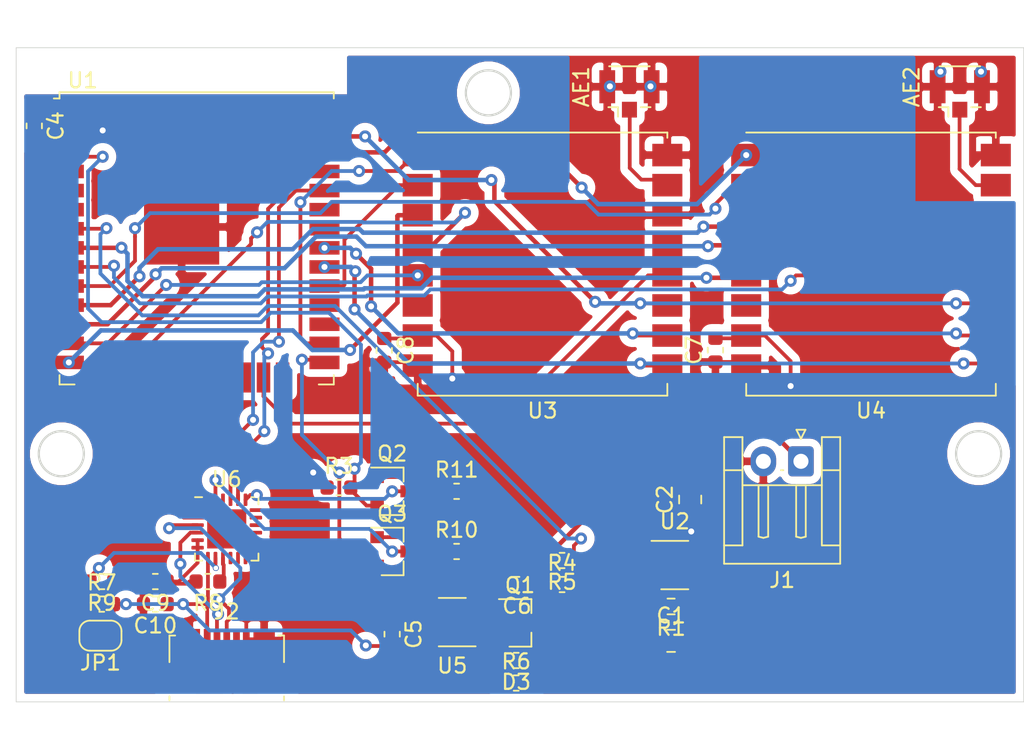
<source format=kicad_pcb>
(kicad_pcb (version 20171130) (host pcbnew 5.1.10)

  (general
    (thickness 1.6)
    (drawings 8)
    (tracks 467)
    (zones 0)
    (modules 34)
    (nets 70)
  )

  (page A4)
  (layers
    (0 F.Cu signal)
    (31 B.Cu signal)
    (32 B.Adhes user)
    (33 F.Adhes user)
    (34 B.Paste user)
    (35 F.Paste user)
    (36 B.SilkS user)
    (37 F.SilkS user)
    (38 B.Mask user)
    (39 F.Mask user)
    (40 Dwgs.User user)
    (41 Cmts.User user)
    (42 Eco1.User user)
    (43 Eco2.User user)
    (44 Edge.Cuts user)
    (45 Margin user)
    (46 B.CrtYd user)
    (47 F.CrtYd user)
    (48 B.Fab user)
    (49 F.Fab user)
  )

  (setup
    (last_trace_width 0.25)
    (user_trace_width 0.3)
    (user_trace_width 0.5)
    (trace_clearance 0.2)
    (zone_clearance 1)
    (zone_45_only no)
    (trace_min 0.2)
    (via_size 0.8)
    (via_drill 0.4)
    (via_min_size 0.4)
    (via_min_drill 0.3)
    (user_via 0.4 0.3)
    (uvia_size 0.3)
    (uvia_drill 0.1)
    (uvias_allowed no)
    (uvia_min_size 0.2)
    (uvia_min_drill 0.1)
    (edge_width 0.05)
    (segment_width 0.2)
    (pcb_text_width 0.3)
    (pcb_text_size 1.5 1.5)
    (mod_edge_width 0.12)
    (mod_text_size 1 1)
    (mod_text_width 0.15)
    (pad_size 1.524 1.524)
    (pad_drill 0.762)
    (pad_to_mask_clearance 0.051)
    (solder_mask_min_width 0.25)
    (aux_axis_origin 0 0)
    (visible_elements FFF9FF7F)
    (pcbplotparams
      (layerselection 0x010fc_ffffffff)
      (usegerberextensions false)
      (usegerberattributes false)
      (usegerberadvancedattributes false)
      (creategerberjobfile false)
      (excludeedgelayer true)
      (linewidth 0.100000)
      (plotframeref false)
      (viasonmask false)
      (mode 1)
      (useauxorigin false)
      (hpglpennumber 1)
      (hpglpenspeed 20)
      (hpglpendiameter 15.000000)
      (psnegative false)
      (psa4output false)
      (plotreference true)
      (plotvalue true)
      (plotinvisibletext false)
      (padsonsilk false)
      (subtractmaskfromsilk false)
      (outputformat 1)
      (mirror false)
      (drillshape 1)
      (scaleselection 1)
      (outputdirectory ""))
  )

  (net 0 "")
  (net 1 GND)
  (net 2 "Net-(AE1-Pad1)")
  (net 3 "Net-(AE2-Pad1)")
  (net 4 VBUS)
  (net 5 +3V3)
  (net 6 VIN)
  (net 7 VBAT)
  (net 8 "Net-(C9-Pad1)")
  (net 9 "Net-(J2-Pad3)")
  (net 10 "Net-(J2-Pad2)")
  (net 11 "Net-(JP1-Pad2)")
  (net 12 RTS)
  (net 13 EN)
  (net 14 "Net-(Q2-Pad1)")
  (net 15 IO0)
  (net 16 DTR)
  (net 17 "Net-(Q3-Pad1)")
  (net 18 "Net-(R4-Pad2)")
  (net 19 "Net-(R8-Pad1)")
  (net 20 LORSCK)
  (net 21 TX)
  (net 22 RX)
  (net 23 LORMISO)
  (net 24 LORMOSI)
  (net 25 "Net-(U1-Pad29)")
  (net 26 "Net-(U1-Pad26)")
  (net 27 "Net-(U1-Pad23)")
  (net 28 "Net-(U1-Pad16)")
  (net 29 "Net-(U1-Pad13)")
  (net 30 "Net-(U1-Pad12)")
  (net 31 "Net-(U1-Pad10)")
  (net 32 "Net-(U1-Pad9)")
  (net 33 "Net-(U1-Pad8)")
  (net 34 "Net-(J2-Pad4)")
  (net 35 "Net-(R1-Pad1)")
  (net 36 "Net-(U1-Pad32)")
  (net 37 "Net-(U1-Pad28)")
  (net 38 "Net-(U1-Pad27)")
  (net 39 "Net-(U1-Pad24)")
  (net 40 "Net-(U1-Pad22)")
  (net 41 "Net-(U1-Pad21)")
  (net 42 "Net-(U1-Pad20)")
  (net 43 "Net-(U1-Pad19)")
  (net 44 "Net-(U1-Pad18)")
  (net 45 "Net-(U1-Pad17)")
  (net 46 "Net-(U1-Pad14)")
  (net 47 "Net-(U1-Pad11)")
  (net 48 "Net-(U1-Pad6)")
  (net 49 "Net-(U1-Pad5)")
  (net 50 "Net-(U1-Pad4)")
  (net 51 "Net-(U2-Pad4)")
  (net 52 "Net-(U3-Pad13)")
  (net 53 "Net-(U3-Pad6)")
  (net 54 "Net-(U4-Pad13)")
  (net 55 "Net-(U4-Pad6)")
  (net 56 "Net-(U6-Pad24)")
  (net 57 "Net-(U6-Pad22)")
  (net 58 "Net-(U6-Pad18)")
  (net 59 "Net-(U6-Pad17)")
  (net 60 "Net-(U6-Pad16)")
  (net 61 "Net-(U6-Pad15)")
  (net 62 "Net-(U6-Pad14)")
  (net 63 "Net-(U6-Pad13)")
  (net 64 "Net-(U6-Pad12)")
  (net 65 "Net-(U6-Pad11)")
  (net 66 "Net-(U6-Pad10)")
  (net 67 "Net-(U6-Pad1)")
  (net 68 "Net-(U1-Pad36)")
  (net 69 "Net-(U1-Pad33)")

  (net_class Default "This is the default net class."
    (clearance 0.2)
    (trace_width 0.25)
    (via_dia 0.8)
    (via_drill 0.4)
    (uvia_dia 0.3)
    (uvia_drill 0.1)
    (add_net +3V3)
    (add_net DTR)
    (add_net EN)
    (add_net GND)
    (add_net IO0)
    (add_net LORMISO)
    (add_net LORMOSI)
    (add_net LORSCK)
    (add_net "Net-(AE1-Pad1)")
    (add_net "Net-(AE2-Pad1)")
    (add_net "Net-(C9-Pad1)")
    (add_net "Net-(J2-Pad2)")
    (add_net "Net-(J2-Pad3)")
    (add_net "Net-(J2-Pad4)")
    (add_net "Net-(JP1-Pad2)")
    (add_net "Net-(Q2-Pad1)")
    (add_net "Net-(Q3-Pad1)")
    (add_net "Net-(R1-Pad1)")
    (add_net "Net-(R4-Pad2)")
    (add_net "Net-(R8-Pad1)")
    (add_net "Net-(U1-Pad10)")
    (add_net "Net-(U1-Pad11)")
    (add_net "Net-(U1-Pad12)")
    (add_net "Net-(U1-Pad13)")
    (add_net "Net-(U1-Pad14)")
    (add_net "Net-(U1-Pad16)")
    (add_net "Net-(U1-Pad17)")
    (add_net "Net-(U1-Pad18)")
    (add_net "Net-(U1-Pad19)")
    (add_net "Net-(U1-Pad20)")
    (add_net "Net-(U1-Pad21)")
    (add_net "Net-(U1-Pad22)")
    (add_net "Net-(U1-Pad23)")
    (add_net "Net-(U1-Pad24)")
    (add_net "Net-(U1-Pad26)")
    (add_net "Net-(U1-Pad27)")
    (add_net "Net-(U1-Pad28)")
    (add_net "Net-(U1-Pad29)")
    (add_net "Net-(U1-Pad32)")
    (add_net "Net-(U1-Pad33)")
    (add_net "Net-(U1-Pad36)")
    (add_net "Net-(U1-Pad4)")
    (add_net "Net-(U1-Pad5)")
    (add_net "Net-(U1-Pad6)")
    (add_net "Net-(U1-Pad8)")
    (add_net "Net-(U1-Pad9)")
    (add_net "Net-(U2-Pad4)")
    (add_net "Net-(U3-Pad13)")
    (add_net "Net-(U3-Pad6)")
    (add_net "Net-(U4-Pad13)")
    (add_net "Net-(U4-Pad6)")
    (add_net "Net-(U6-Pad1)")
    (add_net "Net-(U6-Pad10)")
    (add_net "Net-(U6-Pad11)")
    (add_net "Net-(U6-Pad12)")
    (add_net "Net-(U6-Pad13)")
    (add_net "Net-(U6-Pad14)")
    (add_net "Net-(U6-Pad15)")
    (add_net "Net-(U6-Pad16)")
    (add_net "Net-(U6-Pad17)")
    (add_net "Net-(U6-Pad18)")
    (add_net "Net-(U6-Pad22)")
    (add_net "Net-(U6-Pad24)")
    (add_net RTS)
    (add_net RX)
    (add_net TX)
    (add_net VBAT)
    (add_net VBUS)
    (add_net VIN)
  )

  (module loranet2:DRF1276G (layer F.Cu) (tedit 60C9576D) (tstamp 5EA625F0)
    (at 222.844999 98.140001)
    (path /5EA549AC)
    (fp_text reference U4 (at 0 10) (layer F.SilkS)
      (effects (font (size 1 1) (thickness 0.15)))
    )
    (fp_text value DRF1276G (at 0 -9.5) (layer F.Fab)
      (effects (font (size 1 1) (thickness 0.15)))
    )
    (fp_line (start -8.3 -8.5) (end 8.3 -8.5) (layer F.SilkS) (width 0.12))
    (fp_line (start 8.3 -8.5) (end 8.3 -8.15) (layer F.SilkS) (width 0.12))
    (fp_line (start 8.3 9) (end -8.3 9) (layer F.SilkS) (width 0.12))
    (fp_line (start -8.3 9) (end -8.3 8.21) (layer F.SilkS) (width 0.12))
    (fp_line (start 8.3 9) (end 8.3 8.21) (layer F.SilkS) (width 0.12))
    (pad 16 smd rect (at 8.3 -7) (size 2 1.5) (layers F.Cu F.Paste F.Mask)
      (net 1 GND))
    (pad 15 smd rect (at 8.3 -5) (size 2 1.5) (layers F.Cu F.Paste F.Mask)
      (net 3 "Net-(AE2-Pad1)"))
    (pad 14 smd rect (at 8.3 -3) (size 2 1.5) (layers F.Cu F.Paste F.Mask)
      (net 1 GND))
    (pad 13 smd rect (at 8.3 -1) (size 2 1.5) (layers F.Cu F.Paste F.Mask)
      (net 54 "Net-(U4-Pad13)"))
    (pad 12 smd rect (at 8.3 1) (size 2 1.5) (layers F.Cu F.Paste F.Mask)
      (net 32 "Net-(U1-Pad9)"))
    (pad 11 smd rect (at 8.3 3) (size 2 1.5) (layers F.Cu F.Paste F.Mask)
      (net 24 LORMOSI))
    (pad 10 smd rect (at 8.3 5) (size 2 1.5) (layers F.Cu F.Paste F.Mask)
      (net 23 LORMISO))
    (pad 9 smd rect (at 8.3 7) (size 2 1.5) (layers F.Cu F.Paste F.Mask)
      (net 20 LORSCK))
    (pad 8 smd rect (at -8.3 7) (size 2 1.5) (layers F.Cu F.Paste F.Mask)
      (net 1 GND))
    (pad 7 smd rect (at -8.3 5) (size 2 1.5) (layers F.Cu F.Paste F.Mask)
      (net 5 +3V3))
    (pad 6 smd rect (at -8.3 3) (size 2 1.5) (layers F.Cu F.Paste F.Mask)
      (net 55 "Net-(U4-Pad6)"))
    (pad 5 smd rect (at -8.3 1) (size 2 1.5) (layers F.Cu F.Paste F.Mask)
      (net 33 "Net-(U1-Pad8)"))
    (pad 4 smd rect (at -8.3 -1) (size 2 1.5) (layers F.Cu F.Paste F.Mask)
      (net 30 "Net-(U1-Pad12)"))
    (pad 3 smd rect (at -8.3 -3) (size 2 1.5) (layers F.Cu F.Paste F.Mask)
      (net 47 "Net-(U1-Pad11)"))
    (pad 2 smd rect (at -8.3 -5) (size 2 1.5) (layers F.Cu F.Paste F.Mask)
      (net 31 "Net-(U1-Pad10)"))
    (pad 1 smd rect (at -8.3 -7) (size 2 1.5) (layers F.Cu F.Paste F.Mask)
      (net 68 "Net-(U1-Pad36)"))
    (model ${KIPRJMOD}/loranet2.pretty/DRF1276G.step
      (at (xyz 0 0 0))
      (scale (xyz 1 0.95 1))
      (rotate (xyz 0 0 0))
    )
  )

  (module loranet2:DRF1276G (layer F.Cu) (tedit 60C9576D) (tstamp 5EA625D7)
    (at 201 98.140001)
    (path /5EA541F4)
    (fp_text reference U3 (at 0 10) (layer F.SilkS)
      (effects (font (size 1 1) (thickness 0.15)))
    )
    (fp_text value DRF1276G (at 0 -9.5) (layer F.Fab)
      (effects (font (size 1 1) (thickness 0.15)))
    )
    (fp_line (start -8.3 -8.5) (end 8.3 -8.5) (layer F.SilkS) (width 0.12))
    (fp_line (start 8.3 -8.5) (end 8.3 -8.15) (layer F.SilkS) (width 0.12))
    (fp_line (start 8.3 9) (end -8.3 9) (layer F.SilkS) (width 0.12))
    (fp_line (start -8.3 9) (end -8.3 8.21) (layer F.SilkS) (width 0.12))
    (fp_line (start 8.3 9) (end 8.3 8.21) (layer F.SilkS) (width 0.12))
    (pad 16 smd rect (at 8.3 -7) (size 2 1.5) (layers F.Cu F.Paste F.Mask)
      (net 1 GND))
    (pad 15 smd rect (at 8.3 -5) (size 2 1.5) (layers F.Cu F.Paste F.Mask)
      (net 2 "Net-(AE1-Pad1)"))
    (pad 14 smd rect (at 8.3 -3) (size 2 1.5) (layers F.Cu F.Paste F.Mask)
      (net 1 GND))
    (pad 13 smd rect (at 8.3 -1) (size 2 1.5) (layers F.Cu F.Paste F.Mask)
      (net 52 "Net-(U3-Pad13)"))
    (pad 12 smd rect (at 8.3 1) (size 2 1.5) (layers F.Cu F.Paste F.Mask)
      (net 27 "Net-(U1-Pad23)"))
    (pad 11 smd rect (at 8.3 3) (size 2 1.5) (layers F.Cu F.Paste F.Mask)
      (net 24 LORMOSI))
    (pad 10 smd rect (at 8.3 5) (size 2 1.5) (layers F.Cu F.Paste F.Mask)
      (net 23 LORMISO))
    (pad 9 smd rect (at 8.3 7) (size 2 1.5) (layers F.Cu F.Paste F.Mask)
      (net 20 LORSCK))
    (pad 8 smd rect (at -8.3 7) (size 2 1.5) (layers F.Cu F.Paste F.Mask)
      (net 1 GND))
    (pad 7 smd rect (at -8.3 5) (size 2 1.5) (layers F.Cu F.Paste F.Mask)
      (net 5 +3V3))
    (pad 6 smd rect (at -8.3 3) (size 2 1.5) (layers F.Cu F.Paste F.Mask)
      (net 53 "Net-(U3-Pad6)"))
    (pad 5 smd rect (at -8.3 1) (size 2 1.5) (layers F.Cu F.Paste F.Mask)
      (net 29 "Net-(U1-Pad13)"))
    (pad 4 smd rect (at -8.3 -1) (size 2 1.5) (layers F.Cu F.Paste F.Mask)
      (net 28 "Net-(U1-Pad16)"))
    (pad 3 smd rect (at -8.3 -3) (size 2 1.5) (layers F.Cu F.Paste F.Mask)
      (net 46 "Net-(U1-Pad14)"))
    (pad 2 smd rect (at -8.3 -5) (size 2 1.5) (layers F.Cu F.Paste F.Mask)
      (net 25 "Net-(U1-Pad29)"))
    (pad 1 smd rect (at -8.3 -7) (size 2 1.5) (layers F.Cu F.Paste F.Mask)
      (net 26 "Net-(U1-Pad26)"))
    (model ${KIPRJMOD}/loranet2.pretty/DRF1276G.step
      (at (xyz 0 0 0))
      (scale (xyz 1 0.95 1))
      (rotate (xyz 0 0 0))
    )
  )

  (module Connector_JST:JST_EH_S2B-EH_1x02_P2.50mm_Horizontal (layer F.Cu) (tedit 5C281425) (tstamp 5EA6235D)
    (at 218.186 111.506 180)
    (descr "JST EH series connector, S2B-EH (http://www.jst-mfg.com/product/pdf/eng/eEH.pdf), generated with kicad-footprint-generator")
    (tags "connector JST EH horizontal")
    (path /5EB13CED)
    (fp_text reference J1 (at 1.25 -7.9) (layer F.SilkS)
      (effects (font (size 1 1) (thickness 0.15)))
    )
    (fp_text value Conn_01x02 (at 1.25 2.7) (layer F.Fab)
      (effects (font (size 1 1) (thickness 0.15)))
    )
    (fp_line (start -1.5 -0.7) (end -1.5 1.5) (layer F.Fab) (width 0.1))
    (fp_line (start -1.5 1.5) (end -2.5 1.5) (layer F.Fab) (width 0.1))
    (fp_line (start -2.5 1.5) (end -2.5 -6.7) (layer F.Fab) (width 0.1))
    (fp_line (start -2.5 -6.7) (end 5 -6.7) (layer F.Fab) (width 0.1))
    (fp_line (start 5 -6.7) (end 5 1.5) (layer F.Fab) (width 0.1))
    (fp_line (start 5 1.5) (end 4 1.5) (layer F.Fab) (width 0.1))
    (fp_line (start 4 1.5) (end 4 -0.7) (layer F.Fab) (width 0.1))
    (fp_line (start 4 -0.7) (end -1.5 -0.7) (layer F.Fab) (width 0.1))
    (fp_line (start -3 -7.2) (end -3 2) (layer F.CrtYd) (width 0.05))
    (fp_line (start -3 2) (end 5.5 2) (layer F.CrtYd) (width 0.05))
    (fp_line (start 5.5 2) (end 5.5 -7.2) (layer F.CrtYd) (width 0.05))
    (fp_line (start 5.5 -7.2) (end -3 -7.2) (layer F.CrtYd) (width 0.05))
    (fp_line (start -1.39 -0.59) (end -1.39 1.61) (layer F.SilkS) (width 0.12))
    (fp_line (start -1.39 1.61) (end -2.61 1.61) (layer F.SilkS) (width 0.12))
    (fp_line (start -2.61 1.61) (end -2.61 -6.81) (layer F.SilkS) (width 0.12))
    (fp_line (start -2.61 -6.81) (end 5.11 -6.81) (layer F.SilkS) (width 0.12))
    (fp_line (start 5.11 -6.81) (end 5.11 1.61) (layer F.SilkS) (width 0.12))
    (fp_line (start 5.11 1.61) (end 3.89 1.61) (layer F.SilkS) (width 0.12))
    (fp_line (start 3.89 1.61) (end 3.89 -0.59) (layer F.SilkS) (width 0.12))
    (fp_line (start -2.61 -5.59) (end -1.39 -5.59) (layer F.SilkS) (width 0.12))
    (fp_line (start -1.39 -5.59) (end -1.39 -0.59) (layer F.SilkS) (width 0.12))
    (fp_line (start -1.39 -0.59) (end -2.61 -0.59) (layer F.SilkS) (width 0.12))
    (fp_line (start 5.11 -5.59) (end 3.89 -5.59) (layer F.SilkS) (width 0.12))
    (fp_line (start 3.89 -5.59) (end 3.89 -0.59) (layer F.SilkS) (width 0.12))
    (fp_line (start 3.89 -0.59) (end 5.11 -0.59) (layer F.SilkS) (width 0.12))
    (fp_line (start -1.39 -1.59) (end 3.89 -1.59) (layer F.SilkS) (width 0.12))
    (fp_line (start 0 -1.59) (end -0.32 -1.59) (layer F.SilkS) (width 0.12))
    (fp_line (start -0.32 -1.59) (end -0.32 -5.01) (layer F.SilkS) (width 0.12))
    (fp_line (start -0.32 -5.01) (end 0 -5.09) (layer F.SilkS) (width 0.12))
    (fp_line (start 0 -5.09) (end 0.32 -5.01) (layer F.SilkS) (width 0.12))
    (fp_line (start 0.32 -5.01) (end 0.32 -1.59) (layer F.SilkS) (width 0.12))
    (fp_line (start 0.32 -1.59) (end 0 -1.59) (layer F.SilkS) (width 0.12))
    (fp_line (start 1.17 -0.59) (end 1.33 -0.59) (layer F.SilkS) (width 0.12))
    (fp_line (start 2.5 -1.59) (end 2.18 -1.59) (layer F.SilkS) (width 0.12))
    (fp_line (start 2.18 -1.59) (end 2.18 -5.01) (layer F.SilkS) (width 0.12))
    (fp_line (start 2.18 -5.01) (end 2.5 -5.09) (layer F.SilkS) (width 0.12))
    (fp_line (start 2.5 -5.09) (end 2.82 -5.01) (layer F.SilkS) (width 0.12))
    (fp_line (start 2.82 -5.01) (end 2.82 -1.59) (layer F.SilkS) (width 0.12))
    (fp_line (start 2.82 -1.59) (end 2.5 -1.59) (layer F.SilkS) (width 0.12))
    (fp_line (start 0 1.5) (end -0.3 2.1) (layer F.SilkS) (width 0.12))
    (fp_line (start -0.3 2.1) (end 0.3 2.1) (layer F.SilkS) (width 0.12))
    (fp_line (start 0.3 2.1) (end 0 1.5) (layer F.SilkS) (width 0.12))
    (fp_line (start -0.5 -0.7) (end 0 -1.407107) (layer F.Fab) (width 0.1))
    (fp_line (start 0 -1.407107) (end 0.5 -0.7) (layer F.Fab) (width 0.1))
    (fp_text user %R (at 1.25 -2.6) (layer F.Fab)
      (effects (font (size 1 1) (thickness 0.15)))
    )
    (pad 2 thru_hole oval (at 2.5 0 180) (size 1.7 2) (drill 1) (layers *.Cu *.Mask)
      (net 1 GND))
    (pad 1 thru_hole roundrect (at 0 0 180) (size 1.7 2) (drill 1) (layers *.Cu *.Mask) (roundrect_rratio 0.147059)
      (net 7 VBAT))
    (model ${KISYS3DMOD}/Connector_JST.3dshapes/JST_EH_S2B-EH_1x02_P2.50mm_Horizontal.wrl
      (at (xyz 0 0 0))
      (scale (xyz 1 1 1))
      (rotate (xyz 0 0 0))
    )
  )

  (module Package_TO_SOT_SMD:SOT-23-5 (layer F.Cu) (tedit 5A02FF57) (tstamp 60C9B863)
    (at 209.795001 118.405001)
    (descr "5-pin SOT23 package")
    (tags SOT-23-5)
    (path /60D148E8)
    (attr smd)
    (fp_text reference U2 (at 0 -2.9) (layer F.SilkS)
      (effects (font (size 1 1) (thickness 0.15)))
    )
    (fp_text value AP2112K-3.3 (at 0 2.9) (layer F.Fab)
      (effects (font (size 1 1) (thickness 0.15)))
    )
    (fp_line (start -0.9 1.61) (end 0.9 1.61) (layer F.SilkS) (width 0.12))
    (fp_line (start 0.9 -1.61) (end -1.55 -1.61) (layer F.SilkS) (width 0.12))
    (fp_line (start -1.9 -1.8) (end 1.9 -1.8) (layer F.CrtYd) (width 0.05))
    (fp_line (start 1.9 -1.8) (end 1.9 1.8) (layer F.CrtYd) (width 0.05))
    (fp_line (start 1.9 1.8) (end -1.9 1.8) (layer F.CrtYd) (width 0.05))
    (fp_line (start -1.9 1.8) (end -1.9 -1.8) (layer F.CrtYd) (width 0.05))
    (fp_line (start -0.9 -0.9) (end -0.25 -1.55) (layer F.Fab) (width 0.1))
    (fp_line (start 0.9 -1.55) (end -0.25 -1.55) (layer F.Fab) (width 0.1))
    (fp_line (start -0.9 -0.9) (end -0.9 1.55) (layer F.Fab) (width 0.1))
    (fp_line (start 0.9 1.55) (end -0.9 1.55) (layer F.Fab) (width 0.1))
    (fp_line (start 0.9 -1.55) (end 0.9 1.55) (layer F.Fab) (width 0.1))
    (fp_text user %R (at 0 0 90) (layer F.Fab)
      (effects (font (size 0.5 0.5) (thickness 0.075)))
    )
    (pad 5 smd rect (at 1.1 -0.95) (size 1.06 0.65) (layers F.Cu F.Paste F.Mask)
      (net 5 +3V3))
    (pad 4 smd rect (at 1.1 0.95) (size 1.06 0.65) (layers F.Cu F.Paste F.Mask)
      (net 51 "Net-(U2-Pad4)"))
    (pad 3 smd rect (at -1.1 0.95) (size 1.06 0.65) (layers F.Cu F.Paste F.Mask)
      (net 35 "Net-(R1-Pad1)"))
    (pad 2 smd rect (at -1.1 0) (size 1.06 0.65) (layers F.Cu F.Paste F.Mask)
      (net 1 GND))
    (pad 1 smd rect (at -1.1 -0.95) (size 1.06 0.65) (layers F.Cu F.Paste F.Mask)
      (net 6 VIN))
    (model ${KISYS3DMOD}/Package_TO_SOT_SMD.3dshapes/SOT-23-5.wrl
      (at (xyz 0 0 0))
      (scale (xyz 1 1 1))
      (rotate (xyz 0 0 0))
    )
  )

  (module Resistor_SMD:R_0603_1608Metric (layer F.Cu) (tedit 5F68FEEE) (tstamp 60C99BCC)
    (at 209.55 121.158 180)
    (descr "Resistor SMD 0603 (1608 Metric), square (rectangular) end terminal, IPC_7351 nominal, (Body size source: IPC-SM-782 page 72, https://www.pcb-3d.com/wordpress/wp-content/uploads/ipc-sm-782a_amendment_1_and_2.pdf), generated with kicad-footprint-generator")
    (tags resistor)
    (path /60DC0EF8)
    (attr smd)
    (fp_text reference R1 (at 0 -1.43) (layer F.SilkS)
      (effects (font (size 1 1) (thickness 0.15)))
    )
    (fp_text value 100k (at 0 1.43) (layer F.Fab)
      (effects (font (size 1 1) (thickness 0.15)))
    )
    (fp_line (start -0.8 0.4125) (end -0.8 -0.4125) (layer F.Fab) (width 0.1))
    (fp_line (start -0.8 -0.4125) (end 0.8 -0.4125) (layer F.Fab) (width 0.1))
    (fp_line (start 0.8 -0.4125) (end 0.8 0.4125) (layer F.Fab) (width 0.1))
    (fp_line (start 0.8 0.4125) (end -0.8 0.4125) (layer F.Fab) (width 0.1))
    (fp_line (start -0.237258 -0.5225) (end 0.237258 -0.5225) (layer F.SilkS) (width 0.12))
    (fp_line (start -0.237258 0.5225) (end 0.237258 0.5225) (layer F.SilkS) (width 0.12))
    (fp_line (start -1.48 0.73) (end -1.48 -0.73) (layer F.CrtYd) (width 0.05))
    (fp_line (start -1.48 -0.73) (end 1.48 -0.73) (layer F.CrtYd) (width 0.05))
    (fp_line (start 1.48 -0.73) (end 1.48 0.73) (layer F.CrtYd) (width 0.05))
    (fp_line (start 1.48 0.73) (end -1.48 0.73) (layer F.CrtYd) (width 0.05))
    (fp_text user %R (at 0 0) (layer F.Fab)
      (effects (font (size 0.4 0.4) (thickness 0.06)))
    )
    (pad 2 smd roundrect (at 0.825 0 180) (size 0.8 0.95) (layers F.Cu F.Paste F.Mask) (roundrect_rratio 0.25)
      (net 6 VIN))
    (pad 1 smd roundrect (at -0.825 0 180) (size 0.8 0.95) (layers F.Cu F.Paste F.Mask) (roundrect_rratio 0.25)
      (net 35 "Net-(R1-Pad1)"))
    (model ${KISYS3DMOD}/Resistor_SMD.3dshapes/R_0603_1608Metric.wrl
      (at (xyz 0 0 0))
      (scale (xyz 1 1 1))
      (rotate (xyz 0 0 0))
    )
  )

  (module Capacitor_SMD:C_0805_2012Metric (layer F.Cu) (tedit 5F68FEEE) (tstamp 60C999B3)
    (at 210.82 114.046 90)
    (descr "Capacitor SMD 0805 (2012 Metric), square (rectangular) end terminal, IPC_7351 nominal, (Body size source: IPC-SM-782 page 76, https://www.pcb-3d.com/wordpress/wp-content/uploads/ipc-sm-782a_amendment_1_and_2.pdf, https://docs.google.com/spreadsheets/d/1BsfQQcO9C6DZCsRaXUlFlo91Tg2WpOkGARC1WS5S8t0/edit?usp=sharing), generated with kicad-footprint-generator")
    (tags capacitor)
    (path /60D45A49)
    (attr smd)
    (fp_text reference C2 (at 0 -1.68 90) (layer F.SilkS)
      (effects (font (size 1 1) (thickness 0.15)))
    )
    (fp_text value 1u (at 0 1.68 90) (layer F.Fab)
      (effects (font (size 1 1) (thickness 0.15)))
    )
    (fp_line (start -1 0.625) (end -1 -0.625) (layer F.Fab) (width 0.1))
    (fp_line (start -1 -0.625) (end 1 -0.625) (layer F.Fab) (width 0.1))
    (fp_line (start 1 -0.625) (end 1 0.625) (layer F.Fab) (width 0.1))
    (fp_line (start 1 0.625) (end -1 0.625) (layer F.Fab) (width 0.1))
    (fp_line (start -0.261252 -0.735) (end 0.261252 -0.735) (layer F.SilkS) (width 0.12))
    (fp_line (start -0.261252 0.735) (end 0.261252 0.735) (layer F.SilkS) (width 0.12))
    (fp_line (start -1.7 0.98) (end -1.7 -0.98) (layer F.CrtYd) (width 0.05))
    (fp_line (start -1.7 -0.98) (end 1.7 -0.98) (layer F.CrtYd) (width 0.05))
    (fp_line (start 1.7 -0.98) (end 1.7 0.98) (layer F.CrtYd) (width 0.05))
    (fp_line (start 1.7 0.98) (end -1.7 0.98) (layer F.CrtYd) (width 0.05))
    (fp_text user %R (at 0 0 90) (layer F.Fab)
      (effects (font (size 0.5 0.5) (thickness 0.08)))
    )
    (pad 2 smd roundrect (at 0.95 0 90) (size 1 1.45) (layers F.Cu F.Paste F.Mask) (roundrect_rratio 0.25)
      (net 1 GND))
    (pad 1 smd roundrect (at -0.95 0 90) (size 1 1.45) (layers F.Cu F.Paste F.Mask) (roundrect_rratio 0.25)
      (net 5 +3V3))
    (model ${KISYS3DMOD}/Capacitor_SMD.3dshapes/C_0805_2012Metric.wrl
      (at (xyz 0 0 0))
      (scale (xyz 1 1 1))
      (rotate (xyz 0 0 0))
    )
  )

  (module Capacitor_SMD:C_0805_2012Metric (layer F.Cu) (tedit 5F68FEEE) (tstamp 60C999A2)
    (at 209.55 123.444)
    (descr "Capacitor SMD 0805 (2012 Metric), square (rectangular) end terminal, IPC_7351 nominal, (Body size source: IPC-SM-782 page 76, https://www.pcb-3d.com/wordpress/wp-content/uploads/ipc-sm-782a_amendment_1_and_2.pdf, https://docs.google.com/spreadsheets/d/1BsfQQcO9C6DZCsRaXUlFlo91Tg2WpOkGARC1WS5S8t0/edit?usp=sharing), generated with kicad-footprint-generator")
    (tags capacitor)
    (path /60D46CD5)
    (attr smd)
    (fp_text reference C1 (at 0 -1.68) (layer F.SilkS)
      (effects (font (size 1 1) (thickness 0.15)))
    )
    (fp_text value 1u (at 0 1.68) (layer F.Fab)
      (effects (font (size 1 1) (thickness 0.15)))
    )
    (fp_line (start -1 0.625) (end -1 -0.625) (layer F.Fab) (width 0.1))
    (fp_line (start -1 -0.625) (end 1 -0.625) (layer F.Fab) (width 0.1))
    (fp_line (start 1 -0.625) (end 1 0.625) (layer F.Fab) (width 0.1))
    (fp_line (start 1 0.625) (end -1 0.625) (layer F.Fab) (width 0.1))
    (fp_line (start -0.261252 -0.735) (end 0.261252 -0.735) (layer F.SilkS) (width 0.12))
    (fp_line (start -0.261252 0.735) (end 0.261252 0.735) (layer F.SilkS) (width 0.12))
    (fp_line (start -1.7 0.98) (end -1.7 -0.98) (layer F.CrtYd) (width 0.05))
    (fp_line (start -1.7 -0.98) (end 1.7 -0.98) (layer F.CrtYd) (width 0.05))
    (fp_line (start 1.7 -0.98) (end 1.7 0.98) (layer F.CrtYd) (width 0.05))
    (fp_line (start 1.7 0.98) (end -1.7 0.98) (layer F.CrtYd) (width 0.05))
    (fp_text user %R (at 0 0) (layer F.Fab)
      (effects (font (size 0.5 0.5) (thickness 0.08)))
    )
    (pad 2 smd roundrect (at 0.95 0) (size 1 1.45) (layers F.Cu F.Paste F.Mask) (roundrect_rratio 0.25)
      (net 1 GND))
    (pad 1 smd roundrect (at -0.95 0) (size 1 1.45) (layers F.Cu F.Paste F.Mask) (roundrect_rratio 0.25)
      (net 6 VIN))
    (model ${KISYS3DMOD}/Capacitor_SMD.3dshapes/C_0805_2012Metric.wrl
      (at (xyz 0 0 0))
      (scale (xyz 1 1 1))
      (rotate (xyz 0 0 0))
    )
  )

  (module Package_DFN_QFN:QFN-24-1EP_4x4mm_P0.5mm_EP2.6x2.6mm (layer F.Cu) (tedit 5DC5F6A3) (tstamp 5EA62637)
    (at 180 116)
    (descr "QFN, 24 Pin (http://ww1.microchip.com/downloads/en/PackagingSpec/00000049BQ.pdf#page=278), generated with kicad-footprint-generator ipc_noLead_generator.py")
    (tags "QFN NoLead")
    (path /5EA7E2F6)
    (attr smd)
    (fp_text reference U6 (at 0 -3.3) (layer F.SilkS)
      (effects (font (size 1 1) (thickness 0.15)))
    )
    (fp_text value CP2102N-A01-GQFN24 (at 0 3.3) (layer F.Fab)
      (effects (font (size 1 1) (thickness 0.15)))
    )
    (fp_line (start 1.635 -2.11) (end 2.11 -2.11) (layer F.SilkS) (width 0.12))
    (fp_line (start 2.11 -2.11) (end 2.11 -1.635) (layer F.SilkS) (width 0.12))
    (fp_line (start -1.635 2.11) (end -2.11 2.11) (layer F.SilkS) (width 0.12))
    (fp_line (start -2.11 2.11) (end -2.11 1.635) (layer F.SilkS) (width 0.12))
    (fp_line (start 1.635 2.11) (end 2.11 2.11) (layer F.SilkS) (width 0.12))
    (fp_line (start 2.11 2.11) (end 2.11 1.635) (layer F.SilkS) (width 0.12))
    (fp_line (start -1.635 -2.11) (end -2.11 -2.11) (layer F.SilkS) (width 0.12))
    (fp_line (start -1 -2) (end 2 -2) (layer F.Fab) (width 0.1))
    (fp_line (start 2 -2) (end 2 2) (layer F.Fab) (width 0.1))
    (fp_line (start 2 2) (end -2 2) (layer F.Fab) (width 0.1))
    (fp_line (start -2 2) (end -2 -1) (layer F.Fab) (width 0.1))
    (fp_line (start -2 -1) (end -1 -2) (layer F.Fab) (width 0.1))
    (fp_line (start -2.6 -2.6) (end -2.6 2.6) (layer F.CrtYd) (width 0.05))
    (fp_line (start -2.6 2.6) (end 2.6 2.6) (layer F.CrtYd) (width 0.05))
    (fp_line (start 2.6 2.6) (end 2.6 -2.6) (layer F.CrtYd) (width 0.05))
    (fp_line (start 2.6 -2.6) (end -2.6 -2.6) (layer F.CrtYd) (width 0.05))
    (fp_text user %R (at 0 0) (layer F.Fab)
      (effects (font (size 1 1) (thickness 0.15)))
    )
    (pad "" smd roundrect (at 0.65 0.65) (size 1.05 1.05) (layers F.Paste) (roundrect_rratio 0.238095))
    (pad "" smd roundrect (at 0.65 -0.65) (size 1.05 1.05) (layers F.Paste) (roundrect_rratio 0.238095))
    (pad "" smd roundrect (at -0.65 0.65) (size 1.05 1.05) (layers F.Paste) (roundrect_rratio 0.238095))
    (pad "" smd roundrect (at -0.65 -0.65) (size 1.05 1.05) (layers F.Paste) (roundrect_rratio 0.238095))
    (pad 25 smd rect (at 0 0) (size 2.6 2.6) (layers F.Cu F.Mask)
      (net 1 GND))
    (pad 24 smd roundrect (at -1.25 -1.9375) (size 0.25 0.825) (layers F.Cu F.Paste F.Mask) (roundrect_rratio 0.25)
      (net 56 "Net-(U6-Pad24)"))
    (pad 23 smd roundrect (at -0.75 -1.9375) (size 0.25 0.825) (layers F.Cu F.Paste F.Mask) (roundrect_rratio 0.25)
      (net 16 DTR))
    (pad 22 smd roundrect (at -0.25 -1.9375) (size 0.25 0.825) (layers F.Cu F.Paste F.Mask) (roundrect_rratio 0.25)
      (net 57 "Net-(U6-Pad22)"))
    (pad 21 smd roundrect (at 0.25 -1.9375) (size 0.25 0.825) (layers F.Cu F.Paste F.Mask) (roundrect_rratio 0.25)
      (net 22 RX))
    (pad 20 smd roundrect (at 0.75 -1.9375) (size 0.25 0.825) (layers F.Cu F.Paste F.Mask) (roundrect_rratio 0.25)
      (net 21 TX))
    (pad 19 smd roundrect (at 1.25 -1.9375) (size 0.25 0.825) (layers F.Cu F.Paste F.Mask) (roundrect_rratio 0.25)
      (net 12 RTS))
    (pad 18 smd roundrect (at 1.9375 -1.25) (size 0.825 0.25) (layers F.Cu F.Paste F.Mask) (roundrect_rratio 0.25)
      (net 58 "Net-(U6-Pad18)"))
    (pad 17 smd roundrect (at 1.9375 -0.75) (size 0.825 0.25) (layers F.Cu F.Paste F.Mask) (roundrect_rratio 0.25)
      (net 59 "Net-(U6-Pad17)"))
    (pad 16 smd roundrect (at 1.9375 -0.25) (size 0.825 0.25) (layers F.Cu F.Paste F.Mask) (roundrect_rratio 0.25)
      (net 60 "Net-(U6-Pad16)"))
    (pad 15 smd roundrect (at 1.9375 0.25) (size 0.825 0.25) (layers F.Cu F.Paste F.Mask) (roundrect_rratio 0.25)
      (net 61 "Net-(U6-Pad15)"))
    (pad 14 smd roundrect (at 1.9375 0.75) (size 0.825 0.25) (layers F.Cu F.Paste F.Mask) (roundrect_rratio 0.25)
      (net 62 "Net-(U6-Pad14)"))
    (pad 13 smd roundrect (at 1.9375 1.25) (size 0.825 0.25) (layers F.Cu F.Paste F.Mask) (roundrect_rratio 0.25)
      (net 63 "Net-(U6-Pad13)"))
    (pad 12 smd roundrect (at 1.25 1.9375) (size 0.25 0.825) (layers F.Cu F.Paste F.Mask) (roundrect_rratio 0.25)
      (net 64 "Net-(U6-Pad12)"))
    (pad 11 smd roundrect (at 0.75 1.9375) (size 0.25 0.825) (layers F.Cu F.Paste F.Mask) (roundrect_rratio 0.25)
      (net 65 "Net-(U6-Pad11)"))
    (pad 10 smd roundrect (at 0.25 1.9375) (size 0.25 0.825) (layers F.Cu F.Paste F.Mask) (roundrect_rratio 0.25)
      (net 66 "Net-(U6-Pad10)"))
    (pad 9 smd roundrect (at -0.25 1.9375) (size 0.25 0.825) (layers F.Cu F.Paste F.Mask) (roundrect_rratio 0.25)
      (net 19 "Net-(R8-Pad1)"))
    (pad 8 smd roundrect (at -0.75 1.9375) (size 0.25 0.825) (layers F.Cu F.Paste F.Mask) (roundrect_rratio 0.25)
      (net 11 "Net-(JP1-Pad2)"))
    (pad 7 smd roundrect (at -1.25 1.9375) (size 0.25 0.825) (layers F.Cu F.Paste F.Mask) (roundrect_rratio 0.25)
      (net 4 VBUS))
    (pad 6 smd roundrect (at -1.9375 1.25) (size 0.825 0.25) (layers F.Cu F.Paste F.Mask) (roundrect_rratio 0.25)
      (net 8 "Net-(C9-Pad1)"))
    (pad 5 smd roundrect (at -1.9375 0.75) (size 0.825 0.25) (layers F.Cu F.Paste F.Mask) (roundrect_rratio 0.25)
      (net 8 "Net-(C9-Pad1)"))
    (pad 4 smd roundrect (at -1.9375 0.25) (size 0.825 0.25) (layers F.Cu F.Paste F.Mask) (roundrect_rratio 0.25)
      (net 10 "Net-(J2-Pad2)"))
    (pad 3 smd roundrect (at -1.9375 -0.25) (size 0.825 0.25) (layers F.Cu F.Paste F.Mask) (roundrect_rratio 0.25)
      (net 9 "Net-(J2-Pad3)"))
    (pad 2 smd roundrect (at -1.9375 -0.75) (size 0.825 0.25) (layers F.Cu F.Paste F.Mask) (roundrect_rratio 0.25)
      (net 1 GND))
    (pad 1 smd roundrect (at -1.9375 -1.25) (size 0.825 0.25) (layers F.Cu F.Paste F.Mask) (roundrect_rratio 0.25)
      (net 67 "Net-(U6-Pad1)"))
    (model ${KISYS3DMOD}/Package_DFN_QFN.3dshapes/QFN-24-1EP_4x4mm_P0.5mm_EP2.6x2.6mm.wrl
      (at (xyz 0 0 0))
      (scale (xyz 1 1 1))
      (rotate (xyz 0 0 0))
    )
  )

  (module Package_TO_SOT_SMD:SOT-23-5 (layer F.Cu) (tedit 5A02FF57) (tstamp 5EA884CC)
    (at 195 122.2 180)
    (descr "5-pin SOT23 package")
    (tags SOT-23-5)
    (path /5EAF4299)
    (attr smd)
    (fp_text reference U5 (at 0 -2.9) (layer F.SilkS)
      (effects (font (size 1 1) (thickness 0.15)))
    )
    (fp_text value MCP73811T-420I-OT (at 0 2.9) (layer F.Fab)
      (effects (font (size 1 1) (thickness 0.15)))
    )
    (fp_line (start -0.9 1.61) (end 0.9 1.61) (layer F.SilkS) (width 0.12))
    (fp_line (start 0.9 -1.61) (end -1.55 -1.61) (layer F.SilkS) (width 0.12))
    (fp_line (start -1.9 -1.8) (end 1.9 -1.8) (layer F.CrtYd) (width 0.05))
    (fp_line (start 1.9 -1.8) (end 1.9 1.8) (layer F.CrtYd) (width 0.05))
    (fp_line (start 1.9 1.8) (end -1.9 1.8) (layer F.CrtYd) (width 0.05))
    (fp_line (start -1.9 1.8) (end -1.9 -1.8) (layer F.CrtYd) (width 0.05))
    (fp_line (start -0.9 -0.9) (end -0.25 -1.55) (layer F.Fab) (width 0.1))
    (fp_line (start 0.9 -1.55) (end -0.25 -1.55) (layer F.Fab) (width 0.1))
    (fp_line (start -0.9 -0.9) (end -0.9 1.55) (layer F.Fab) (width 0.1))
    (fp_line (start 0.9 1.55) (end -0.9 1.55) (layer F.Fab) (width 0.1))
    (fp_line (start 0.9 -1.55) (end 0.9 1.55) (layer F.Fab) (width 0.1))
    (fp_text user %R (at 0.25 -0.05 90) (layer F.Fab)
      (effects (font (size 0.5 0.5) (thickness 0.075)))
    )
    (pad 5 smd rect (at 1.1 -0.95 180) (size 1.06 0.65) (layers F.Cu F.Paste F.Mask)
      (net 4 VBUS))
    (pad 4 smd rect (at 1.1 0.95 180) (size 1.06 0.65) (layers F.Cu F.Paste F.Mask)
      (net 4 VBUS))
    (pad 3 smd rect (at -1.1 0.95 180) (size 1.06 0.65) (layers F.Cu F.Paste F.Mask)
      (net 7 VBAT))
    (pad 2 smd rect (at -1.1 0 180) (size 1.06 0.65) (layers F.Cu F.Paste F.Mask)
      (net 1 GND))
    (pad 1 smd rect (at -1.1 -0.95 180) (size 1.06 0.65) (layers F.Cu F.Paste F.Mask)
      (net 4 VBUS))
    (model ${KISYS3DMOD}/Package_TO_SOT_SMD.3dshapes/SOT-23-5.wrl
      (at (xyz 0 0 0))
      (scale (xyz 1 1 1))
      (rotate (xyz 0 0 0))
    )
  )

  (module Resistor_SMD:R_0603_1608Metric (layer F.Cu) (tedit 5B301BBD) (tstamp 5EA62518)
    (at 195.2875 113.5)
    (descr "Resistor SMD 0603 (1608 Metric), square (rectangular) end terminal, IPC_7351 nominal, (Body size source: http://www.tortai-tech.com/upload/download/2011102023233369053.pdf), generated with kicad-footprint-generator")
    (tags resistor)
    (path /5F0B06E7)
    (attr smd)
    (fp_text reference R11 (at 0 -1.43) (layer F.SilkS)
      (effects (font (size 1 1) (thickness 0.15)))
    )
    (fp_text value R (at 0 1.43) (layer F.Fab)
      (effects (font (size 1 1) (thickness 0.15)))
    )
    (fp_line (start -0.8 0.4) (end -0.8 -0.4) (layer F.Fab) (width 0.1))
    (fp_line (start -0.8 -0.4) (end 0.8 -0.4) (layer F.Fab) (width 0.1))
    (fp_line (start 0.8 -0.4) (end 0.8 0.4) (layer F.Fab) (width 0.1))
    (fp_line (start 0.8 0.4) (end -0.8 0.4) (layer F.Fab) (width 0.1))
    (fp_line (start -0.162779 -0.51) (end 0.162779 -0.51) (layer F.SilkS) (width 0.12))
    (fp_line (start -0.162779 0.51) (end 0.162779 0.51) (layer F.SilkS) (width 0.12))
    (fp_line (start -1.48 0.73) (end -1.48 -0.73) (layer F.CrtYd) (width 0.05))
    (fp_line (start -1.48 -0.73) (end 1.48 -0.73) (layer F.CrtYd) (width 0.05))
    (fp_line (start 1.48 -0.73) (end 1.48 0.73) (layer F.CrtYd) (width 0.05))
    (fp_line (start 1.48 0.73) (end -1.48 0.73) (layer F.CrtYd) (width 0.05))
    (fp_text user %R (at 0 0) (layer F.Fab)
      (effects (font (size 0.4 0.4) (thickness 0.06)))
    )
    (pad 2 smd roundrect (at 0.7875 0) (size 0.875 0.95) (layers F.Cu F.Paste F.Mask) (roundrect_rratio 0.25)
      (net 17 "Net-(Q3-Pad1)"))
    (pad 1 smd roundrect (at -0.7875 0) (size 0.875 0.95) (layers F.Cu F.Paste F.Mask) (roundrect_rratio 0.25)
      (net 12 RTS))
    (model ${KISYS3DMOD}/Resistor_SMD.3dshapes/R_0603_1608Metric.wrl
      (at (xyz 0 0 0))
      (scale (xyz 1 1 1))
      (rotate (xyz 0 0 0))
    )
  )

  (module Resistor_SMD:R_0603_1608Metric (layer F.Cu) (tedit 5B301BBD) (tstamp 5EA62507)
    (at 195.2875 117.5)
    (descr "Resistor SMD 0603 (1608 Metric), square (rectangular) end terminal, IPC_7351 nominal, (Body size source: http://www.tortai-tech.com/upload/download/2011102023233369053.pdf), generated with kicad-footprint-generator")
    (tags resistor)
    (path /5F0A30FF)
    (attr smd)
    (fp_text reference R10 (at 0 -1.43) (layer F.SilkS)
      (effects (font (size 1 1) (thickness 0.15)))
    )
    (fp_text value R (at 0 1.43) (layer F.Fab)
      (effects (font (size 1 1) (thickness 0.15)))
    )
    (fp_line (start -0.8 0.4) (end -0.8 -0.4) (layer F.Fab) (width 0.1))
    (fp_line (start -0.8 -0.4) (end 0.8 -0.4) (layer F.Fab) (width 0.1))
    (fp_line (start 0.8 -0.4) (end 0.8 0.4) (layer F.Fab) (width 0.1))
    (fp_line (start 0.8 0.4) (end -0.8 0.4) (layer F.Fab) (width 0.1))
    (fp_line (start -0.162779 -0.51) (end 0.162779 -0.51) (layer F.SilkS) (width 0.12))
    (fp_line (start -0.162779 0.51) (end 0.162779 0.51) (layer F.SilkS) (width 0.12))
    (fp_line (start -1.48 0.73) (end -1.48 -0.73) (layer F.CrtYd) (width 0.05))
    (fp_line (start -1.48 -0.73) (end 1.48 -0.73) (layer F.CrtYd) (width 0.05))
    (fp_line (start 1.48 -0.73) (end 1.48 0.73) (layer F.CrtYd) (width 0.05))
    (fp_line (start 1.48 0.73) (end -1.48 0.73) (layer F.CrtYd) (width 0.05))
    (fp_text user %R (at 0 0) (layer F.Fab)
      (effects (font (size 0.4 0.4) (thickness 0.06)))
    )
    (pad 2 smd roundrect (at 0.7875 0) (size 0.875 0.95) (layers F.Cu F.Paste F.Mask) (roundrect_rratio 0.25)
      (net 14 "Net-(Q2-Pad1)"))
    (pad 1 smd roundrect (at -0.7875 0) (size 0.875 0.95) (layers F.Cu F.Paste F.Mask) (roundrect_rratio 0.25)
      (net 16 DTR))
    (model ${KISYS3DMOD}/Resistor_SMD.3dshapes/R_0603_1608Metric.wrl
      (at (xyz 0 0 0))
      (scale (xyz 1 1 1))
      (rotate (xyz 0 0 0))
    )
  )

  (module Resistor_SMD:R_0603_1608Metric (layer F.Cu) (tedit 5B301BBD) (tstamp 5EA624F6)
    (at 171.7 119.5 180)
    (descr "Resistor SMD 0603 (1608 Metric), square (rectangular) end terminal, IPC_7351 nominal, (Body size source: http://www.tortai-tech.com/upload/download/2011102023233369053.pdf), generated with kicad-footprint-generator")
    (tags resistor)
    (path /5EA972CF)
    (attr smd)
    (fp_text reference R9 (at 0 -1.43) (layer F.SilkS)
      (effects (font (size 1 1) (thickness 0.15)))
    )
    (fp_text value 0 (at 0 1.43) (layer F.Fab)
      (effects (font (size 1 1) (thickness 0.15)))
    )
    (fp_line (start -0.8 0.4) (end -0.8 -0.4) (layer F.Fab) (width 0.1))
    (fp_line (start -0.8 -0.4) (end 0.8 -0.4) (layer F.Fab) (width 0.1))
    (fp_line (start 0.8 -0.4) (end 0.8 0.4) (layer F.Fab) (width 0.1))
    (fp_line (start 0.8 0.4) (end -0.8 0.4) (layer F.Fab) (width 0.1))
    (fp_line (start -0.162779 -0.51) (end 0.162779 -0.51) (layer F.SilkS) (width 0.12))
    (fp_line (start -0.162779 0.51) (end 0.162779 0.51) (layer F.SilkS) (width 0.12))
    (fp_line (start -1.48 0.73) (end -1.48 -0.73) (layer F.CrtYd) (width 0.05))
    (fp_line (start -1.48 -0.73) (end 1.48 -0.73) (layer F.CrtYd) (width 0.05))
    (fp_line (start 1.48 -0.73) (end 1.48 0.73) (layer F.CrtYd) (width 0.05))
    (fp_line (start 1.48 0.73) (end -1.48 0.73) (layer F.CrtYd) (width 0.05))
    (fp_text user %R (at 0 0) (layer F.Fab)
      (effects (font (size 0.4 0.4) (thickness 0.06)))
    )
    (pad 2 smd roundrect (at 0.7875 0 180) (size 0.875 0.95) (layers F.Cu F.Paste F.Mask) (roundrect_rratio 0.25)
      (net 11 "Net-(JP1-Pad2)"))
    (pad 1 smd roundrect (at -0.7875 0 180) (size 0.875 0.95) (layers F.Cu F.Paste F.Mask) (roundrect_rratio 0.25)
      (net 1 GND))
    (model ${KISYS3DMOD}/Resistor_SMD.3dshapes/R_0603_1608Metric.wrl
      (at (xyz 0 0 0))
      (scale (xyz 1 1 1))
      (rotate (xyz 0 0 0))
    )
  )

  (module Resistor_SMD:R_0603_1608Metric (layer F.Cu) (tedit 5B301BBD) (tstamp 5EA624E5)
    (at 178.75 119.5 180)
    (descr "Resistor SMD 0603 (1608 Metric), square (rectangular) end terminal, IPC_7351 nominal, (Body size source: http://www.tortai-tech.com/upload/download/2011102023233369053.pdf), generated with kicad-footprint-generator")
    (tags resistor)
    (path /5EABAE75)
    (attr smd)
    (fp_text reference R8 (at 0 -1.43) (layer F.SilkS)
      (effects (font (size 1 1) (thickness 0.15)))
    )
    (fp_text value 1k (at 0 1.43) (layer F.Fab)
      (effects (font (size 1 1) (thickness 0.15)))
    )
    (fp_line (start -0.8 0.4) (end -0.8 -0.4) (layer F.Fab) (width 0.1))
    (fp_line (start -0.8 -0.4) (end 0.8 -0.4) (layer F.Fab) (width 0.1))
    (fp_line (start 0.8 -0.4) (end 0.8 0.4) (layer F.Fab) (width 0.1))
    (fp_line (start 0.8 0.4) (end -0.8 0.4) (layer F.Fab) (width 0.1))
    (fp_line (start -0.162779 -0.51) (end 0.162779 -0.51) (layer F.SilkS) (width 0.12))
    (fp_line (start -0.162779 0.51) (end 0.162779 0.51) (layer F.SilkS) (width 0.12))
    (fp_line (start -1.48 0.73) (end -1.48 -0.73) (layer F.CrtYd) (width 0.05))
    (fp_line (start -1.48 -0.73) (end 1.48 -0.73) (layer F.CrtYd) (width 0.05))
    (fp_line (start 1.48 -0.73) (end 1.48 0.73) (layer F.CrtYd) (width 0.05))
    (fp_line (start 1.48 0.73) (end -1.48 0.73) (layer F.CrtYd) (width 0.05))
    (fp_text user %R (at 0 0) (layer F.Fab)
      (effects (font (size 0.4 0.4) (thickness 0.06)))
    )
    (pad 2 smd roundrect (at 0.7875 0 180) (size 0.875 0.95) (layers F.Cu F.Paste F.Mask) (roundrect_rratio 0.25)
      (net 8 "Net-(C9-Pad1)"))
    (pad 1 smd roundrect (at -0.7875 0 180) (size 0.875 0.95) (layers F.Cu F.Paste F.Mask) (roundrect_rratio 0.25)
      (net 19 "Net-(R8-Pad1)"))
    (model ${KISYS3DMOD}/Resistor_SMD.3dshapes/R_0603_1608Metric.wrl
      (at (xyz 0 0 0))
      (scale (xyz 1 1 1))
      (rotate (xyz 0 0 0))
    )
  )

  (module Resistor_SMD:R_0603_1608Metric (layer F.Cu) (tedit 5B301BBD) (tstamp 5EA624D4)
    (at 171.6875 121)
    (descr "Resistor SMD 0603 (1608 Metric), square (rectangular) end terminal, IPC_7351 nominal, (Body size source: http://www.tortai-tech.com/upload/download/2011102023233369053.pdf), generated with kicad-footprint-generator")
    (tags resistor)
    (path /5EA96541)
    (attr smd)
    (fp_text reference R7 (at 0 -1.43) (layer F.SilkS)
      (effects (font (size 1 1) (thickness 0.15)))
    )
    (fp_text value 0 (at 0 1.43) (layer F.Fab)
      (effects (font (size 1 1) (thickness 0.15)))
    )
    (fp_line (start -0.8 0.4) (end -0.8 -0.4) (layer F.Fab) (width 0.1))
    (fp_line (start -0.8 -0.4) (end 0.8 -0.4) (layer F.Fab) (width 0.1))
    (fp_line (start 0.8 -0.4) (end 0.8 0.4) (layer F.Fab) (width 0.1))
    (fp_line (start 0.8 0.4) (end -0.8 0.4) (layer F.Fab) (width 0.1))
    (fp_line (start -0.162779 -0.51) (end 0.162779 -0.51) (layer F.SilkS) (width 0.12))
    (fp_line (start -0.162779 0.51) (end 0.162779 0.51) (layer F.SilkS) (width 0.12))
    (fp_line (start -1.48 0.73) (end -1.48 -0.73) (layer F.CrtYd) (width 0.05))
    (fp_line (start -1.48 -0.73) (end 1.48 -0.73) (layer F.CrtYd) (width 0.05))
    (fp_line (start 1.48 -0.73) (end 1.48 0.73) (layer F.CrtYd) (width 0.05))
    (fp_line (start 1.48 0.73) (end -1.48 0.73) (layer F.CrtYd) (width 0.05))
    (fp_text user %R (at 0 0) (layer F.Fab)
      (effects (font (size 0.4 0.4) (thickness 0.06)))
    )
    (pad 2 smd roundrect (at 0.7875 0) (size 0.875 0.95) (layers F.Cu F.Paste F.Mask) (roundrect_rratio 0.25)
      (net 4 VBUS))
    (pad 1 smd roundrect (at -0.7875 0) (size 0.875 0.95) (layers F.Cu F.Paste F.Mask) (roundrect_rratio 0.25)
      (net 11 "Net-(JP1-Pad2)"))
    (model ${KISYS3DMOD}/Resistor_SMD.3dshapes/R_0603_1608Metric.wrl
      (at (xyz 0 0 0))
      (scale (xyz 1 1 1))
      (rotate (xyz 0 0 0))
    )
  )

  (module Resistor_SMD:R_0603_1608Metric (layer F.Cu) (tedit 5B301BBD) (tstamp 5EA624C3)
    (at 199.25 126.25)
    (descr "Resistor SMD 0603 (1608 Metric), square (rectangular) end terminal, IPC_7351 nominal, (Body size source: http://www.tortai-tech.com/upload/download/2011102023233369053.pdf), generated with kicad-footprint-generator")
    (tags resistor)
    (path /5EC14F7F)
    (attr smd)
    (fp_text reference R6 (at 0 -1.43) (layer F.SilkS)
      (effects (font (size 1 1) (thickness 0.15)))
    )
    (fp_text value 100k (at 0 1.43) (layer F.Fab)
      (effects (font (size 1 1) (thickness 0.15)))
    )
    (fp_line (start -0.8 0.4) (end -0.8 -0.4) (layer F.Fab) (width 0.1))
    (fp_line (start -0.8 -0.4) (end 0.8 -0.4) (layer F.Fab) (width 0.1))
    (fp_line (start 0.8 -0.4) (end 0.8 0.4) (layer F.Fab) (width 0.1))
    (fp_line (start 0.8 0.4) (end -0.8 0.4) (layer F.Fab) (width 0.1))
    (fp_line (start -0.162779 -0.51) (end 0.162779 -0.51) (layer F.SilkS) (width 0.12))
    (fp_line (start -0.162779 0.51) (end 0.162779 0.51) (layer F.SilkS) (width 0.12))
    (fp_line (start -1.48 0.73) (end -1.48 -0.73) (layer F.CrtYd) (width 0.05))
    (fp_line (start -1.48 -0.73) (end 1.48 -0.73) (layer F.CrtYd) (width 0.05))
    (fp_line (start 1.48 -0.73) (end 1.48 0.73) (layer F.CrtYd) (width 0.05))
    (fp_line (start 1.48 0.73) (end -1.48 0.73) (layer F.CrtYd) (width 0.05))
    (fp_text user %R (at 0 0) (layer F.Fab)
      (effects (font (size 0.4 0.4) (thickness 0.06)))
    )
    (pad 2 smd roundrect (at 0.7875 0) (size 0.875 0.95) (layers F.Cu F.Paste F.Mask) (roundrect_rratio 0.25)
      (net 1 GND))
    (pad 1 smd roundrect (at -0.7875 0) (size 0.875 0.95) (layers F.Cu F.Paste F.Mask) (roundrect_rratio 0.25)
      (net 4 VBUS))
    (model ${KISYS3DMOD}/Resistor_SMD.3dshapes/R_0603_1608Metric.wrl
      (at (xyz 0 0 0))
      (scale (xyz 1 1 1))
      (rotate (xyz 0 0 0))
    )
  )

  (module Resistor_SMD:R_0603_1608Metric (layer F.Cu) (tedit 5B301BBD) (tstamp 5EA624B2)
    (at 202.3 118.1 180)
    (descr "Resistor SMD 0603 (1608 Metric), square (rectangular) end terminal, IPC_7351 nominal, (Body size source: http://www.tortai-tech.com/upload/download/2011102023233369053.pdf), generated with kicad-footprint-generator")
    (tags resistor)
    (path /5EEA47FA)
    (attr smd)
    (fp_text reference R5 (at 0 -1.43) (layer F.SilkS)
      (effects (font (size 1 1) (thickness 0.15)))
    )
    (fp_text value R (at 0 1.43) (layer F.Fab)
      (effects (font (size 1 1) (thickness 0.15)))
    )
    (fp_line (start -0.8 0.4) (end -0.8 -0.4) (layer F.Fab) (width 0.1))
    (fp_line (start -0.8 -0.4) (end 0.8 -0.4) (layer F.Fab) (width 0.1))
    (fp_line (start 0.8 -0.4) (end 0.8 0.4) (layer F.Fab) (width 0.1))
    (fp_line (start 0.8 0.4) (end -0.8 0.4) (layer F.Fab) (width 0.1))
    (fp_line (start -0.162779 -0.51) (end 0.162779 -0.51) (layer F.SilkS) (width 0.12))
    (fp_line (start -0.162779 0.51) (end 0.162779 0.51) (layer F.SilkS) (width 0.12))
    (fp_line (start -1.48 0.73) (end -1.48 -0.73) (layer F.CrtYd) (width 0.05))
    (fp_line (start -1.48 -0.73) (end 1.48 -0.73) (layer F.CrtYd) (width 0.05))
    (fp_line (start 1.48 -0.73) (end 1.48 0.73) (layer F.CrtYd) (width 0.05))
    (fp_line (start 1.48 0.73) (end -1.48 0.73) (layer F.CrtYd) (width 0.05))
    (fp_text user %R (at 0 0) (layer F.Fab)
      (effects (font (size 0.4 0.4) (thickness 0.06)))
    )
    (pad 2 smd roundrect (at 0.7875 0 180) (size 0.875 0.95) (layers F.Cu F.Paste F.Mask) (roundrect_rratio 0.25)
      (net 7 VBAT))
    (pad 1 smd roundrect (at -0.7875 0 180) (size 0.875 0.95) (layers F.Cu F.Paste F.Mask) (roundrect_rratio 0.25)
      (net 18 "Net-(R4-Pad2)"))
    (model ${KISYS3DMOD}/Resistor_SMD.3dshapes/R_0603_1608Metric.wrl
      (at (xyz 0 0 0))
      (scale (xyz 1 1 1))
      (rotate (xyz 0 0 0))
    )
  )

  (module Resistor_SMD:R_0603_1608Metric (layer F.Cu) (tedit 5B301BBD) (tstamp 5EA624A1)
    (at 202.3 119.7)
    (descr "Resistor SMD 0603 (1608 Metric), square (rectangular) end terminal, IPC_7351 nominal, (Body size source: http://www.tortai-tech.com/upload/download/2011102023233369053.pdf), generated with kicad-footprint-generator")
    (tags resistor)
    (path /5EEA4F10)
    (attr smd)
    (fp_text reference R4 (at 0 -1.43) (layer F.SilkS)
      (effects (font (size 1 1) (thickness 0.15)))
    )
    (fp_text value R (at 0 1.43) (layer F.Fab)
      (effects (font (size 1 1) (thickness 0.15)))
    )
    (fp_line (start -0.8 0.4) (end -0.8 -0.4) (layer F.Fab) (width 0.1))
    (fp_line (start -0.8 -0.4) (end 0.8 -0.4) (layer F.Fab) (width 0.1))
    (fp_line (start 0.8 -0.4) (end 0.8 0.4) (layer F.Fab) (width 0.1))
    (fp_line (start 0.8 0.4) (end -0.8 0.4) (layer F.Fab) (width 0.1))
    (fp_line (start -0.162779 -0.51) (end 0.162779 -0.51) (layer F.SilkS) (width 0.12))
    (fp_line (start -0.162779 0.51) (end 0.162779 0.51) (layer F.SilkS) (width 0.12))
    (fp_line (start -1.48 0.73) (end -1.48 -0.73) (layer F.CrtYd) (width 0.05))
    (fp_line (start -1.48 -0.73) (end 1.48 -0.73) (layer F.CrtYd) (width 0.05))
    (fp_line (start 1.48 -0.73) (end 1.48 0.73) (layer F.CrtYd) (width 0.05))
    (fp_line (start 1.48 0.73) (end -1.48 0.73) (layer F.CrtYd) (width 0.05))
    (fp_text user %R (at 0 0) (layer F.Fab)
      (effects (font (size 0.4 0.4) (thickness 0.06)))
    )
    (pad 2 smd roundrect (at 0.7875 0) (size 0.875 0.95) (layers F.Cu F.Paste F.Mask) (roundrect_rratio 0.25)
      (net 18 "Net-(R4-Pad2)"))
    (pad 1 smd roundrect (at -0.7875 0) (size 0.875 0.95) (layers F.Cu F.Paste F.Mask) (roundrect_rratio 0.25)
      (net 1 GND))
    (model ${KISYS3DMOD}/Resistor_SMD.3dshapes/R_0603_1608Metric.wrl
      (at (xyz 0 0 0))
      (scale (xyz 1 1 1))
      (rotate (xyz 0 0 0))
    )
  )

  (module Resistor_SMD:R_0603_1608Metric (layer F.Cu) (tedit 5B301BBD) (tstamp 5EA62490)
    (at 187.4625 113.25)
    (descr "Resistor SMD 0603 (1608 Metric), square (rectangular) end terminal, IPC_7351 nominal, (Body size source: http://www.tortai-tech.com/upload/download/2011102023233369053.pdf), generated with kicad-footprint-generator")
    (tags resistor)
    (path /5EB8DB4B)
    (attr smd)
    (fp_text reference R3 (at 0 -1.43) (layer F.SilkS)
      (effects (font (size 1 1) (thickness 0.15)))
    )
    (fp_text value R (at 0 1.43) (layer F.Fab)
      (effects (font (size 1 1) (thickness 0.15)))
    )
    (fp_line (start -0.8 0.4) (end -0.8 -0.4) (layer F.Fab) (width 0.1))
    (fp_line (start -0.8 -0.4) (end 0.8 -0.4) (layer F.Fab) (width 0.1))
    (fp_line (start 0.8 -0.4) (end 0.8 0.4) (layer F.Fab) (width 0.1))
    (fp_line (start 0.8 0.4) (end -0.8 0.4) (layer F.Fab) (width 0.1))
    (fp_line (start -0.162779 -0.51) (end 0.162779 -0.51) (layer F.SilkS) (width 0.12))
    (fp_line (start -0.162779 0.51) (end 0.162779 0.51) (layer F.SilkS) (width 0.12))
    (fp_line (start -1.48 0.73) (end -1.48 -0.73) (layer F.CrtYd) (width 0.05))
    (fp_line (start -1.48 -0.73) (end 1.48 -0.73) (layer F.CrtYd) (width 0.05))
    (fp_line (start 1.48 -0.73) (end 1.48 0.73) (layer F.CrtYd) (width 0.05))
    (fp_line (start 1.48 0.73) (end -1.48 0.73) (layer F.CrtYd) (width 0.05))
    (fp_text user %R (at 0 0) (layer F.Fab)
      (effects (font (size 0.4 0.4) (thickness 0.06)))
    )
    (pad 2 smd roundrect (at 0.7875 0) (size 0.875 0.95) (layers F.Cu F.Paste F.Mask) (roundrect_rratio 0.25)
      (net 13 EN))
    (pad 1 smd roundrect (at -0.7875 0) (size 0.875 0.95) (layers F.Cu F.Paste F.Mask) (roundrect_rratio 0.25)
      (net 5 +3V3))
    (model ${KISYS3DMOD}/Resistor_SMD.3dshapes/R_0603_1608Metric.wrl
      (at (xyz 0 0 0))
      (scale (xyz 1 1 1))
      (rotate (xyz 0 0 0))
    )
  )

  (module Package_TO_SOT_SMD:SOT-23 (layer F.Cu) (tedit 5A02FF57) (tstamp 5EA6243F)
    (at 191 117.5)
    (descr "SOT-23, Standard")
    (tags SOT-23)
    (path /5F09F4E8)
    (attr smd)
    (fp_text reference Q3 (at 0 -2.5) (layer F.SilkS)
      (effects (font (size 1 1) (thickness 0.15)))
    )
    (fp_text value Q_NPN_BCE (at 0 2.5) (layer F.Fab)
      (effects (font (size 1 1) (thickness 0.15)))
    )
    (fp_line (start -0.7 -0.95) (end -0.7 1.5) (layer F.Fab) (width 0.1))
    (fp_line (start -0.15 -1.52) (end 0.7 -1.52) (layer F.Fab) (width 0.1))
    (fp_line (start -0.7 -0.95) (end -0.15 -1.52) (layer F.Fab) (width 0.1))
    (fp_line (start 0.7 -1.52) (end 0.7 1.52) (layer F.Fab) (width 0.1))
    (fp_line (start -0.7 1.52) (end 0.7 1.52) (layer F.Fab) (width 0.1))
    (fp_line (start 0.76 1.58) (end 0.76 0.65) (layer F.SilkS) (width 0.12))
    (fp_line (start 0.76 -1.58) (end 0.76 -0.65) (layer F.SilkS) (width 0.12))
    (fp_line (start -1.7 -1.75) (end 1.7 -1.75) (layer F.CrtYd) (width 0.05))
    (fp_line (start 1.7 -1.75) (end 1.7 1.75) (layer F.CrtYd) (width 0.05))
    (fp_line (start 1.7 1.75) (end -1.7 1.75) (layer F.CrtYd) (width 0.05))
    (fp_line (start -1.7 1.75) (end -1.7 -1.75) (layer F.CrtYd) (width 0.05))
    (fp_line (start 0.76 -1.58) (end -1.4 -1.58) (layer F.SilkS) (width 0.12))
    (fp_line (start 0.76 1.58) (end -0.7 1.58) (layer F.SilkS) (width 0.12))
    (fp_text user %R (at 0 0 90) (layer F.Fab)
      (effects (font (size 0.5 0.5) (thickness 0.075)))
    )
    (pad 3 smd rect (at 1 0) (size 0.9 0.8) (layers F.Cu F.Paste F.Mask)
      (net 16 DTR))
    (pad 2 smd rect (at -1 0.95) (size 0.9 0.8) (layers F.Cu F.Paste F.Mask)
      (net 15 IO0))
    (pad 1 smd rect (at -1 -0.95) (size 0.9 0.8) (layers F.Cu F.Paste F.Mask)
      (net 17 "Net-(Q3-Pad1)"))
    (model ${KISYS3DMOD}/Package_TO_SOT_SMD.3dshapes/SOT-23.wrl
      (at (xyz 0 0 0))
      (scale (xyz 1 1 1))
      (rotate (xyz 0 0 0))
    )
  )

  (module Package_TO_SOT_SMD:SOT-23 (layer F.Cu) (tedit 5A02FF57) (tstamp 5EA6242A)
    (at 191 113.5)
    (descr "SOT-23, Standard")
    (tags SOT-23)
    (path /5F09EA77)
    (attr smd)
    (fp_text reference Q2 (at 0 -2.5) (layer F.SilkS)
      (effects (font (size 1 1) (thickness 0.15)))
    )
    (fp_text value Q_NPN_BCE (at 0 2.5) (layer F.Fab)
      (effects (font (size 1 1) (thickness 0.15)))
    )
    (fp_line (start -0.7 -0.95) (end -0.7 1.5) (layer F.Fab) (width 0.1))
    (fp_line (start -0.15 -1.52) (end 0.7 -1.52) (layer F.Fab) (width 0.1))
    (fp_line (start -0.7 -0.95) (end -0.15 -1.52) (layer F.Fab) (width 0.1))
    (fp_line (start 0.7 -1.52) (end 0.7 1.52) (layer F.Fab) (width 0.1))
    (fp_line (start -0.7 1.52) (end 0.7 1.52) (layer F.Fab) (width 0.1))
    (fp_line (start 0.76 1.58) (end 0.76 0.65) (layer F.SilkS) (width 0.12))
    (fp_line (start 0.76 -1.58) (end 0.76 -0.65) (layer F.SilkS) (width 0.12))
    (fp_line (start -1.7 -1.75) (end 1.7 -1.75) (layer F.CrtYd) (width 0.05))
    (fp_line (start 1.7 -1.75) (end 1.7 1.75) (layer F.CrtYd) (width 0.05))
    (fp_line (start 1.7 1.75) (end -1.7 1.75) (layer F.CrtYd) (width 0.05))
    (fp_line (start -1.7 1.75) (end -1.7 -1.75) (layer F.CrtYd) (width 0.05))
    (fp_line (start 0.76 -1.58) (end -1.4 -1.58) (layer F.SilkS) (width 0.12))
    (fp_line (start 0.76 1.58) (end -0.7 1.58) (layer F.SilkS) (width 0.12))
    (fp_text user %R (at 0 0 90) (layer F.Fab)
      (effects (font (size 0.5 0.5) (thickness 0.075)))
    )
    (pad 3 smd rect (at 1 0) (size 0.9 0.8) (layers F.Cu F.Paste F.Mask)
      (net 12 RTS))
    (pad 2 smd rect (at -1 0.95) (size 0.9 0.8) (layers F.Cu F.Paste F.Mask)
      (net 13 EN))
    (pad 1 smd rect (at -1 -0.95) (size 0.9 0.8) (layers F.Cu F.Paste F.Mask)
      (net 14 "Net-(Q2-Pad1)"))
    (model ${KISYS3DMOD}/Package_TO_SOT_SMD.3dshapes/SOT-23.wrl
      (at (xyz 0 0 0))
      (scale (xyz 1 1 1))
      (rotate (xyz 0 0 0))
    )
  )

  (module Package_TO_SOT_SMD:SOT-23 (layer F.Cu) (tedit 5A02FF57) (tstamp 5EA8808D)
    (at 199.5 122.25)
    (descr "SOT-23, Standard")
    (tags SOT-23)
    (path /5EBD5A2F)
    (attr smd)
    (fp_text reference Q1 (at 0 -2.5) (layer F.SilkS)
      (effects (font (size 1 1) (thickness 0.15)))
    )
    (fp_text value Q_PMOS_DGS (at 0 2.5) (layer F.Fab)
      (effects (font (size 1 1) (thickness 0.15)))
    )
    (fp_line (start -0.7 -0.95) (end -0.7 1.5) (layer F.Fab) (width 0.1))
    (fp_line (start -0.15 -1.52) (end 0.7 -1.52) (layer F.Fab) (width 0.1))
    (fp_line (start -0.7 -0.95) (end -0.15 -1.52) (layer F.Fab) (width 0.1))
    (fp_line (start 0.7 -1.52) (end 0.7 1.52) (layer F.Fab) (width 0.1))
    (fp_line (start -0.7 1.52) (end 0.7 1.52) (layer F.Fab) (width 0.1))
    (fp_line (start 0.76 1.58) (end 0.76 0.65) (layer F.SilkS) (width 0.12))
    (fp_line (start 0.76 -1.58) (end 0.76 -0.65) (layer F.SilkS) (width 0.12))
    (fp_line (start -1.7 -1.75) (end 1.7 -1.75) (layer F.CrtYd) (width 0.05))
    (fp_line (start 1.7 -1.75) (end 1.7 1.75) (layer F.CrtYd) (width 0.05))
    (fp_line (start 1.7 1.75) (end -1.7 1.75) (layer F.CrtYd) (width 0.05))
    (fp_line (start -1.7 1.75) (end -1.7 -1.75) (layer F.CrtYd) (width 0.05))
    (fp_line (start 0.76 -1.58) (end -1.4 -1.58) (layer F.SilkS) (width 0.12))
    (fp_line (start 0.76 1.58) (end -0.7 1.58) (layer F.SilkS) (width 0.12))
    (fp_text user %R (at 0 0 90) (layer F.Fab)
      (effects (font (size 0.5 0.5) (thickness 0.075)))
    )
    (pad 3 smd rect (at 1 0) (size 0.9 0.8) (layers F.Cu F.Paste F.Mask)
      (net 6 VIN))
    (pad 2 smd rect (at -1 0.95) (size 0.9 0.8) (layers F.Cu F.Paste F.Mask)
      (net 4 VBUS))
    (pad 1 smd rect (at -1 -0.95) (size 0.9 0.8) (layers F.Cu F.Paste F.Mask)
      (net 7 VBAT))
    (model ${KISYS3DMOD}/Package_TO_SOT_SMD.3dshapes/SOT-23.wrl
      (at (xyz 0 0 0))
      (scale (xyz 1 1 1))
      (rotate (xyz 0 0 0))
    )
  )

  (module Jumper:SolderJumper-2_P1.3mm_Bridged_RoundedPad1.0x1.5mm (layer F.Cu) (tedit 5C745284) (tstamp 5EA623E0)
    (at 171.6 123.1 180)
    (descr "SMD Solder Jumper, 1x1.5mm, rounded Pads, 0.3mm gap, bridged with 1 copper strip")
    (tags "solder jumper open")
    (path /5EB7070A)
    (attr virtual)
    (fp_text reference JP1 (at 0 -1.8) (layer F.SilkS)
      (effects (font (size 1 1) (thickness 0.15)))
    )
    (fp_text value vbus (at 0 1.9) (layer F.Fab)
      (effects (font (size 1 1) (thickness 0.15)))
    )
    (fp_line (start -1.4 0.3) (end -1.4 -0.3) (layer F.SilkS) (width 0.12))
    (fp_line (start 0.7 1) (end -0.7 1) (layer F.SilkS) (width 0.12))
    (fp_line (start 1.4 -0.3) (end 1.4 0.3) (layer F.SilkS) (width 0.12))
    (fp_line (start -0.7 -1) (end 0.7 -1) (layer F.SilkS) (width 0.12))
    (fp_line (start -1.65 -1.25) (end 1.65 -1.25) (layer F.CrtYd) (width 0.05))
    (fp_line (start -1.65 -1.25) (end -1.65 1.25) (layer F.CrtYd) (width 0.05))
    (fp_line (start 1.65 1.25) (end 1.65 -1.25) (layer F.CrtYd) (width 0.05))
    (fp_line (start 1.65 1.25) (end -1.65 1.25) (layer F.CrtYd) (width 0.05))
    (fp_poly (pts (xy 0.25 -0.3) (xy -0.25 -0.3) (xy -0.25 0.3) (xy 0.25 0.3)) (layer F.Cu) (width 0))
    (fp_arc (start -0.7 -0.3) (end -0.7 -1) (angle -90) (layer F.SilkS) (width 0.12))
    (fp_arc (start -0.7 0.3) (end -1.4 0.3) (angle -90) (layer F.SilkS) (width 0.12))
    (fp_arc (start 0.7 0.3) (end 0.7 1) (angle -90) (layer F.SilkS) (width 0.12))
    (fp_arc (start 0.7 -0.3) (end 1.4 -0.3) (angle -90) (layer F.SilkS) (width 0.12))
    (pad 1 smd custom (at -0.65 0 180) (size 1 0.5) (layers F.Cu F.Mask)
      (net 4 VBUS) (zone_connect 2)
      (options (clearance outline) (anchor rect))
      (primitives
        (gr_circle (center 0 0.25) (end 0.5 0.25) (width 0))
        (gr_circle (center 0 -0.25) (end 0.5 -0.25) (width 0))
        (gr_poly (pts
           (xy 0 -0.75) (xy 0.5 -0.75) (xy 0.5 0.75) (xy 0 0.75)) (width 0))
      ))
    (pad 2 smd custom (at 0.65 0 180) (size 1 0.5) (layers F.Cu F.Mask)
      (net 11 "Net-(JP1-Pad2)") (zone_connect 2)
      (options (clearance outline) (anchor rect))
      (primitives
        (gr_circle (center 0 0.25) (end 0.5 0.25) (width 0))
        (gr_circle (center 0 -0.25) (end 0.5 -0.25) (width 0))
        (gr_poly (pts
           (xy 0 -0.75) (xy -0.5 -0.75) (xy -0.5 0.75) (xy 0 0.75)) (width 0))
      ))
  )

  (module Connector_USB:USB_Micro-B_Molex_47346-0001 (layer F.Cu) (tedit 5D8620A7) (tstamp 5EA83FBB)
    (at 180 124.8)
    (descr "Micro USB B receptable with flange, bottom-mount, SMD, right-angle (http://www.molex.com/pdm_docs/sd/473460001_sd.pdf)")
    (tags "Micro B USB SMD")
    (path /5EA9250C)
    (attr smd)
    (fp_text reference J2 (at 0 -3.3 180) (layer F.SilkS)
      (effects (font (size 1 1) (thickness 0.15)))
    )
    (fp_text value USB_B_Micro (at 0 4.6 180) (layer F.Fab)
      (effects (font (size 1 1) (thickness 0.15)))
    )
    (fp_line (start 3.81 -1.71) (end 3.43 -1.71) (layer F.SilkS) (width 0.12))
    (fp_line (start 4.7 3.85) (end -4.7 3.85) (layer F.CrtYd) (width 0.05))
    (fp_line (start 4.7 -2.65) (end 4.7 3.85) (layer F.CrtYd) (width 0.05))
    (fp_line (start -4.7 -2.65) (end 4.7 -2.65) (layer F.CrtYd) (width 0.05))
    (fp_line (start -4.7 3.85) (end -4.7 -2.65) (layer F.CrtYd) (width 0.05))
    (fp_line (start 3.75 3.35) (end -3.75 3.35) (layer F.Fab) (width 0.1))
    (fp_line (start 3.75 -1.65) (end 3.75 3.35) (layer F.Fab) (width 0.1))
    (fp_line (start -3.75 -1.65) (end 3.75 -1.65) (layer F.Fab) (width 0.1))
    (fp_line (start -3.75 3.35) (end -3.75 -1.65) (layer F.Fab) (width 0.1))
    (fp_line (start 3.81 2.34) (end 3.81 2.6) (layer F.SilkS) (width 0.12))
    (fp_line (start 3.81 -1.71) (end 3.81 0.06) (layer F.SilkS) (width 0.12))
    (fp_line (start -3.81 -1.71) (end -3.43 -1.71) (layer F.SilkS) (width 0.12))
    (fp_line (start -3.81 0.06) (end -3.81 -1.71) (layer F.SilkS) (width 0.12))
    (fp_line (start -3.81 2.6) (end -3.81 2.34) (layer F.SilkS) (width 0.12))
    (fp_line (start -3.25 2.65) (end 3.25 2.65) (layer F.Fab) (width 0.1))
    (fp_text user %R (at 0 1.2) (layer F.Fab)
      (effects (font (size 1 1) (thickness 0.15)))
    )
    (fp_text user "PCB Edge" (at 0 2.67 180) (layer Dwgs.User)
      (effects (font (size 0.4 0.4) (thickness 0.04)))
    )
    (pad 6 smd rect (at 1.55 1.2) (size 1 1.9) (layers F.Cu F.Paste F.Mask)
      (net 1 GND))
    (pad 6 smd rect (at -1.15 1.2) (size 1.8 1.9) (layers F.Cu F.Paste F.Mask)
      (net 1 GND))
    (pad 6 smd rect (at 3.375 1.2) (size 1.65 1.3) (layers F.Cu F.Paste F.Mask)
      (net 1 GND))
    (pad 6 smd rect (at -3.375 1.2) (size 1.65 1.3) (layers F.Cu F.Paste F.Mask)
      (net 1 GND))
    (pad 6 smd rect (at 2.4875 -1.375) (size 1.425 1.55) (layers F.Cu F.Paste F.Mask)
      (net 1 GND))
    (pad 6 smd rect (at -2.4875 -1.375) (size 1.425 1.55) (layers F.Cu F.Paste F.Mask)
      (net 1 GND))
    (pad 5 smd rect (at 1.3 -1.46) (size 0.45 1.38) (layers F.Cu F.Paste F.Mask)
      (net 1 GND))
    (pad 4 smd rect (at 0.65 -1.46) (size 0.45 1.38) (layers F.Cu F.Paste F.Mask)
      (net 34 "Net-(J2-Pad4)"))
    (pad 3 smd rect (at 0 -1.46) (size 0.45 1.38) (layers F.Cu F.Paste F.Mask)
      (net 9 "Net-(J2-Pad3)"))
    (pad 2 smd rect (at -0.65 -1.46) (size 0.45 1.38) (layers F.Cu F.Paste F.Mask)
      (net 10 "Net-(J2-Pad2)"))
    (pad 1 smd rect (at -1.3 -1.46) (size 0.45 1.38) (layers F.Cu F.Paste F.Mask)
      (net 4 VBUS))
    (model ${KISYS3DMOD}/Connector_USB.3dshapes/USB_Micro-B_Molex_47346-0001.wrl
      (at (xyz 0 0 0))
      (scale (xyz 1 1 1))
      (rotate (xyz 0 0 0))
    )
  )

  (module Capacitor_SMD:C_0603_1608Metric (layer F.Cu) (tedit 5B301BBE) (tstamp 5EA6233D)
    (at 199.25 124.75 180)
    (descr "Capacitor SMD 0603 (1608 Metric), square (rectangular) end terminal, IPC_7351 nominal, (Body size source: http://www.tortai-tech.com/upload/download/2011102023233369053.pdf), generated with kicad-footprint-generator")
    (tags capacitor)
    (path /5EC1F13A)
    (attr smd)
    (fp_text reference D3 (at 0 -1.43) (layer F.SilkS)
      (effects (font (size 1 1) (thickness 0.15)))
    )
    (fp_text value D (at 0 1.43) (layer F.Fab)
      (effects (font (size 1 1) (thickness 0.15)))
    )
    (fp_line (start -0.8 0.4) (end -0.8 -0.4) (layer F.Fab) (width 0.1))
    (fp_line (start -0.8 -0.4) (end 0.8 -0.4) (layer F.Fab) (width 0.1))
    (fp_line (start 0.8 -0.4) (end 0.8 0.4) (layer F.Fab) (width 0.1))
    (fp_line (start 0.8 0.4) (end -0.8 0.4) (layer F.Fab) (width 0.1))
    (fp_line (start -0.162779 -0.51) (end 0.162779 -0.51) (layer F.SilkS) (width 0.12))
    (fp_line (start -0.162779 0.51) (end 0.162779 0.51) (layer F.SilkS) (width 0.12))
    (fp_line (start -1.48 0.73) (end -1.48 -0.73) (layer F.CrtYd) (width 0.05))
    (fp_line (start -1.48 -0.73) (end 1.48 -0.73) (layer F.CrtYd) (width 0.05))
    (fp_line (start 1.48 -0.73) (end 1.48 0.73) (layer F.CrtYd) (width 0.05))
    (fp_line (start 1.48 0.73) (end -1.48 0.73) (layer F.CrtYd) (width 0.05))
    (fp_text user %R (at 0 0) (layer F.Fab)
      (effects (font (size 0.4 0.4) (thickness 0.06)))
    )
    (pad 2 smd roundrect (at 0.7875 0 180) (size 0.875 0.95) (layers F.Cu F.Paste F.Mask) (roundrect_rratio 0.25)
      (net 4 VBUS))
    (pad 1 smd roundrect (at -0.7875 0 180) (size 0.875 0.95) (layers F.Cu F.Paste F.Mask) (roundrect_rratio 0.25)
      (net 6 VIN))
    (model ${KISYS3DMOD}/Capacitor_SMD.3dshapes/C_0603_1608Metric.wrl
      (at (xyz 0 0 0))
      (scale (xyz 1 1 1))
      (rotate (xyz 0 0 0))
    )
  )

  (module Capacitor_SMD:C_0603_1608Metric (layer F.Cu) (tedit 5B301BBE) (tstamp 5EA622EC)
    (at 175.25 121 180)
    (descr "Capacitor SMD 0603 (1608 Metric), square (rectangular) end terminal, IPC_7351 nominal, (Body size source: http://www.tortai-tech.com/upload/download/2011102023233369053.pdf), generated with kicad-footprint-generator")
    (tags capacitor)
    (path /5EAA4228)
    (attr smd)
    (fp_text reference C10 (at 0 -1.43) (layer F.SilkS)
      (effects (font (size 1 1) (thickness 0.15)))
    )
    (fp_text value 1u (at 0 1.43) (layer F.Fab)
      (effects (font (size 1 1) (thickness 0.15)))
    )
    (fp_line (start -0.8 0.4) (end -0.8 -0.4) (layer F.Fab) (width 0.1))
    (fp_line (start -0.8 -0.4) (end 0.8 -0.4) (layer F.Fab) (width 0.1))
    (fp_line (start 0.8 -0.4) (end 0.8 0.4) (layer F.Fab) (width 0.1))
    (fp_line (start 0.8 0.4) (end -0.8 0.4) (layer F.Fab) (width 0.1))
    (fp_line (start -0.162779 -0.51) (end 0.162779 -0.51) (layer F.SilkS) (width 0.12))
    (fp_line (start -0.162779 0.51) (end 0.162779 0.51) (layer F.SilkS) (width 0.12))
    (fp_line (start -1.48 0.73) (end -1.48 -0.73) (layer F.CrtYd) (width 0.05))
    (fp_line (start -1.48 -0.73) (end 1.48 -0.73) (layer F.CrtYd) (width 0.05))
    (fp_line (start 1.48 -0.73) (end 1.48 0.73) (layer F.CrtYd) (width 0.05))
    (fp_line (start 1.48 0.73) (end -1.48 0.73) (layer F.CrtYd) (width 0.05))
    (fp_text user %R (at 0 0) (layer F.Fab)
      (effects (font (size 0.4 0.4) (thickness 0.06)))
    )
    (pad 2 smd roundrect (at 0.7875 0 180) (size 0.875 0.95) (layers F.Cu F.Paste F.Mask) (roundrect_rratio 0.25)
      (net 1 GND))
    (pad 1 smd roundrect (at -0.7875 0 180) (size 0.875 0.95) (layers F.Cu F.Paste F.Mask) (roundrect_rratio 0.25)
      (net 4 VBUS))
    (model ${KISYS3DMOD}/Capacitor_SMD.3dshapes/C_0603_1608Metric.wrl
      (at (xyz 0 0 0))
      (scale (xyz 1 1 1))
      (rotate (xyz 0 0 0))
    )
  )

  (module Capacitor_SMD:C_0603_1608Metric (layer F.Cu) (tedit 5B301BBE) (tstamp 5EA622DB)
    (at 175.25 119.5 180)
    (descr "Capacitor SMD 0603 (1608 Metric), square (rectangular) end terminal, IPC_7351 nominal, (Body size source: http://www.tortai-tech.com/upload/download/2011102023233369053.pdf), generated with kicad-footprint-generator")
    (tags capacitor)
    (path /5EAB5918)
    (attr smd)
    (fp_text reference C9 (at 0 -1.43) (layer F.SilkS)
      (effects (font (size 1 1) (thickness 0.15)))
    )
    (fp_text value 1u (at 0 1.43) (layer F.Fab)
      (effects (font (size 1 1) (thickness 0.15)))
    )
    (fp_line (start -0.8 0.4) (end -0.8 -0.4) (layer F.Fab) (width 0.1))
    (fp_line (start -0.8 -0.4) (end 0.8 -0.4) (layer F.Fab) (width 0.1))
    (fp_line (start 0.8 -0.4) (end 0.8 0.4) (layer F.Fab) (width 0.1))
    (fp_line (start 0.8 0.4) (end -0.8 0.4) (layer F.Fab) (width 0.1))
    (fp_line (start -0.162779 -0.51) (end 0.162779 -0.51) (layer F.SilkS) (width 0.12))
    (fp_line (start -0.162779 0.51) (end 0.162779 0.51) (layer F.SilkS) (width 0.12))
    (fp_line (start -1.48 0.73) (end -1.48 -0.73) (layer F.CrtYd) (width 0.05))
    (fp_line (start -1.48 -0.73) (end 1.48 -0.73) (layer F.CrtYd) (width 0.05))
    (fp_line (start 1.48 -0.73) (end 1.48 0.73) (layer F.CrtYd) (width 0.05))
    (fp_line (start 1.48 0.73) (end -1.48 0.73) (layer F.CrtYd) (width 0.05))
    (fp_text user %R (at 0 0) (layer F.Fab)
      (effects (font (size 0.4 0.4) (thickness 0.06)))
    )
    (pad 2 smd roundrect (at 0.7875 0 180) (size 0.875 0.95) (layers F.Cu F.Paste F.Mask) (roundrect_rratio 0.25)
      (net 1 GND))
    (pad 1 smd roundrect (at -0.7875 0 180) (size 0.875 0.95) (layers F.Cu F.Paste F.Mask) (roundrect_rratio 0.25)
      (net 8 "Net-(C9-Pad1)"))
    (model ${KISYS3DMOD}/Capacitor_SMD.3dshapes/C_0603_1608Metric.wrl
      (at (xyz 0 0 0))
      (scale (xyz 1 1 1))
      (rotate (xyz 0 0 0))
    )
  )

  (module Capacitor_SMD:C_0603_1608Metric (layer F.Cu) (tedit 5B301BBE) (tstamp 5EA622CA)
    (at 190.475 104.125 270)
    (descr "Capacitor SMD 0603 (1608 Metric), square (rectangular) end terminal, IPC_7351 nominal, (Body size source: http://www.tortai-tech.com/upload/download/2011102023233369053.pdf), generated with kicad-footprint-generator")
    (tags capacitor)
    (path /5EF55F1D)
    (attr smd)
    (fp_text reference C8 (at 0 -1.43 90) (layer F.SilkS)
      (effects (font (size 1 1) (thickness 0.15)))
    )
    (fp_text value .1u (at 0 1.43 90) (layer F.Fab)
      (effects (font (size 1 1) (thickness 0.15)))
    )
    (fp_line (start -0.8 0.4) (end -0.8 -0.4) (layer F.Fab) (width 0.1))
    (fp_line (start -0.8 -0.4) (end 0.8 -0.4) (layer F.Fab) (width 0.1))
    (fp_line (start 0.8 -0.4) (end 0.8 0.4) (layer F.Fab) (width 0.1))
    (fp_line (start 0.8 0.4) (end -0.8 0.4) (layer F.Fab) (width 0.1))
    (fp_line (start -0.162779 -0.51) (end 0.162779 -0.51) (layer F.SilkS) (width 0.12))
    (fp_line (start -0.162779 0.51) (end 0.162779 0.51) (layer F.SilkS) (width 0.12))
    (fp_line (start -1.48 0.73) (end -1.48 -0.73) (layer F.CrtYd) (width 0.05))
    (fp_line (start -1.48 -0.73) (end 1.48 -0.73) (layer F.CrtYd) (width 0.05))
    (fp_line (start 1.48 -0.73) (end 1.48 0.73) (layer F.CrtYd) (width 0.05))
    (fp_line (start 1.48 0.73) (end -1.48 0.73) (layer F.CrtYd) (width 0.05))
    (fp_text user %R (at 0 0 90) (layer F.Fab)
      (effects (font (size 0.4 0.4) (thickness 0.06)))
    )
    (pad 2 smd roundrect (at 0.7875 0 270) (size 0.875 0.95) (layers F.Cu F.Paste F.Mask) (roundrect_rratio 0.25)
      (net 1 GND))
    (pad 1 smd roundrect (at -0.7875 0 270) (size 0.875 0.95) (layers F.Cu F.Paste F.Mask) (roundrect_rratio 0.25)
      (net 5 +3V3))
    (model ${KISYS3DMOD}/Capacitor_SMD.3dshapes/C_0603_1608Metric.wrl
      (at (xyz 0 0 0))
      (scale (xyz 1 1 1))
      (rotate (xyz 0 0 0))
    )
  )

  (module Capacitor_SMD:C_0603_1608Metric (layer F.Cu) (tedit 5B301BBE) (tstamp 5EA85E06)
    (at 212.5 104.1125 90)
    (descr "Capacitor SMD 0603 (1608 Metric), square (rectangular) end terminal, IPC_7351 nominal, (Body size source: http://www.tortai-tech.com/upload/download/2011102023233369053.pdf), generated with kicad-footprint-generator")
    (tags capacitor)
    (path /5EF25C3A)
    (attr smd)
    (fp_text reference C7 (at 0 -1.43 90) (layer F.SilkS)
      (effects (font (size 1 1) (thickness 0.15)))
    )
    (fp_text value .1u (at 0 1.43 90) (layer F.Fab)
      (effects (font (size 1 1) (thickness 0.15)))
    )
    (fp_line (start -0.8 0.4) (end -0.8 -0.4) (layer F.Fab) (width 0.1))
    (fp_line (start -0.8 -0.4) (end 0.8 -0.4) (layer F.Fab) (width 0.1))
    (fp_line (start 0.8 -0.4) (end 0.8 0.4) (layer F.Fab) (width 0.1))
    (fp_line (start 0.8 0.4) (end -0.8 0.4) (layer F.Fab) (width 0.1))
    (fp_line (start -0.162779 -0.51) (end 0.162779 -0.51) (layer F.SilkS) (width 0.12))
    (fp_line (start -0.162779 0.51) (end 0.162779 0.51) (layer F.SilkS) (width 0.12))
    (fp_line (start -1.48 0.73) (end -1.48 -0.73) (layer F.CrtYd) (width 0.05))
    (fp_line (start -1.48 -0.73) (end 1.48 -0.73) (layer F.CrtYd) (width 0.05))
    (fp_line (start 1.48 -0.73) (end 1.48 0.73) (layer F.CrtYd) (width 0.05))
    (fp_line (start 1.48 0.73) (end -1.48 0.73) (layer F.CrtYd) (width 0.05))
    (fp_text user %R (at 0 0 90) (layer F.Fab)
      (effects (font (size 0.4 0.4) (thickness 0.06)))
    )
    (pad 2 smd roundrect (at 0.7875 0 90) (size 0.875 0.95) (layers F.Cu F.Paste F.Mask) (roundrect_rratio 0.25)
      (net 5 +3V3))
    (pad 1 smd roundrect (at -0.7875 0 90) (size 0.875 0.95) (layers F.Cu F.Paste F.Mask) (roundrect_rratio 0.25)
      (net 1 GND))
    (model ${KISYS3DMOD}/Capacitor_SMD.3dshapes/C_0603_1608Metric.wrl
      (at (xyz 0 0 0))
      (scale (xyz 1 1 1))
      (rotate (xyz 0 0 0))
    )
  )

  (module Capacitor_SMD:C_0603_1608Metric (layer F.Cu) (tedit 5B301BBE) (tstamp 5EA622A8)
    (at 199.3 119.7 180)
    (descr "Capacitor SMD 0603 (1608 Metric), square (rectangular) end terminal, IPC_7351 nominal, (Body size source: http://www.tortai-tech.com/upload/download/2011102023233369053.pdf), generated with kicad-footprint-generator")
    (tags capacitor)
    (path /5EB00FF9)
    (attr smd)
    (fp_text reference C6 (at 0 -1.43) (layer F.SilkS)
      (effects (font (size 1 1) (thickness 0.15)))
    )
    (fp_text value 20u (at 0 1.43) (layer F.Fab)
      (effects (font (size 1 1) (thickness 0.15)))
    )
    (fp_line (start -0.8 0.4) (end -0.8 -0.4) (layer F.Fab) (width 0.1))
    (fp_line (start -0.8 -0.4) (end 0.8 -0.4) (layer F.Fab) (width 0.1))
    (fp_line (start 0.8 -0.4) (end 0.8 0.4) (layer F.Fab) (width 0.1))
    (fp_line (start 0.8 0.4) (end -0.8 0.4) (layer F.Fab) (width 0.1))
    (fp_line (start -0.162779 -0.51) (end 0.162779 -0.51) (layer F.SilkS) (width 0.12))
    (fp_line (start -0.162779 0.51) (end 0.162779 0.51) (layer F.SilkS) (width 0.12))
    (fp_line (start -1.48 0.73) (end -1.48 -0.73) (layer F.CrtYd) (width 0.05))
    (fp_line (start -1.48 -0.73) (end 1.48 -0.73) (layer F.CrtYd) (width 0.05))
    (fp_line (start 1.48 -0.73) (end 1.48 0.73) (layer F.CrtYd) (width 0.05))
    (fp_line (start 1.48 0.73) (end -1.48 0.73) (layer F.CrtYd) (width 0.05))
    (fp_text user %R (at 0 0) (layer F.Fab)
      (effects (font (size 0.4 0.4) (thickness 0.06)))
    )
    (pad 2 smd roundrect (at 0.7875 0 180) (size 0.875 0.95) (layers F.Cu F.Paste F.Mask) (roundrect_rratio 0.25)
      (net 7 VBAT))
    (pad 1 smd roundrect (at -0.7875 0 180) (size 0.875 0.95) (layers F.Cu F.Paste F.Mask) (roundrect_rratio 0.25)
      (net 1 GND))
    (model ${KISYS3DMOD}/Capacitor_SMD.3dshapes/C_0603_1608Metric.wrl
      (at (xyz 0 0 0))
      (scale (xyz 1 1 1))
      (rotate (xyz 0 0 0))
    )
  )

  (module Capacitor_SMD:C_0603_1608Metric (layer F.Cu) (tedit 5B301BBE) (tstamp 5EA62297)
    (at 191 123 270)
    (descr "Capacitor SMD 0603 (1608 Metric), square (rectangular) end terminal, IPC_7351 nominal, (Body size source: http://www.tortai-tech.com/upload/download/2011102023233369053.pdf), generated with kicad-footprint-generator")
    (tags capacitor)
    (path /5EB00576)
    (attr smd)
    (fp_text reference C5 (at 0 -1.43 90) (layer F.SilkS)
      (effects (font (size 1 1) (thickness 0.15)))
    )
    (fp_text value 20u (at 0 1.43 90) (layer F.Fab)
      (effects (font (size 1 1) (thickness 0.15)))
    )
    (fp_line (start -0.8 0.4) (end -0.8 -0.4) (layer F.Fab) (width 0.1))
    (fp_line (start -0.8 -0.4) (end 0.8 -0.4) (layer F.Fab) (width 0.1))
    (fp_line (start 0.8 -0.4) (end 0.8 0.4) (layer F.Fab) (width 0.1))
    (fp_line (start 0.8 0.4) (end -0.8 0.4) (layer F.Fab) (width 0.1))
    (fp_line (start -0.162779 -0.51) (end 0.162779 -0.51) (layer F.SilkS) (width 0.12))
    (fp_line (start -0.162779 0.51) (end 0.162779 0.51) (layer F.SilkS) (width 0.12))
    (fp_line (start -1.48 0.73) (end -1.48 -0.73) (layer F.CrtYd) (width 0.05))
    (fp_line (start -1.48 -0.73) (end 1.48 -0.73) (layer F.CrtYd) (width 0.05))
    (fp_line (start 1.48 -0.73) (end 1.48 0.73) (layer F.CrtYd) (width 0.05))
    (fp_line (start 1.48 0.73) (end -1.48 0.73) (layer F.CrtYd) (width 0.05))
    (fp_text user %R (at 0 0 90) (layer F.Fab)
      (effects (font (size 0.4 0.4) (thickness 0.06)))
    )
    (pad 2 smd roundrect (at 0.7875 0 270) (size 0.875 0.95) (layers F.Cu F.Paste F.Mask) (roundrect_rratio 0.25)
      (net 4 VBUS))
    (pad 1 smd roundrect (at -0.7875 0 270) (size 0.875 0.95) (layers F.Cu F.Paste F.Mask) (roundrect_rratio 0.25)
      (net 1 GND))
    (model ${KISYS3DMOD}/Capacitor_SMD.3dshapes/C_0603_1608Metric.wrl
      (at (xyz 0 0 0))
      (scale (xyz 1 1 1))
      (rotate (xyz 0 0 0))
    )
  )

  (module Capacitor_SMD:C_0603_1608Metric (layer F.Cu) (tedit 5B301BBE) (tstamp 5EA62286)
    (at 167.2 89.2 270)
    (descr "Capacitor SMD 0603 (1608 Metric), square (rectangular) end terminal, IPC_7351 nominal, (Body size source: http://www.tortai-tech.com/upload/download/2011102023233369053.pdf), generated with kicad-footprint-generator")
    (tags capacitor)
    (path /5EE222E3)
    (attr smd)
    (fp_text reference C4 (at 0 -1.43 90) (layer F.SilkS)
      (effects (font (size 1 1) (thickness 0.15)))
    )
    (fp_text value 10u (at 0 1.43 90) (layer F.Fab)
      (effects (font (size 1 1) (thickness 0.15)))
    )
    (fp_line (start -0.8 0.4) (end -0.8 -0.4) (layer F.Fab) (width 0.1))
    (fp_line (start -0.8 -0.4) (end 0.8 -0.4) (layer F.Fab) (width 0.1))
    (fp_line (start 0.8 -0.4) (end 0.8 0.4) (layer F.Fab) (width 0.1))
    (fp_line (start 0.8 0.4) (end -0.8 0.4) (layer F.Fab) (width 0.1))
    (fp_line (start -0.162779 -0.51) (end 0.162779 -0.51) (layer F.SilkS) (width 0.12))
    (fp_line (start -0.162779 0.51) (end 0.162779 0.51) (layer F.SilkS) (width 0.12))
    (fp_line (start -1.48 0.73) (end -1.48 -0.73) (layer F.CrtYd) (width 0.05))
    (fp_line (start -1.48 -0.73) (end 1.48 -0.73) (layer F.CrtYd) (width 0.05))
    (fp_line (start 1.48 -0.73) (end 1.48 0.73) (layer F.CrtYd) (width 0.05))
    (fp_line (start 1.48 0.73) (end -1.48 0.73) (layer F.CrtYd) (width 0.05))
    (fp_text user %R (at 0 0 90) (layer F.Fab)
      (effects (font (size 0.4 0.4) (thickness 0.06)))
    )
    (pad 2 smd roundrect (at 0.7875 0 270) (size 0.875 0.95) (layers F.Cu F.Paste F.Mask) (roundrect_rratio 0.25)
      (net 5 +3V3))
    (pad 1 smd roundrect (at -0.7875 0 270) (size 0.875 0.95) (layers F.Cu F.Paste F.Mask) (roundrect_rratio 0.25)
      (net 1 GND))
    (model ${KISYS3DMOD}/Capacitor_SMD.3dshapes/C_0603_1608Metric.wrl
      (at (xyz 0 0 0))
      (scale (xyz 1 1 1))
      (rotate (xyz 0 0 0))
    )
  )

  (module Connector_Coaxial:U.FL_Hirose_U.FL-R-SMT-1_Vertical (layer F.Cu) (tedit 5A1DBFC3) (tstamp 5EA511A7)
    (at 228.75 87.07 90)
    (descr "Hirose U.FL Coaxial https://www.hirose.com/product/en/products/U.FL/U.FL-R-SMT-1%2810%29/")
    (tags "Hirose U.FL Coaxial")
    (path /5EA7379E)
    (attr smd)
    (fp_text reference AE2 (at 0.475 -3.2 90) (layer F.SilkS)
      (effects (font (size 1 1) (thickness 0.15)))
    )
    (fp_text value Antenna_Shield (at 0.475 3.2 90) (layer F.Fab)
      (effects (font (size 1 1) (thickness 0.15)))
    )
    (fp_line (start -2.02 1) (end -2.02 -1) (layer F.CrtYd) (width 0.05))
    (fp_line (start -1.32 1) (end -2.02 1) (layer F.CrtYd) (width 0.05))
    (fp_line (start 2.08 1.8) (end 2.28 1.8) (layer F.CrtYd) (width 0.05))
    (fp_line (start 2.08 2.5) (end 2.08 1.8) (layer F.CrtYd) (width 0.05))
    (fp_line (start 2.28 1.8) (end 2.28 -1.8) (layer F.CrtYd) (width 0.05))
    (fp_line (start -1.32 1.8) (end -1.12 1.8) (layer F.CrtYd) (width 0.05))
    (fp_line (start -1.12 2.5) (end -1.12 1.8) (layer F.CrtYd) (width 0.05))
    (fp_line (start 2.08 2.5) (end -1.12 2.5) (layer F.CrtYd) (width 0.05))
    (fp_line (start 1.835 -1.35) (end 1.835 1.35) (layer F.SilkS) (width 0.12))
    (fp_line (start -0.885 -0.76) (end -1.515 -0.76) (layer F.SilkS) (width 0.12))
    (fp_line (start -0.885 1.4) (end -0.885 0.76) (layer F.SilkS) (width 0.12))
    (fp_line (start -0.925 -0.3) (end -1.075 -0.15) (layer F.Fab) (width 0.1))
    (fp_line (start 1.775 -1.3) (end 1.375 -1.3) (layer F.Fab) (width 0.1))
    (fp_line (start 1.375 -1.5) (end 1.375 -1.3) (layer F.Fab) (width 0.1))
    (fp_line (start -0.425 -1.5) (end 1.375 -1.5) (layer F.Fab) (width 0.1))
    (fp_line (start 1.775 -1.3) (end 1.775 1.3) (layer F.Fab) (width 0.1))
    (fp_line (start 1.775 1.3) (end 1.375 1.3) (layer F.Fab) (width 0.1))
    (fp_line (start 1.375 1.5) (end 1.375 1.3) (layer F.Fab) (width 0.1))
    (fp_line (start -0.425 1.5) (end 1.375 1.5) (layer F.Fab) (width 0.1))
    (fp_line (start -0.425 -1.3) (end -0.825 -1.3) (layer F.Fab) (width 0.1))
    (fp_line (start -0.425 -1.5) (end -0.425 -1.3) (layer F.Fab) (width 0.1))
    (fp_line (start -0.825 -0.3) (end -0.825 -1.3) (layer F.Fab) (width 0.1))
    (fp_line (start -0.925 -0.3) (end -0.825 -0.3) (layer F.Fab) (width 0.1))
    (fp_line (start -1.075 0.3) (end -1.075 -0.15) (layer F.Fab) (width 0.1))
    (fp_line (start -1.075 0.3) (end -0.825 0.3) (layer F.Fab) (width 0.1))
    (fp_line (start -0.825 0.3) (end -0.825 1.3) (layer F.Fab) (width 0.1))
    (fp_line (start -0.425 1.3) (end -0.825 1.3) (layer F.Fab) (width 0.1))
    (fp_line (start -0.425 1.5) (end -0.425 1.3) (layer F.Fab) (width 0.1))
    (fp_line (start -0.885 -1.4) (end -0.885 -0.76) (layer F.SilkS) (width 0.12))
    (fp_line (start 2.08 -1.8) (end 2.28 -1.8) (layer F.CrtYd) (width 0.05))
    (fp_line (start 2.08 -1.8) (end 2.08 -2.5) (layer F.CrtYd) (width 0.05))
    (fp_line (start -1.32 -1) (end -1.32 -1.8) (layer F.CrtYd) (width 0.05))
    (fp_line (start 2.08 -2.5) (end -1.12 -2.5) (layer F.CrtYd) (width 0.05))
    (fp_line (start -1.12 -1.8) (end -1.12 -2.5) (layer F.CrtYd) (width 0.05))
    (fp_line (start -1.32 -1.8) (end -1.12 -1.8) (layer F.CrtYd) (width 0.05))
    (fp_line (start -1.32 1.8) (end -1.32 1) (layer F.CrtYd) (width 0.05))
    (fp_line (start -1.32 -1) (end -2.02 -1) (layer F.CrtYd) (width 0.05))
    (fp_text user %R (at 0.475 0) (layer F.Fab)
      (effects (font (size 0.6 0.6) (thickness 0.09)))
    )
    (pad 2 smd rect (at 0.475 -1.475 90) (size 2.2 1.05) (layers F.Cu F.Paste F.Mask)
      (net 1 GND))
    (pad 1 smd rect (at -1.05 0 90) (size 1.05 1) (layers F.Cu F.Paste F.Mask)
      (net 3 "Net-(AE2-Pad1)"))
    (pad 2 smd rect (at 0.475 1.475 90) (size 2.2 1.05) (layers F.Cu F.Paste F.Mask)
      (net 1 GND))
    (model ${KISYS3DMOD}/Connector_Coaxial.3dshapes/U.FL_Hirose_U.FL-R-SMT-1_Vertical.wrl
      (offset (xyz 0.4749999928262157 0 0))
      (scale (xyz 1 1 1))
      (rotate (xyz 0 0 0))
    )
  )

  (module Connector_Coaxial:U.FL_Hirose_U.FL-R-SMT-1_Vertical (layer F.Cu) (tedit 5A1DBFC3) (tstamp 5EE4BB66)
    (at 206.78 87.07 90)
    (descr "Hirose U.FL Coaxial https://www.hirose.com/product/en/products/U.FL/U.FL-R-SMT-1%2810%29/")
    (tags "Hirose U.FL Coaxial")
    (path /5EA715B8)
    (attr smd)
    (fp_text reference AE1 (at 0.475 -3.2 90) (layer F.SilkS)
      (effects (font (size 1 1) (thickness 0.15)))
    )
    (fp_text value Antenna_Shield (at 0.475 3.2 90) (layer F.Fab)
      (effects (font (size 1 1) (thickness 0.15)))
    )
    (fp_line (start -2.02 1) (end -2.02 -1) (layer F.CrtYd) (width 0.05))
    (fp_line (start -1.32 1) (end -2.02 1) (layer F.CrtYd) (width 0.05))
    (fp_line (start 2.08 1.8) (end 2.28 1.8) (layer F.CrtYd) (width 0.05))
    (fp_line (start 2.08 2.5) (end 2.08 1.8) (layer F.CrtYd) (width 0.05))
    (fp_line (start 2.28 1.8) (end 2.28 -1.8) (layer F.CrtYd) (width 0.05))
    (fp_line (start -1.32 1.8) (end -1.12 1.8) (layer F.CrtYd) (width 0.05))
    (fp_line (start -1.12 2.5) (end -1.12 1.8) (layer F.CrtYd) (width 0.05))
    (fp_line (start 2.08 2.5) (end -1.12 2.5) (layer F.CrtYd) (width 0.05))
    (fp_line (start 1.835 -1.35) (end 1.835 1.35) (layer F.SilkS) (width 0.12))
    (fp_line (start -0.885 -0.76) (end -1.515 -0.76) (layer F.SilkS) (width 0.12))
    (fp_line (start -0.885 1.4) (end -0.885 0.76) (layer F.SilkS) (width 0.12))
    (fp_line (start -0.925 -0.3) (end -1.075 -0.15) (layer F.Fab) (width 0.1))
    (fp_line (start 1.775 -1.3) (end 1.375 -1.3) (layer F.Fab) (width 0.1))
    (fp_line (start 1.375 -1.5) (end 1.375 -1.3) (layer F.Fab) (width 0.1))
    (fp_line (start -0.425 -1.5) (end 1.375 -1.5) (layer F.Fab) (width 0.1))
    (fp_line (start 1.775 -1.3) (end 1.775 1.3) (layer F.Fab) (width 0.1))
    (fp_line (start 1.775 1.3) (end 1.375 1.3) (layer F.Fab) (width 0.1))
    (fp_line (start 1.375 1.5) (end 1.375 1.3) (layer F.Fab) (width 0.1))
    (fp_line (start -0.425 1.5) (end 1.375 1.5) (layer F.Fab) (width 0.1))
    (fp_line (start -0.425 -1.3) (end -0.825 -1.3) (layer F.Fab) (width 0.1))
    (fp_line (start -0.425 -1.5) (end -0.425 -1.3) (layer F.Fab) (width 0.1))
    (fp_line (start -0.825 -0.3) (end -0.825 -1.3) (layer F.Fab) (width 0.1))
    (fp_line (start -0.925 -0.3) (end -0.825 -0.3) (layer F.Fab) (width 0.1))
    (fp_line (start -1.075 0.3) (end -1.075 -0.15) (layer F.Fab) (width 0.1))
    (fp_line (start -1.075 0.3) (end -0.825 0.3) (layer F.Fab) (width 0.1))
    (fp_line (start -0.825 0.3) (end -0.825 1.3) (layer F.Fab) (width 0.1))
    (fp_line (start -0.425 1.3) (end -0.825 1.3) (layer F.Fab) (width 0.1))
    (fp_line (start -0.425 1.5) (end -0.425 1.3) (layer F.Fab) (width 0.1))
    (fp_line (start -0.885 -1.4) (end -0.885 -0.76) (layer F.SilkS) (width 0.12))
    (fp_line (start 2.08 -1.8) (end 2.28 -1.8) (layer F.CrtYd) (width 0.05))
    (fp_line (start 2.08 -1.8) (end 2.08 -2.5) (layer F.CrtYd) (width 0.05))
    (fp_line (start -1.32 -1) (end -1.32 -1.8) (layer F.CrtYd) (width 0.05))
    (fp_line (start 2.08 -2.5) (end -1.12 -2.5) (layer F.CrtYd) (width 0.05))
    (fp_line (start -1.12 -1.8) (end -1.12 -2.5) (layer F.CrtYd) (width 0.05))
    (fp_line (start -1.32 -1.8) (end -1.12 -1.8) (layer F.CrtYd) (width 0.05))
    (fp_line (start -1.32 1.8) (end -1.32 1) (layer F.CrtYd) (width 0.05))
    (fp_line (start -1.32 -1) (end -2.02 -1) (layer F.CrtYd) (width 0.05))
    (fp_text user %R (at 0.475 0 270) (layer F.Fab)
      (effects (font (size 0.6 0.6) (thickness 0.09)))
    )
    (pad 2 smd rect (at 0.475 -1.475 90) (size 2.2 1.05) (layers F.Cu F.Paste F.Mask)
      (net 1 GND))
    (pad 1 smd rect (at -1.05 0 90) (size 1.05 1) (layers F.Cu F.Paste F.Mask)
      (net 2 "Net-(AE1-Pad1)"))
    (pad 2 smd rect (at 0.475 1.475 90) (size 2.2 1.05) (layers F.Cu F.Paste F.Mask)
      (net 1 GND))
    (model ${KISYS3DMOD}/Connector_Coaxial.3dshapes/U.FL_Hirose_U.FL-R-SMT-1_Vertical.wrl
      (offset (xyz 0.4749999928262157 0 0))
      (scale (xyz 1 1 1))
      (rotate (xyz 0 0 0))
    )
  )

  (module RF_Module:ESP32-WROOM-32U (layer F.Cu) (tedit 5B5B4734) (tstamp 5EA50B8B)
    (at 178 96.675001)
    (descr "Single 2.4 GHz Wi-Fi and Bluetooth combo chip with U.FL connector, https://www.espressif.com/sites/default/files/documentation/esp32-wroom-32d_esp32-wroom-32u_datasheet_en.pdf")
    (tags "Single 2.4 GHz Wi-Fi and Bluetooth combo  chip")
    (path /5EA5AA0E)
    (attr smd)
    (fp_text reference U1 (at -7.58 -10.5 180) (layer F.SilkS)
      (effects (font (size 1 1) (thickness 0.15)))
    )
    (fp_text value ESP32-WROOM-32U (at 0 11.5) (layer F.Fab)
      (effects (font (size 1 1) (thickness 0.15)))
    )
    (fp_line (start 9 9.6) (end 9 -9.6) (layer F.Fab) (width 0.1))
    (fp_line (start -9 9.6) (end 9 9.6) (layer F.Fab) (width 0.1))
    (fp_line (start -9 -9.6) (end -9 -9) (layer F.Fab) (width 0.1))
    (fp_line (start -9 -9.6) (end 9 -9.6) (layer F.Fab) (width 0.1))
    (fp_line (start -9.75 10.5) (end -9.75 -9.85) (layer F.CrtYd) (width 0.05))
    (fp_line (start -9.75 10.5) (end 9.75 10.5) (layer F.CrtYd) (width 0.05))
    (fp_line (start 9.75 -9.85) (end 9.75 10.5) (layer F.CrtYd) (width 0.05))
    (fp_line (start -9 -8) (end -9 9.6) (layer F.Fab) (width 0.1))
    (fp_line (start -8.5 -8.5) (end -9 -9) (layer F.Fab) (width 0.1))
    (fp_line (start -9 -8) (end -8.5 -8.5) (layer F.Fab) (width 0.1))
    (fp_line (start 9.75 -9.85) (end -9.75 -9.85) (layer F.CrtYd) (width 0.05))
    (fp_line (start -9.12 9.1) (end -9.12 9.72) (layer F.SilkS) (width 0.12))
    (fp_line (start -9.12 9.72) (end -8.12 9.72) (layer F.SilkS) (width 0.12))
    (fp_line (start 9.12 9.1) (end 9.12 9.72) (layer F.SilkS) (width 0.12))
    (fp_line (start 9.12 9.72) (end 8.12 9.72) (layer F.SilkS) (width 0.12))
    (fp_line (start -9.12 -9.72) (end 9.12 -9.72) (layer F.SilkS) (width 0.12))
    (fp_line (start 9.12 -9.72) (end 9.12 -9.3) (layer F.SilkS) (width 0.12))
    (fp_line (start -9.12 -9.72) (end -9.12 -9.3) (layer F.SilkS) (width 0.12))
    (fp_line (start -9.12 -9.3) (end -9.5 -9.3) (layer F.SilkS) (width 0.12))
    (fp_text user %R (at 0 0) (layer F.Fab)
      (effects (font (size 1 1) (thickness 0.15)))
    )
    (pad 38 smd rect (at 8.5 -8.255) (size 2 0.9) (layers F.Cu F.Paste F.Mask)
      (net 1 GND))
    (pad 37 smd rect (at 8.5 -6.985) (size 2 0.9) (layers F.Cu F.Paste F.Mask)
      (net 24 LORMOSI))
    (pad 36 smd rect (at 8.5 -5.715) (size 2 0.9) (layers F.Cu F.Paste F.Mask)
      (net 68 "Net-(U1-Pad36)"))
    (pad 35 smd rect (at 8.5 -4.445) (size 2 0.9) (layers F.Cu F.Paste F.Mask)
      (net 21 TX))
    (pad 34 smd rect (at 8.5 -3.175) (size 2 0.9) (layers F.Cu F.Paste F.Mask)
      (net 22 RX))
    (pad 33 smd rect (at 8.5 -1.905) (size 2 0.9) (layers F.Cu F.Paste F.Mask)
      (net 69 "Net-(U1-Pad33)"))
    (pad 32 smd rect (at 8.5 -0.635) (size 2 0.9) (layers F.Cu F.Paste F.Mask)
      (net 36 "Net-(U1-Pad32)"))
    (pad 31 smd rect (at 8.5 0.635) (size 2 0.9) (layers F.Cu F.Paste F.Mask)
      (net 23 LORMISO))
    (pad 30 smd rect (at 8.5 1.905) (size 2 0.9) (layers F.Cu F.Paste F.Mask)
      (net 20 LORSCK))
    (pad 29 smd rect (at 8.5 3.175) (size 2 0.9) (layers F.Cu F.Paste F.Mask)
      (net 25 "Net-(U1-Pad29)"))
    (pad 28 smd rect (at 8.5 4.445) (size 2 0.9) (layers F.Cu F.Paste F.Mask)
      (net 37 "Net-(U1-Pad28)"))
    (pad 27 smd rect (at 8.5 5.715) (size 2 0.9) (layers F.Cu F.Paste F.Mask)
      (net 38 "Net-(U1-Pad27)"))
    (pad 26 smd rect (at 8.5 6.985) (size 2 0.9) (layers F.Cu F.Paste F.Mask)
      (net 26 "Net-(U1-Pad26)"))
    (pad 25 smd rect (at 8.5 8.255) (size 2 0.9) (layers F.Cu F.Paste F.Mask)
      (net 15 IO0))
    (pad 24 smd rect (at 5.715 9.255 90) (size 2 0.9) (layers F.Cu F.Paste F.Mask)
      (net 39 "Net-(U1-Pad24)"))
    (pad 23 smd rect (at 4.445 9.255 90) (size 2 0.9) (layers F.Cu F.Paste F.Mask)
      (net 27 "Net-(U1-Pad23)"))
    (pad 22 smd rect (at 3.175 9.255 90) (size 2 0.9) (layers F.Cu F.Paste F.Mask)
      (net 40 "Net-(U1-Pad22)"))
    (pad 21 smd rect (at 1.905 9.255 90) (size 2 0.9) (layers F.Cu F.Paste F.Mask)
      (net 41 "Net-(U1-Pad21)"))
    (pad 20 smd rect (at 0.635 9.255 90) (size 2 0.9) (layers F.Cu F.Paste F.Mask)
      (net 42 "Net-(U1-Pad20)"))
    (pad 19 smd rect (at -0.635 9.255 90) (size 2 0.9) (layers F.Cu F.Paste F.Mask)
      (net 43 "Net-(U1-Pad19)"))
    (pad 18 smd rect (at -1.905 9.255 90) (size 2 0.9) (layers F.Cu F.Paste F.Mask)
      (net 44 "Net-(U1-Pad18)"))
    (pad 17 smd rect (at -3.175 9.255 90) (size 2 0.9) (layers F.Cu F.Paste F.Mask)
      (net 45 "Net-(U1-Pad17)"))
    (pad 16 smd rect (at -4.445 9.255 90) (size 2 0.9) (layers F.Cu F.Paste F.Mask)
      (net 28 "Net-(U1-Pad16)"))
    (pad 15 smd rect (at -5.715 9.255 270) (size 2 0.9) (layers F.Cu F.Paste F.Mask)
      (net 1 GND))
    (pad 14 smd rect (at -8.5 8.255) (size 2 0.9) (layers F.Cu F.Paste F.Mask)
      (net 46 "Net-(U1-Pad14)"))
    (pad 13 smd rect (at -8.5 6.985) (size 2 0.9) (layers F.Cu F.Paste F.Mask)
      (net 29 "Net-(U1-Pad13)"))
    (pad 12 smd rect (at -8.5 5.715) (size 2 0.9) (layers F.Cu F.Paste F.Mask)
      (net 30 "Net-(U1-Pad12)"))
    (pad 11 smd rect (at -8.5 4.445) (size 2 0.9) (layers F.Cu F.Paste F.Mask)
      (net 47 "Net-(U1-Pad11)"))
    (pad 10 smd rect (at -8.5 3.175) (size 2 0.9) (layers F.Cu F.Paste F.Mask)
      (net 31 "Net-(U1-Pad10)"))
    (pad 9 smd rect (at -8.5 1.905) (size 2 0.9) (layers F.Cu F.Paste F.Mask)
      (net 32 "Net-(U1-Pad9)"))
    (pad 8 smd rect (at -8.5 0.635) (size 2 0.9) (layers F.Cu F.Paste F.Mask)
      (net 33 "Net-(U1-Pad8)"))
    (pad 7 smd rect (at -8.5 -0.635) (size 2 0.9) (layers F.Cu F.Paste F.Mask)
      (net 18 "Net-(R4-Pad2)"))
    (pad 6 smd rect (at -8.5 -1.905) (size 2 0.9) (layers F.Cu F.Paste F.Mask)
      (net 48 "Net-(U1-Pad6)"))
    (pad 5 smd rect (at -8.5 -3.175) (size 2 0.9) (layers F.Cu F.Paste F.Mask)
      (net 49 "Net-(U1-Pad5)"))
    (pad 4 smd rect (at -8.5 -4.445) (size 2 0.9) (layers F.Cu F.Paste F.Mask)
      (net 50 "Net-(U1-Pad4)"))
    (pad 3 smd rect (at -8.5 -5.715) (size 2 0.9) (layers F.Cu F.Paste F.Mask)
      (net 13 EN))
    (pad 2 smd rect (at -8.5 -6.985) (size 2 0.9) (layers F.Cu F.Paste F.Mask)
      (net 5 +3V3))
    (pad 1 smd rect (at -8.5 -8.255) (size 2 0.9) (layers F.Cu F.Paste F.Mask)
      (net 1 GND))
    (pad 39 smd rect (at -1 -0.755) (size 5 5) (layers F.Cu F.Paste F.Mask)
      (net 1 GND))
    (model ${KISYS3DMOD}/RF_Module.3dshapes/ESP32-WROOM-32U.wrl
      (at (xyz 0 0 0))
      (scale (xyz 1 1 1))
      (rotate (xyz 0 0 0))
    )
  )

  (gr_circle (center 197.4 87) (end 198.9 87) (layer Edge.Cuts) (width 0.15) (tstamp 60C9FF27))
  (gr_circle (center 169 111) (end 170.5 111) (layer Edge.Cuts) (width 0.15) (tstamp 60C9DD0A))
  (gr_circle (center 230 111) (end 231.5 111) (layer Edge.Cuts) (width 0.15))
  (gr_line (start 166 127.5) (end 166 84) (layer Edge.Cuts) (width 0.05) (tstamp 5EA8B9C0))
  (gr_line (start 233 127.5) (end 166 127.5) (layer Edge.Cuts) (width 0.05))
  (gr_line (start 233 127) (end 233 127.5) (layer Edge.Cuts) (width 0.05))
  (gr_line (start 233 84) (end 233 127) (layer Edge.Cuts) (width 0.05))
  (gr_line (start 166 84) (end 233 84) (layer Edge.Cuts) (width 0.05))

  (via (at 227.46 85.59) (size 0.8) (drill 0.4) (layers F.Cu B.Cu) (net 1) (tstamp 60C917A7) (status 30))
  (via (at 230.16 85.59) (size 0.8) (drill 0.4) (layers F.Cu B.Cu) (net 1) (tstamp 60C917A8) (status 30))
  (via (at 205.48 86.57) (size 0.8) (drill 0.4) (layers F.Cu B.Cu) (net 1) (status 30))
  (via (at 208.18 86.57) (size 0.8) (drill 0.4) (layers F.Cu B.Cu) (net 1) (status 30))
  (segment (start 179.25 115.25) (end 180 116) (width 0.25) (layer F.Cu) (net 1) (status 30))
  (segment (start 178.0625 115.25) (end 179.25 115.25) (width 0.25) (layer F.Cu) (net 1) (status 30))
  (segment (start 182.4025 123.34) (end 182.4875 123.425) (width 0.25) (layer F.Cu) (net 1) (status 30))
  (segment (start 181.3 123.34) (end 182.4025 123.34) (width 0.25) (layer F.Cu) (net 1) (status 30))
  (segment (start 181.3 123.34) (end 181.3 121.8) (width 0.25) (layer F.Cu) (net 1) (status 10))
  (segment (start 177.5125 125.1125) (end 176.625 126) (width 0.25) (layer F.Cu) (net 1) (status 20))
  (segment (start 177.5125 123.425) (end 177.5125 125.1125) (width 0.25) (layer F.Cu) (net 1) (status 10))
  (segment (start 182.4875 125.1125) (end 183.375 126) (width 0.25) (layer F.Cu) (net 1) (status 20))
  (segment (start 182.4875 123.425) (end 182.4875 125.1125) (width 0.25) (layer F.Cu) (net 1) (status 10))
  (segment (start 176.8 114.9) (end 176.7 114.9) (width 0.25) (layer F.Cu) (net 1))
  (segment (start 178.0625 115.25) (end 177.15 115.25) (width 0.25) (layer F.Cu) (net 1) (status 10))
  (segment (start 177.15 115.25) (end 176.8 114.9) (width 0.25) (layer F.Cu) (net 1))
  (segment (start 214.304998 104.9) (end 214.544999 105.140001) (width 0.25) (layer F.Cu) (net 1) (status 30))
  (segment (start 212.25 104.9) (end 214.304998 104.9) (width 0.25) (layer F.Cu) (net 1) (status 30))
  (segment (start 192.472499 104.9125) (end 192.7 105.140001) (width 0.25) (layer F.Cu) (net 1) (status 30))
  (segment (start 190.475 104.9125) (end 192.472499 104.9125) (width 0.25) (layer F.Cu) (net 1) (status 30))
  (segment (start 200.0875 120.175) (end 200.0875 119.7) (width 0.25) (layer F.Cu) (net 1) (status 20))
  (segment (start 200.0875 121.147502) (end 200.0875 120.175) (width 0.25) (layer F.Cu) (net 1))
  (segment (start 199.035002 122.2) (end 200.0875 121.147502) (width 0.25) (layer F.Cu) (net 1))
  (segment (start 196.1 122.2) (end 199.035002 122.2) (width 0.25) (layer F.Cu) (net 1) (status 10))
  (segment (start 210.825 126.065) (end 209.5 126.065) (width 0.25) (layer F.Cu) (net 1))
  (segment (start 222 126.065) (end 220.675 126.065) (width 0.25) (layer F.Cu) (net 1))
  (segment (start 209.3 91.140001) (end 208.209999 91.140001) (width 0.25) (layer F.Cu) (net 1) (status 10))
  (segment (start 207.990001 91.140001) (end 207.6 90.75) (width 0.25) (layer F.Cu) (net 1))
  (segment (start 209.3 91.140001) (end 207.990001 91.140001) (width 0.25) (layer F.Cu) (net 1) (status 10))
  (segment (start 230.844998 90.84) (end 231.144999 91.140001) (width 0.25) (layer F.Cu) (net 1) (status 30))
  (segment (start 230.259981 91.140001) (end 229.56 91.839982) (width 0.25) (layer F.Cu) (net 1) (status 10))
  (segment (start 231.144999 91.140001) (end 230.259981 91.140001) (width 0.25) (layer F.Cu) (net 1) (status 30))
  (segment (start 229.71 89.84) (end 229.71 91.689982) (width 0.25) (layer F.Cu) (net 1))
  (segment (start 229.71 91.689982) (end 229.56 91.839982) (width 0.25) (layer F.Cu) (net 1))
  (segment (start 209.380588 118.405001) (end 209.804 117.981589) (width 0.25) (layer F.Cu) (net 1))
  (segment (start 208.695001 118.405001) (end 209.380588 118.405001) (width 0.25) (layer F.Cu) (net 1) (status 10))
  (segment (start 209.804 117.981589) (end 209.804 116.332) (width 0.25) (layer F.Cu) (net 1))
  (segment (start 208.695001 118.405001) (end 211.623001 118.405001) (width 0.25) (layer F.Cu) (net 1) (status 10))
  (segment (start 206.78 88.12) (end 206.98 88.12) (width 0.25) (layer F.Cu) (net 2) (status 30))
  (segment (start 206.8 88.14) (end 206.78 88.12) (width 0.25) (layer F.Cu) (net 2) (status 30))
  (segment (start 206.8 92) (end 206.8 88.14) (width 0.25) (layer F.Cu) (net 2) (status 20))
  (segment (start 207.574996 92.774996) (end 206.8 92) (width 0.25) (layer F.Cu) (net 2))
  (segment (start 208.934995 92.774996) (end 207.574996 92.774996) (width 0.25) (layer F.Cu) (net 2) (status 10))
  (segment (start 209.3 93.140001) (end 208.934995 92.774996) (width 0.25) (layer F.Cu) (net 2) (status 30))
  (segment (start 228.735001 88.134999) (end 228.75 88.12) (width 0.25) (layer F.Cu) (net 3) (status 30))
  (segment (start 228.735001 92.065002) (end 228.735001 88.134999) (width 0.25) (layer F.Cu) (net 3) (status 20))
  (segment (start 229.81 93.140001) (end 228.735001 92.065002) (width 0.25) (layer F.Cu) (net 3))
  (segment (start 231.144999 93.140001) (end 229.81 93.140001) (width 0.25) (layer F.Cu) (net 3) (status 10))
  (segment (start 178.7 123.34) (end 178.7 121.05) (width 0.25) (layer F.Cu) (net 4) (status 10))
  (segment (start 178.65 121) (end 178.7 121.05) (width 0.25) (layer F.Cu) (net 4))
  (segment (start 176.0375 121) (end 178.65 121) (width 0.25) (layer F.Cu) (net 4) (status 10))
  (via (at 173.3 121) (size 0.8) (drill 0.4) (layers F.Cu B.Cu) (net 4))
  (segment (start 172.475 121) (end 173.3 121) (width 0.25) (layer F.Cu) (net 4) (status 10))
  (via (at 177.1 121) (size 0.8) (drill 0.4) (layers F.Cu B.Cu) (net 4))
  (segment (start 173.3 121) (end 177.1 121) (width 0.25) (layer B.Cu) (net 4))
  (segment (start 172.475 122.875) (end 172.25 123.1) (width 0.25) (layer F.Cu) (net 4) (status 30))
  (segment (start 172.475 121) (end 172.475 122.875) (width 0.25) (layer F.Cu) (net 4) (status 30))
  (segment (start 178.75 118.927002) (end 178.75 117.9375) (width 0.25) (layer F.Cu) (net 4) (status 20))
  (segment (start 178.7 121.05) (end 178.75 121) (width 0.25) (layer F.Cu) (net 4))
  (segment (start 178.75 121) (end 178.75 118.927002) (width 0.25) (layer F.Cu) (net 4))
  (segment (start 198.4625 123.2375) (end 198.5 123.2) (width 0.25) (layer F.Cu) (net 4) (status 30))
  (segment (start 198.4625 126.25) (end 198.4625 123.2375) (width 0.25) (layer F.Cu) (net 4) (status 30))
  (segment (start 198.45 123.15) (end 198.5 123.2) (width 0.25) (layer F.Cu) (net 4) (status 30))
  (segment (start 196.1 123.15) (end 198.45 123.15) (width 0.25) (layer F.Cu) (net 4) (status 30))
  (segment (start 193.9 123.15) (end 196.1 123.15) (width 0.25) (layer F.Cu) (net 4) (status 30))
  (segment (start 193.9 121.25) (end 193.9 123.15) (width 0.25) (layer F.Cu) (net 4) (status 30))
  (segment (start 193.9 123.15) (end 192.35 123.15) (width 0.25) (layer F.Cu) (net 4) (status 10))
  (segment (start 191.7125 123.7875) (end 191 123.7875) (width 0.25) (layer F.Cu) (net 4) (status 20))
  (segment (start 192.35 123.15) (end 191.7125 123.7875) (width 0.25) (layer F.Cu) (net 4))
  (via (at 189.25 123.75) (size 0.8) (drill 0.4) (layers F.Cu B.Cu) (net 4))
  (segment (start 191 123.7875) (end 189.2875 123.7875) (width 0.25) (layer F.Cu) (net 4) (status 10))
  (segment (start 189.2875 123.7875) (end 189.25 123.75) (width 0.25) (layer F.Cu) (net 4))
  (segment (start 189.25 123.75) (end 188.25 122.75) (width 0.25) (layer B.Cu) (net 4))
  (segment (start 178.85 122.75) (end 177.1 121) (width 0.25) (layer B.Cu) (net 4))
  (segment (start 188.25 122.75) (end 178.85 122.75) (width 0.25) (layer B.Cu) (net 4))
  (via (at 185.75 112.25) (size 0.8) (drill 0.4) (layers F.Cu B.Cu) (net 5))
  (segment (start 186.675 113.25) (end 186.675 113.175) (width 0.25) (layer F.Cu) (net 5) (status 30))
  (segment (start 186.675 113.175) (end 185.75 112.25) (width 0.25) (layer F.Cu) (net 5) (status 10))
  (via (at 171.75 89.5) (size 0.8) (drill 0.4) (layers F.Cu B.Cu) (net 5))
  (segment (start 169.5 89.690001) (end 171.559999 89.690001) (width 0.25) (layer F.Cu) (net 5) (status 10))
  (segment (start 171.559999 89.690001) (end 171.75 89.5) (width 0.25) (layer F.Cu) (net 5))
  (segment (start 214.36 103.325) (end 214.544999 103.140001) (width 0.25) (layer F.Cu) (net 5) (status 30))
  (segment (start 212.25 103.325) (end 214.36 103.325) (width 0.25) (layer F.Cu) (net 5) (status 30))
  (segment (start 192.502501 103.3375) (end 192.7 103.140001) (width 0.25) (layer F.Cu) (net 5) (status 30))
  (segment (start 190.475 103.3375) (end 192.502501 103.3375) (width 0.25) (layer F.Cu) (net 5) (status 30))
  (segment (start 169.202501 89.9875) (end 169.5 89.690001) (width 0.25) (layer F.Cu) (net 5) (status 30))
  (segment (start 167.2 89.9875) (end 169.202501 89.9875) (width 0.25) (layer F.Cu) (net 5) (status 30))
  (segment (start 217.5 105.934315) (end 217.5 106.5) (width 0.25) (layer F.Cu) (net 5))
  (segment (start 215.794999 103.140001) (end 217.5 104.845002) (width 0.25) (layer F.Cu) (net 5))
  (segment (start 217.5 104.845002) (end 217.5 105.934315) (width 0.25) (layer F.Cu) (net 5))
  (segment (start 214.544999 103.140001) (end 215.794999 103.140001) (width 0.25) (layer F.Cu) (net 5) (status 10))
  (via (at 217.5 106.5) (size 0.8) (drill 0.4) (layers F.Cu B.Cu) (net 5))
  (segment (start 193.95 103.140001) (end 195 104.190001) (width 0.25) (layer F.Cu) (net 5))
  (segment (start 195 104.190001) (end 195 105.434315) (width 0.25) (layer F.Cu) (net 5))
  (segment (start 192.7 103.140001) (end 193.95 103.140001) (width 0.25) (layer F.Cu) (net 5) (status 10))
  (via (at 195 106) (size 0.8) (drill 0.4) (layers F.Cu B.Cu) (net 5))
  (segment (start 195 105.434315) (end 195 106) (width 0.25) (layer F.Cu) (net 5))
  (via (at 210.89 116.17) (size 0.8) (drill 0.4) (layers F.Cu B.Cu) (net 5))
  (segment (start 210.895001 116.175001) (end 210.89 116.17) (width 0.5) (layer F.Cu) (net 5))
  (segment (start 210.895001 117.455001) (end 210.895001 116.175001) (width 0.5) (layer F.Cu) (net 5) (status 10))
  (segment (start 210.89 115.066) (end 210.82 114.996) (width 0.5) (layer F.Cu) (net 5) (status 30))
  (segment (start 210.89 116.17) (end 210.89 115.066) (width 0.5) (layer F.Cu) (net 5) (status 20))
  (segment (start 200.0375 122.7125) (end 200.5 122.25) (width 0.25) (layer F.Cu) (net 6) (status 20))
  (segment (start 200.0375 124.75) (end 200.0375 122.7125) (width 0.25) (layer F.Cu) (net 6) (status 10))
  (segment (start 208.471 123.315) (end 208.6 123.444) (width 0.25) (layer F.Cu) (net 6) (status 30))
  (segment (start 208.471 121.412) (end 208.471 123.315) (width 0.25) (layer F.Cu) (net 6) (status 30))
  (segment (start 208.725 121.158) (end 208.471 121.412) (width 0.25) (layer F.Cu) (net 6) (status 30))
  (segment (start 207.915001 117.455001) (end 208.695001 117.455001) (width 0.25) (layer F.Cu) (net 6) (status 20))
  (segment (start 207.01 118.360002) (end 207.915001 117.455001) (width 0.25) (layer F.Cu) (net 6))
  (segment (start 207.086 122.25) (end 207.01 122.174) (width 0.25) (layer F.Cu) (net 6))
  (segment (start 208.6 123.444) (end 207.406 122.25) (width 0.25) (layer F.Cu) (net 6) (status 10))
  (segment (start 207.406 122.25) (end 200.5 122.25) (width 0.25) (layer F.Cu) (net 6) (status 20))
  (segment (start 207.678 122.522) (end 207.406 122.25) (width 0.25) (layer F.Cu) (net 6))
  (segment (start 207.01 122.174) (end 207.01 118.360002) (width 0.25) (layer F.Cu) (net 6))
  (segment (start 198.5125 121.2875) (end 198.5 121.3) (width 0.25) (layer F.Cu) (net 7) (status 30))
  (segment (start 198.5125 119.7) (end 198.5125 121.2875) (width 0.25) (layer F.Cu) (net 7) (status 30))
  (segment (start 198.45 121.25) (end 198.5 121.3) (width 0.25) (layer F.Cu) (net 7) (status 30))
  (segment (start 196.1 121.25) (end 198.45 121.25) (width 0.25) (layer F.Cu) (net 7) (status 30))
  (segment (start 199.6375 118.1) (end 198.5125 119.225) (width 0.25) (layer F.Cu) (net 7) (status 20))
  (segment (start 198.5125 119.225) (end 198.5125 119.7) (width 0.25) (layer F.Cu) (net 7) (status 30))
  (segment (start 201.5125 118.1) (end 199.6375 118.1) (width 0.25) (layer F.Cu) (net 7) (status 10))
  (segment (start 201.5125 117.625) (end 209.4095 109.728) (width 0.3) (layer F.Cu) (net 7) (status 10))
  (segment (start 201.5125 118.1) (end 201.5125 117.625) (width 0.3) (layer F.Cu) (net 7) (status 30))
  (segment (start 216.408 109.728) (end 218.186 111.506) (width 0.3) (layer F.Cu) (net 7) (status 20))
  (segment (start 209.4095 109.728) (end 216.408 109.728) (width 0.3) (layer F.Cu) (net 7))
  (segment (start 178.0625 116.75) (end 178.0625 118.249665) (width 0.25) (layer F.Cu) (net 8) (status 10))
  (segment (start 177.525 119.5) (end 177.379793 119.645207) (width 0.25) (layer F.Cu) (net 8) (status 10))
  (segment (start 176.812165 119.5) (end 176.475 119.5) (width 0.25) (layer F.Cu) (net 8))
  (segment (start 176.620207 119.645207) (end 176.475 119.5) (width 0.25) (layer F.Cu) (net 8))
  (segment (start 178.0625 118.249665) (end 176.812165 119.5) (width 0.25) (layer F.Cu) (net 8))
  (segment (start 177.9625 119.5) (end 177.525 119.5) (width 0.25) (layer F.Cu) (net 8) (status 30))
  (segment (start 176.475 119.5) (end 176.0375 119.5) (width 0.25) (layer F.Cu) (net 8) (status 20))
  (segment (start 177.379793 119.645207) (end 176.620207 119.645207) (width 0.25) (layer F.Cu) (net 8))
  (via (at 179.508234 120.675759) (size 0.8) (drill 0.4) (layers F.Cu B.Cu) (net 9))
  (segment (start 180.150011 122.020303) (end 180.150011 121.317536) (width 0.25) (layer F.Cu) (net 9))
  (segment (start 180 122.170314) (end 180.150011 122.020303) (width 0.25) (layer F.Cu) (net 9))
  (segment (start 180 123.34) (end 180 122.170314) (width 0.25) (layer F.Cu) (net 9) (status 10))
  (segment (start 179.908233 121.075758) (end 179.508234 120.675759) (width 0.25) (layer F.Cu) (net 9))
  (segment (start 180.150011 121.317536) (end 179.908233 121.075758) (width 0.25) (layer F.Cu) (net 9))
  (segment (start 178.0625 115.75) (end 176.371987 115.75) (width 0.25) (layer F.Cu) (net 9) (status 10))
  (via (at 176.169995 115.951992) (size 0.8) (drill 0.4) (layers F.Cu B.Cu) (net 9))
  (segment (start 176.371987 115.75) (end 176.169995 115.951992) (width 0.25) (layer F.Cu) (net 9))
  (segment (start 179.508234 120.675759) (end 180.902996 119.280997) (width 0.25) (layer B.Cu) (net 9))
  (segment (start 180.902996 118.599518) (end 178.25547 115.951992) (width 0.25) (layer B.Cu) (net 9))
  (segment (start 176.73568 115.951992) (end 176.169995 115.951992) (width 0.25) (layer B.Cu) (net 9))
  (segment (start 180.902996 119.280997) (end 180.902996 118.599518) (width 0.25) (layer B.Cu) (net 9))
  (segment (start 178.25547 115.951992) (end 176.73568 115.951992) (width 0.25) (layer B.Cu) (net 9))
  (via (at 179.42501 121.672302) (size 0.8) (drill 0.4) (layers F.Cu B.Cu) (net 10))
  (segment (start 179.35 123.34) (end 179.35 121.747312) (width 0.25) (layer F.Cu) (net 10) (status 10))
  (segment (start 179.35 121.747312) (end 179.42501 121.672302) (width 0.25) (layer F.Cu) (net 10))
  (segment (start 176.914153 119.161445) (end 176.914153 118.32501) (width 0.25) (layer B.Cu) (net 10))
  (segment (start 178.0625 116.25) (end 177.584315 116.25) (width 0.25) (layer F.Cu) (net 10) (status 10))
  (segment (start 179.42501 121.672302) (end 176.914153 119.161445) (width 0.25) (layer B.Cu) (net 10))
  (via (at 176.914153 118.32501) (size 0.8) (drill 0.4) (layers F.Cu B.Cu) (net 10))
  (segment (start 176.914153 117.759325) (end 176.914153 118.32501) (width 0.25) (layer F.Cu) (net 10))
  (segment (start 177.584315 116.25) (end 176.914153 116.920162) (width 0.25) (layer F.Cu) (net 10))
  (segment (start 176.914153 116.920162) (end 176.914153 117.759325) (width 0.25) (layer F.Cu) (net 10))
  (segment (start 170.95 121.05) (end 170.9 121) (width 0.25) (layer F.Cu) (net 11) (status 30))
  (segment (start 170.95 123.1) (end 170.95 121.05) (width 0.25) (layer F.Cu) (net 11) (status 30))
  (segment (start 170.9 119.5125) (end 170.9125 119.5) (width 0.25) (layer F.Cu) (net 11) (status 30))
  (segment (start 170.9 121) (end 170.9 119.5125) (width 0.25) (layer F.Cu) (net 11) (status 30))
  (segment (start 170.9125 119.5) (end 170.9125 119.1875) (width 0.25) (layer F.Cu) (net 11) (status 30))
  (via (at 171.5 118.6) (size 0.8) (drill 0.4) (layers F.Cu B.Cu) (net 11))
  (segment (start 170.9125 119.1875) (end 171.5 118.6) (width 0.25) (layer F.Cu) (net 11) (status 10))
  (segment (start 179.25 117.9375) (end 179.25 118.57499) (width 0.25) (layer F.Cu) (net 11) (status 10))
  (segment (start 178.27501 117.6) (end 179.075011 118.400001) (width 0.25) (layer B.Cu) (net 11))
  (segment (start 179.25 118.57499) (end 179.27501 118.6) (width 0.25) (layer F.Cu) (net 11))
  (segment (start 172.5 117.6) (end 178.27501 117.6) (width 0.25) (layer B.Cu) (net 11))
  (segment (start 179.075011 118.400001) (end 179.27501 118.6) (width 0.25) (layer B.Cu) (net 11))
  (segment (start 171.5 118.6) (end 172.5 117.6) (width 0.25) (layer B.Cu) (net 11))
  (via (at 179.27501 118.6) (size 0.4) (drill 0.3) (layers F.Cu B.Cu) (net 11))
  (segment (start 192 113.5) (end 194.5 113.5) (width 0.25) (layer F.Cu) (net 12) (status 30))
  (via (at 191 113.5) (size 0.8) (drill 0.4) (layers F.Cu B.Cu) (net 12))
  (segment (start 192 113.5) (end 191 113.5) (width 0.25) (layer F.Cu) (net 12) (status 10))
  (via (at 182 113.75) (size 0.8) (drill 0.4) (layers F.Cu B.Cu) (net 12))
  (segment (start 181.5625 113.75) (end 181.25 114.0625) (width 0.25) (layer F.Cu) (net 12) (status 20))
  (segment (start 182 113.75) (end 181.5625 113.75) (width 0.25) (layer F.Cu) (net 12))
  (segment (start 191 113.5) (end 190.5 114) (width 0.25) (layer B.Cu) (net 12))
  (segment (start 182.25 114) (end 182 113.75) (width 0.25) (layer B.Cu) (net 12))
  (segment (start 190.5 114) (end 182.25 114) (width 0.25) (layer B.Cu) (net 12))
  (via (at 171.75 91.25) (size 0.8) (drill 0.4) (layers F.Cu B.Cu) (net 13))
  (segment (start 169.789999 91.25) (end 169.5 90.960001) (width 0.25) (layer F.Cu) (net 13) (status 30))
  (segment (start 171.75 91.25) (end 169.789999 91.25) (width 0.25) (layer F.Cu) (net 13) (status 20))
  (segment (start 190 114.45) (end 189.3 114.45) (width 0.25) (layer F.Cu) (net 13) (status 10))
  (segment (start 188.5 113.65) (end 188.5 112.565685) (width 0.25) (layer F.Cu) (net 13) (status 10))
  (segment (start 189.3 114.45) (end 188.5 113.65) (width 0.25) (layer F.Cu) (net 13) (status 20))
  (via (at 188.5 112) (size 0.8) (drill 0.4) (layers F.Cu B.Cu) (net 13))
  (segment (start 188.5 112.565685) (end 188.5 112) (width 0.25) (layer F.Cu) (net 13))
  (segment (start 182.914019 101.624978) (end 186.79798 101.624978) (width 0.25) (layer B.Cu) (net 13))
  (segment (start 170.774998 101.348002) (end 171.677379 102.250383) (width 0.25) (layer B.Cu) (net 13))
  (segment (start 188.899999 111.600001) (end 188.5 112) (width 0.25) (layer B.Cu) (net 13))
  (segment (start 171.75 91.25) (end 170.774998 92.225002) (width 0.25) (layer B.Cu) (net 13))
  (segment (start 186.79798 101.624978) (end 188.925001 103.751999) (width 0.25) (layer B.Cu) (net 13))
  (segment (start 182.288614 102.250383) (end 182.914019 101.624978) (width 0.25) (layer B.Cu) (net 13))
  (segment (start 170.774998 92.225002) (end 170.774998 101.348002) (width 0.25) (layer B.Cu) (net 13))
  (segment (start 171.677379 102.250383) (end 182.288614 102.250383) (width 0.25) (layer B.Cu) (net 13))
  (segment (start 188.925001 111.574999) (end 188.899999 111.600001) (width 0.25) (layer B.Cu) (net 13))
  (segment (start 188.925001 103.751999) (end 188.925001 111.574999) (width 0.25) (layer B.Cu) (net 13))
  (segment (start 190.7 112.55) (end 190 112.55) (width 0.25) (layer F.Cu) (net 14) (status 20))
  (segment (start 196.368994 112.55) (end 190.7 112.55) (width 0.25) (layer F.Cu) (net 14))
  (segment (start 196.83751 113.018516) (end 196.368994 112.55) (width 0.25) (layer F.Cu) (net 14))
  (segment (start 196.5125 117.5) (end 196.83751 117.17499) (width 0.25) (layer F.Cu) (net 14))
  (segment (start 196.83751 117.17499) (end 196.83751 113.018516) (width 0.25) (layer F.Cu) (net 14))
  (segment (start 196.075 117.5) (end 196.5125 117.5) (width 0.25) (layer F.Cu) (net 14) (status 10))
  (segment (start 187.48749 112.26251) (end 187.5 112.25) (width 0.25) (layer F.Cu) (net 15))
  (via (at 187.5 112.25) (size 0.8) (drill 0.4) (layers F.Cu B.Cu) (net 15))
  (segment (start 190 118.45) (end 189.3 118.45) (width 0.25) (layer F.Cu) (net 15) (status 10))
  (segment (start 187.48749 116.63749) (end 187.48749 112.26251) (width 0.25) (layer F.Cu) (net 15))
  (segment (start 189.3 118.45) (end 187.48749 116.63749) (width 0.25) (layer F.Cu) (net 15))
  (segment (start 185 109.75) (end 185 104.75) (width 0.25) (layer B.Cu) (net 15))
  (segment (start 187.5 112.25) (end 185 109.75) (width 0.25) (layer B.Cu) (net 15))
  (via (at 185 104.75) (size 0.8) (drill 0.4) (layers F.Cu B.Cu) (net 15))
  (segment (start 186.319999 104.75) (end 186.5 104.930001) (width 0.25) (layer F.Cu) (net 15) (status 30))
  (segment (start 185 104.75) (end 186.319999 104.75) (width 0.25) (layer F.Cu) (net 15) (status 20))
  (segment (start 192 117.5) (end 194.5 117.5) (width 0.25) (layer F.Cu) (net 16) (status 30))
  (via (at 191 117.5) (size 0.8) (drill 0.4) (layers F.Cu B.Cu) (net 16))
  (segment (start 192 117.5) (end 191 117.5) (width 0.25) (layer F.Cu) (net 16) (status 10))
  (via (at 179.25 112.75) (size 0.8) (drill 0.4) (layers F.Cu B.Cu) (net 16))
  (segment (start 179.25 112.75) (end 179.25 114.0625) (width 0.25) (layer F.Cu) (net 16) (status 20))
  (segment (start 182.5 116) (end 179.25 112.75) (width 0.25) (layer B.Cu) (net 16))
  (segment (start 191 117.5) (end 189.5 116) (width 0.25) (layer B.Cu) (net 16))
  (segment (start 189.5 116) (end 182.5 116) (width 0.25) (layer B.Cu) (net 16))
  (segment (start 193.5 116.55) (end 190.7 116.55) (width 0.25) (layer F.Cu) (net 17))
  (segment (start 196.075 113.975) (end 193.5 116.55) (width 0.25) (layer F.Cu) (net 17))
  (segment (start 190.7 116.55) (end 190 116.55) (width 0.25) (layer F.Cu) (net 17) (status 20))
  (segment (start 196.075 113.5) (end 196.075 113.975) (width 0.25) (layer F.Cu) (net 17) (status 10))
  (segment (start 203.0875 119.7) (end 203.0875 118.1) (width 0.25) (layer F.Cu) (net 18) (status 30))
  (segment (start 171.959999 96.040001) (end 172 96) (width 0.25) (layer F.Cu) (net 18))
  (via (at 172 96) (size 0.8) (drill 0.4) (layers F.Cu B.Cu) (net 18))
  (segment (start 169.5 96.040001) (end 171.959999 96.040001) (width 0.25) (layer F.Cu) (net 18) (status 10))
  (via (at 203.559114 116.639061) (size 0.8) (drill 0.4) (layers F.Cu B.Cu) (net 18))
  (segment (start 203.0875 118.1) (end 203.0875 117.110675) (width 0.25) (layer F.Cu) (net 18) (status 10))
  (segment (start 203.0875 117.110675) (end 203.559114 116.639061) (width 0.25) (layer F.Cu) (net 18))
  (segment (start 171.600001 99.01818) (end 174.382193 101.800372) (width 0.25) (layer B.Cu) (net 18))
  (segment (start 174.382193 101.800372) (end 182.102214 101.800372) (width 0.25) (layer B.Cu) (net 18))
  (segment (start 182.727619 101.174967) (end 187.201963 101.174967) (width 0.25) (layer B.Cu) (net 18))
  (segment (start 202.993429 116.639061) (end 203.559114 116.639061) (width 0.25) (layer B.Cu) (net 18))
  (segment (start 182.102214 101.800372) (end 182.727619 101.174967) (width 0.25) (layer B.Cu) (net 18))
  (segment (start 187.201963 101.174967) (end 202.666057 116.639061) (width 0.25) (layer B.Cu) (net 18))
  (segment (start 202.666057 116.639061) (end 202.993429 116.639061) (width 0.25) (layer B.Cu) (net 18))
  (segment (start 172 96) (end 171.600001 96.399999) (width 0.25) (layer B.Cu) (net 18))
  (segment (start 171.600001 96.399999) (end 171.600001 99.01818) (width 0.25) (layer B.Cu) (net 18))
  (segment (start 179.800012 119.237488) (end 179.800012 118.400012) (width 0.25) (layer F.Cu) (net 19) (status 10))
  (segment (start 179.75 118.35) (end 179.75 117.9375) (width 0.25) (layer F.Cu) (net 19) (status 20))
  (segment (start 179.800012 118.400012) (end 179.75 118.35) (width 0.25) (layer F.Cu) (net 19))
  (segment (start 179.5375 119.5) (end 179.800012 119.237488) (width 0.25) (layer F.Cu) (net 19) (status 30))
  (via (at 229 105) (size 0.8) (drill 0.4) (layers F.Cu B.Cu) (net 20))
  (segment (start 231.004998 105) (end 231.144999 105.140001) (width 0.25) (layer F.Cu) (net 20) (status 30))
  (segment (start 229 105) (end 231.004998 105) (width 0.25) (layer F.Cu) (net 20) (status 20))
  (segment (start 209.3 105.140001) (end 207.640001 105.140001) (width 0.25) (layer F.Cu) (net 20) (status 10))
  (segment (start 207.640001 105.140001) (end 207.5 105) (width 0.25) (layer F.Cu) (net 20))
  (via (at 207.5 105) (size 0.8) (drill 0.4) (layers F.Cu B.Cu) (net 20))
  (segment (start 229 105) (end 208.065685 105) (width 0.25) (layer B.Cu) (net 20))
  (segment (start 208.065685 105) (end 207.5 105) (width 0.25) (layer B.Cu) (net 20))
  (via (at 186.499988 98.580001) (size 0.8) (drill 0.4) (layers F.Cu B.Cu) (net 20))
  (segment (start 186.5 98.580001) (end 186.499988 98.580001) (width 0.3) (layer F.Cu) (net 20))
  (segment (start 207.5 105) (end 192.1 105) (width 0.3) (layer B.Cu) (net 20))
  (via (at 188.5 101.4) (size 0.8) (drill 0.4) (layers F.Cu B.Cu) (net 20))
  (segment (start 192.1 105) (end 188.5 101.4) (width 0.3) (layer B.Cu) (net 20))
  (via (at 188.550011 98.869091) (size 0.8) (drill 0.4) (layers F.Cu B.Cu) (net 20))
  (segment (start 188.5 101.4) (end 188.5 98.919102) (width 0.3) (layer F.Cu) (net 20))
  (segment (start 188.5 98.919102) (end 188.550011 98.869091) (width 0.3) (layer F.Cu) (net 20))
  (segment (start 186.499988 98.580001) (end 188.260921 98.580001) (width 0.3) (layer B.Cu) (net 20))
  (segment (start 188.260921 98.580001) (end 188.550011 98.869091) (width 0.3) (layer B.Cu) (net 20))
  (via (at 182.5 109.5) (size 0.8) (drill 0.4) (layers F.Cu B.Cu) (net 21))
  (segment (start 180.75 114.0625) (end 180.75 111.25) (width 0.25) (layer F.Cu) (net 21) (status 10))
  (segment (start 180.75 111.25) (end 182.5 109.5) (width 0.25) (layer F.Cu) (net 21))
  (segment (start 182.5 104.579999) (end 182.75 104.329999) (width 0.25) (layer B.Cu) (net 21))
  (via (at 182.75 104.329999) (size 0.8) (drill 0.4) (layers F.Cu B.Cu) (net 21))
  (segment (start 182.5 109.5) (end 182.5 104.579999) (width 0.25) (layer B.Cu) (net 21))
  (segment (start 182.75 104.329999) (end 182.350001 103.93) (width 0.25) (layer F.Cu) (net 21))
  (segment (start 185.25 92.230001) (end 186.5 92.230001) (width 0.25) (layer F.Cu) (net 21))
  (segment (start 182.350001 103.93) (end 182.350001 103.36728) (width 0.25) (layer F.Cu) (net 21))
  (segment (start 182.75 94.715575) (end 185.235574 92.230001) (width 0.25) (layer F.Cu) (net 21))
  (segment (start 182.350001 103.36728) (end 182.75 102.967281) (width 0.25) (layer F.Cu) (net 21))
  (segment (start 185.235574 92.230001) (end 185.25 92.230001) (width 0.25) (layer F.Cu) (net 21))
  (segment (start 182.75 102.967281) (end 182.75 94.715575) (width 0.25) (layer F.Cu) (net 21))
  (via (at 181.75 108.75) (size 0.8) (drill 0.4) (layers F.Cu B.Cu) (net 22))
  (segment (start 180.25 114.0625) (end 180.25 110.25) (width 0.25) (layer F.Cu) (net 22) (status 10))
  (segment (start 180.25 110.25) (end 181.75 108.75) (width 0.25) (layer F.Cu) (net 22))
  (segment (start 184.601985 93.500001) (end 183.470775 94.631211) (width 0.25) (layer F.Cu) (net 22))
  (segment (start 181.75 108.75) (end 181.75 104.256995) (width 0.25) (layer B.Cu) (net 22))
  (segment (start 183.470775 94.631211) (end 183.470775 103.55001) (width 0.25) (layer F.Cu) (net 22))
  (segment (start 186.5 93.500001) (end 184.601985 93.500001) (width 0.25) (layer F.Cu) (net 22))
  (via (at 183.470775 103.55001) (size 0.8) (drill 0.4) (layers F.Cu B.Cu) (net 22))
  (segment (start 181.75 104.256995) (end 182.456985 103.55001) (width 0.25) (layer B.Cu) (net 22))
  (segment (start 182.456985 103.55001) (end 183.470775 103.55001) (width 0.25) (layer B.Cu) (net 22))
  (segment (start 228.640001 103.140001) (end 228.5 103) (width 0.25) (layer F.Cu) (net 23))
  (segment (start 231.144999 103.140001) (end 228.640001 103.140001) (width 0.25) (layer F.Cu) (net 23) (status 10))
  (via (at 228.5 103) (size 0.8) (drill 0.4) (layers F.Cu B.Cu) (net 23))
  (segment (start 207.140001 103.140001) (end 207 103) (width 0.25) (layer F.Cu) (net 23))
  (via (at 207 103) (size 0.8) (drill 0.4) (layers F.Cu B.Cu) (net 23))
  (segment (start 228.5 103) (end 207 103) (width 0.25) (layer B.Cu) (net 23))
  (segment (start 209.3 103.140001) (end 207.140001 103.140001) (width 0.25) (layer F.Cu) (net 23) (status 10))
  (via (at 186.499986 97.310001) (size 0.8) (drill 0.4) (layers F.Cu B.Cu) (net 23))
  (segment (start 186.5 97.310001) (end 186.499986 97.310001) (width 0.3) (layer F.Cu) (net 23))
  (via (at 188.6 97.700004) (size 0.8) (drill 0.4) (layers F.Cu B.Cu) (net 23))
  (segment (start 188.209997 97.310001) (end 188.6 97.700004) (width 0.3) (layer B.Cu) (net 23))
  (segment (start 186.499986 97.310001) (end 188.209997 97.310001) (width 0.3) (layer B.Cu) (net 23))
  (via (at 189.600084 101.200186) (size 0.8) (drill 0.4) (layers F.Cu B.Cu) (net 23))
  (segment (start 207 103) (end 191.399898 103) (width 0.3) (layer B.Cu) (net 23))
  (segment (start 189.600084 98.700088) (end 189.600084 101.200186) (width 0.3) (layer F.Cu) (net 23))
  (segment (start 188.6 97.700004) (end 189.600084 98.700088) (width 0.3) (layer F.Cu) (net 23))
  (segment (start 191.399898 103) (end 189.600084 101.200186) (width 0.3) (layer B.Cu) (net 23))
  (via (at 207.5 101) (size 0.8) (drill 0.4) (layers F.Cu B.Cu) (net 24))
  (segment (start 209.159999 101) (end 209.3 101.140001) (width 0.25) (layer F.Cu) (net 24) (status 30))
  (segment (start 207.5 101) (end 209.159999 101) (width 0.25) (layer F.Cu) (net 24) (status 20))
  (via (at 228.5 101) (size 0.8) (drill 0.4) (layers F.Cu B.Cu) (net 24))
  (segment (start 207.5 101) (end 228.5 101) (width 0.25) (layer B.Cu) (net 24))
  (segment (start 231.004998 101) (end 231.144999 101.140001) (width 0.25) (layer F.Cu) (net 24) (status 30))
  (segment (start 228.5 101) (end 231.004998 101) (width 0.25) (layer F.Cu) (net 24) (status 20))
  (via (at 204.5 100.9) (size 0.8) (drill 0.4) (layers F.Cu B.Cu) (net 24))
  (segment (start 204.6 101) (end 204.5 100.9) (width 0.3) (layer B.Cu) (net 24))
  (segment (start 207.5 101) (end 204.6 101) (width 0.3) (layer B.Cu) (net 24))
  (segment (start 204.5 100.9) (end 197.8 94.2) (width 0.3) (layer F.Cu) (net 24))
  (via (at 197.6 92.8) (size 0.8) (drill 0.4) (layers F.Cu B.Cu) (net 24))
  (segment (start 197.8 93) (end 197.6 92.8) (width 0.3) (layer F.Cu) (net 24))
  (segment (start 197.8 94.2) (end 197.8 93) (width 0.3) (layer F.Cu) (net 24))
  (via (at 189.2 89.9) (size 0.8) (drill 0.4) (layers F.Cu B.Cu) (net 24))
  (segment (start 192.1 92.8) (end 189.2 89.9) (width 0.3) (layer B.Cu) (net 24))
  (segment (start 197.6 92.8) (end 192.1 92.8) (width 0.3) (layer B.Cu) (net 24))
  (segment (start 186.709999 89.9) (end 186.5 89.690001) (width 0.3) (layer F.Cu) (net 24))
  (segment (start 189.2 89.9) (end 186.709999 89.9) (width 0.3) (layer F.Cu) (net 24))
  (segment (start 187.825001 96.765) (end 187.825001 99.775) (width 0.25) (layer F.Cu) (net 25))
  (segment (start 192.7 93.140001) (end 191.45 93.140001) (width 0.25) (layer F.Cu) (net 25))
  (segment (start 187.75 99.850001) (end 186.5 99.850001) (width 0.25) (layer F.Cu) (net 25))
  (segment (start 187.825001 99.775) (end 187.75 99.850001) (width 0.25) (layer F.Cu) (net 25))
  (segment (start 191.45 93.140001) (end 187.825001 96.765) (width 0.25) (layer F.Cu) (net 25))
  (via (at 184.899998 94.27499) (size 0.8) (drill 0.4) (layers F.Cu B.Cu) (net 26))
  (segment (start 184.899998 103.309999) (end 184.899998 94.840675) (width 0.25) (layer F.Cu) (net 26))
  (segment (start 186.5 103.660001) (end 185.25 103.660001) (width 0.25) (layer F.Cu) (net 26) (status 10))
  (segment (start 185.25 103.660001) (end 184.899998 103.309999) (width 0.25) (layer F.Cu) (net 26))
  (segment (start 184.899998 94.840675) (end 184.899998 94.27499) (width 0.25) (layer F.Cu) (net 26))
  (via (at 188.8 92.2) (size 0.8) (drill 0.4) (layers F.Cu B.Cu) (net 26))
  (segment (start 184.899998 94.27499) (end 186.974988 92.2) (width 0.25) (layer B.Cu) (net 26))
  (segment (start 186.974988 92.2) (end 188.8 92.2) (width 0.25) (layer B.Cu) (net 26))
  (segment (start 192.7 91.140001) (end 192.45 91.140001) (width 0.25) (layer F.Cu) (net 26))
  (segment (start 192.45 91.140001) (end 191.390001 92.2) (width 0.25) (layer F.Cu) (net 26))
  (segment (start 191.390001 92.2) (end 188.8 92.2) (width 0.25) (layer F.Cu) (net 26))
  (segment (start 182.445 107.180001) (end 184.264999 109) (width 0.25) (layer F.Cu) (net 27))
  (segment (start 182.445 105.930001) (end 182.445 107.180001) (width 0.25) (layer F.Cu) (net 27) (status 10))
  (segment (start 184.264999 109) (end 198.164366 109) (width 0.25) (layer F.Cu) (net 27))
  (segment (start 198.164366 109) (end 208.024365 99.140001) (width 0.25) (layer F.Cu) (net 27))
  (segment (start 208.05 99.140001) (end 209.3 99.140001) (width 0.25) (layer F.Cu) (net 27) (status 20))
  (segment (start 208.024365 99.140001) (end 208.05 99.140001) (width 0.25) (layer F.Cu) (net 27))
  (via (at 182.017889 96.27499) (size 0.8) (drill 0.4) (layers F.Cu B.Cu) (net 28))
  (segment (start 195.680297 95.140001) (end 195.845288 94.97501) (width 0.25) (layer F.Cu) (net 28))
  (via (at 195.845288 94.97501) (size 0.8) (drill 0.4) (layers F.Cu B.Cu) (net 28))
  (segment (start 181.61789 97.055112) (end 181.61789 96.674989) (width 0.25) (layer F.Cu) (net 28))
  (segment (start 173.555 105.118002) (end 181.61789 97.055112) (width 0.25) (layer F.Cu) (net 28) (status 10))
  (segment (start 181.61789 96.674989) (end 182.017889 96.27499) (width 0.25) (layer F.Cu) (net 28))
  (segment (start 173.555 105.930001) (end 173.555 105.118002) (width 0.25) (layer F.Cu) (net 28) (status 30))
  (segment (start 193.680297 97.140001) (end 192.7 97.140001) (width 0.3) (layer F.Cu) (net 28))
  (segment (start 195.845288 94.97501) (end 193.680297 97.140001) (width 0.3) (layer F.Cu) (net 28))
  (segment (start 189.063866 95.622857) (end 195.197441 95.622857) (width 0.25) (layer B.Cu) (net 28))
  (segment (start 189.025986 95.584977) (end 189.063866 95.622857) (width 0.25) (layer B.Cu) (net 28))
  (segment (start 182.707902 95.584977) (end 189.025986 95.584977) (width 0.25) (layer B.Cu) (net 28))
  (segment (start 195.445289 95.375009) (end 195.845288 94.97501) (width 0.25) (layer B.Cu) (net 28))
  (segment (start 182.017889 96.27499) (end 182.707902 95.584977) (width 0.25) (layer B.Cu) (net 28))
  (segment (start 195.197441 95.622857) (end 195.445289 95.375009) (width 0.25) (layer B.Cu) (net 28))
  (segment (start 169.5 103.660001) (end 172.088472 103.660001) (width 0.25) (layer F.Cu) (net 29))
  (segment (start 172.088472 103.660001) (end 175.973494 99.774979) (width 0.25) (layer F.Cu) (net 29))
  (via (at 175.973494 99.774979) (size 0.8) (drill 0.4) (layers F.Cu B.Cu) (net 29))
  (segment (start 192.7 99.140001) (end 192.699992 99.140001) (width 0.3) (layer F.Cu) (net 29))
  (via (at 192.699992 99.140001) (size 0.8) (drill 0.4) (layers F.Cu B.Cu) (net 29))
  (segment (start 189.358703 99.140001) (end 192.699992 99.140001) (width 0.25) (layer B.Cu) (net 29))
  (segment (start 188.904612 99.594092) (end 189.358703 99.140001) (width 0.25) (layer B.Cu) (net 29))
  (segment (start 182.147664 99.774979) (end 182.328551 99.594092) (width 0.25) (layer B.Cu) (net 29))
  (segment (start 175.973494 99.774979) (end 182.147664 99.774979) (width 0.25) (layer B.Cu) (net 29))
  (segment (start 182.328551 99.594092) (end 188.904612 99.594092) (width 0.25) (layer B.Cu) (net 29))
  (via (at 212 97.2) (size 0.8) (drill 0.4) (layers F.Cu B.Cu) (net 30))
  (segment (start 212.059999 97.140001) (end 212 97.2) (width 0.3) (layer F.Cu) (net 30))
  (segment (start 214.544999 97.140001) (end 212.059999 97.140001) (width 0.3) (layer F.Cu) (net 30))
  (segment (start 172.070675 102.390001) (end 175.268077 99.192599) (width 0.3) (layer F.Cu) (net 30))
  (segment (start 175.268077 99.192599) (end 175.268077 99.06617) (width 0.3) (layer F.Cu) (net 30))
  (via (at 175.268077 99.06617) (size 0.8) (drill 0.4) (layers F.Cu B.Cu) (net 30))
  (segment (start 169.5 102.390001) (end 172.070675 102.390001) (width 0.3) (layer F.Cu) (net 30))
  (segment (start 185.940001 96.559999) (end 183.833829 98.666171) (width 0.3) (layer B.Cu) (net 30))
  (segment (start 212 97.2) (end 189.262121 97.2) (width 0.3) (layer B.Cu) (net 30))
  (segment (start 189.262121 97.2) (end 188.62212 96.559999) (width 0.3) (layer B.Cu) (net 30))
  (segment (start 183.833829 98.666171) (end 175.668076 98.666171) (width 0.3) (layer B.Cu) (net 30))
  (segment (start 188.62212 96.559999) (end 185.940001 96.559999) (width 0.3) (layer B.Cu) (net 30))
  (segment (start 175.668076 98.666171) (end 175.268077 99.06617) (width 0.3) (layer B.Cu) (net 30))
  (via (at 173.89998 96) (size 0.8) (drill 0.4) (layers F.Cu B.Cu) (net 31))
  (segment (start 173.89998 98.173024) (end 173.89998 96.565685) (width 0.25) (layer F.Cu) (net 31))
  (segment (start 173.89998 96.565685) (end 173.89998 96) (width 0.25) (layer F.Cu) (net 31))
  (segment (start 172.223003 99.850001) (end 173.89998 98.173024) (width 0.25) (layer F.Cu) (net 31))
  (segment (start 169.5 99.850001) (end 172.223003 99.850001) (width 0.25) (layer F.Cu) (net 31) (status 10))
  (via (at 212.500004 94.7) (size 0.8) (drill 0.4) (layers F.Cu B.Cu) (net 31))
  (segment (start 213.759999 93.140001) (end 212.500004 94.399996) (width 0.25) (layer F.Cu) (net 31))
  (segment (start 212.500004 94.399996) (end 212.500004 94.7) (width 0.25) (layer F.Cu) (net 31))
  (segment (start 214.544999 93.140001) (end 213.759999 93.140001) (width 0.25) (layer F.Cu) (net 31))
  (segment (start 204.728235 95.099999) (end 212.100005 95.099999) (width 0.25) (layer B.Cu) (net 31))
  (segment (start 174.89998 95) (end 186.227179 95) (width 0.25) (layer B.Cu) (net 31))
  (segment (start 173.89998 96) (end 174.89998 95) (width 0.25) (layer B.Cu) (net 31))
  (segment (start 186.227179 95) (end 186.977179 94.25) (width 0.25) (layer B.Cu) (net 31))
  (segment (start 186.977179 94.25) (end 203.878236 94.25) (width 0.25) (layer B.Cu) (net 31))
  (segment (start 203.878236 94.25) (end 204.728235 95.099999) (width 0.25) (layer B.Cu) (net 31))
  (segment (start 212.100005 95.099999) (end 212.500004 94.7) (width 0.25) (layer B.Cu) (net 31))
  (via (at 172.5 98.5) (size 0.8) (drill 0.4) (layers F.Cu B.Cu) (net 32))
  (segment (start 172.419999 98.580001) (end 172.5 98.5) (width 0.25) (layer F.Cu) (net 32))
  (segment (start 169.5 98.580001) (end 172.419999 98.580001) (width 0.25) (layer F.Cu) (net 32) (status 10))
  (segment (start 231.144999 99.140001) (end 217.859999 99.140001) (width 0.25) (layer F.Cu) (net 32) (status 10))
  (via (at 217.5 99.5) (size 0.8) (drill 0.4) (layers F.Cu B.Cu) (net 32))
  (segment (start 217.859999 99.140001) (end 217.5 99.5) (width 0.25) (layer F.Cu) (net 32))
  (segment (start 193.546749 100.075022) (end 193.146774 100.474997) (width 0.25) (layer B.Cu) (net 32))
  (segment (start 172.5 99.281768) (end 172.5 98.5) (width 0.25) (layer B.Cu) (net 32))
  (segment (start 216.924978 100.075022) (end 193.546749 100.075022) (width 0.25) (layer B.Cu) (net 32))
  (segment (start 193.146774 100.474997) (end 189.360639 100.474997) (width 0.25) (layer B.Cu) (net 32))
  (segment (start 217.5 99.5) (end 216.924978 100.075022) (width 0.25) (layer B.Cu) (net 32))
  (segment (start 189.360639 100.474997) (end 189.291522 100.544114) (width 0.25) (layer B.Cu) (net 32))
  (segment (start 189.291522 100.544114) (end 182.722061 100.544114) (width 0.25) (layer B.Cu) (net 32))
  (segment (start 182.266175 101) (end 174.218232 101) (width 0.25) (layer B.Cu) (net 32))
  (segment (start 182.722061 100.544114) (end 182.266175 101) (width 0.25) (layer B.Cu) (net 32))
  (segment (start 174.218232 101) (end 172.5 99.281768) (width 0.25) (layer B.Cu) (net 32))
  (via (at 173 97.3) (size 0.8) (drill 0.4) (layers F.Cu B.Cu) (net 33))
  (segment (start 172.989999 97.310001) (end 173 97.3) (width 0.3) (layer F.Cu) (net 33))
  (segment (start 169.5 97.310001) (end 172.989999 97.310001) (width 0.3) (layer F.Cu) (net 33))
  (via (at 211.9 99.3) (size 0.8) (drill 0.4) (layers F.Cu B.Cu) (net 33))
  (segment (start 214.385 99.3) (end 214.544999 99.140001) (width 0.3) (layer F.Cu) (net 33))
  (segment (start 211.9 99.3) (end 214.385 99.3) (width 0.3) (layer F.Cu) (net 33))
  (segment (start 173.399999 97.699999) (end 173.399999 99.510001) (width 0.3) (layer B.Cu) (net 33))
  (segment (start 173 97.3) (end 173.399999 97.699999) (width 0.3) (layer B.Cu) (net 33))
  (segment (start 193.650005 99.3) (end 211.334315 99.3) (width 0.3) (layer B.Cu) (net 33))
  (segment (start 182.525306 100.069103) (end 189.094767 100.069103) (width 0.3) (layer B.Cu) (net 33))
  (segment (start 189.094767 100.069103) (end 189.163884 99.999986) (width 0.3) (layer B.Cu) (net 33))
  (segment (start 182.06942 100.524989) (end 182.525306 100.069103) (width 0.3) (layer B.Cu) (net 33))
  (segment (start 174.414987 100.524989) (end 182.06942 100.524989) (width 0.3) (layer B.Cu) (net 33))
  (segment (start 192.950019 99.999986) (end 193.650005 99.3) (width 0.3) (layer B.Cu) (net 33))
  (segment (start 173.399999 99.510001) (end 174.414987 100.524989) (width 0.3) (layer B.Cu) (net 33))
  (segment (start 189.163884 99.999986) (end 192.950019 99.999986) (width 0.3) (layer B.Cu) (net 33))
  (segment (start 211.334315 99.3) (end 211.9 99.3) (width 0.3) (layer B.Cu) (net 33))
  (segment (start 208.695001 119.478001) (end 210.375 121.158) (width 0.25) (layer F.Cu) (net 35) (status 30))
  (segment (start 208.695001 119.355001) (end 208.695001 119.478001) (width 0.25) (layer F.Cu) (net 35) (status 30))
  (segment (start 191.349999 95.190002) (end 191.349999 100.950001) (width 0.3) (layer F.Cu) (net 46))
  (segment (start 191.349999 100.950001) (end 188.2 104.1) (width 0.3) (layer F.Cu) (net 46))
  (via (at 188.2 104.1) (size 0.8) (drill 0.4) (layers F.Cu B.Cu) (net 46))
  (segment (start 192.7 95.140001) (end 191.4 95.140001) (width 0.3) (layer F.Cu) (net 46))
  (segment (start 191.4 95.140001) (end 191.349999 95.190002) (width 0.3) (layer F.Cu) (net 46))
  (via (at 169.5 104.930001) (size 0.8) (drill 0.4) (layers F.Cu B.Cu) (net 46))
  (segment (start 171.630001 102.8) (end 169.5 104.930001) (width 0.3) (layer B.Cu) (net 46))
  (segment (start 184.4 102.8) (end 171.630001 102.8) (width 0.3) (layer B.Cu) (net 46))
  (segment (start 185.7 104.1) (end 184.4 102.8) (width 0.3) (layer B.Cu) (net 46))
  (segment (start 188.2 104.1) (end 185.7 104.1) (width 0.3) (layer B.Cu) (net 46))
  (via (at 174.2 99.2) (size 0.8) (drill 0.4) (layers F.Cu B.Cu) (net 47))
  (segment (start 169.5 101.120001) (end 172.279999 101.120001) (width 0.3) (layer F.Cu) (net 47))
  (segment (start 172.279999 101.120001) (end 174.2 99.2) (width 0.3) (layer F.Cu) (net 47))
  (via (at 211.7 95.9) (size 0.8) (drill 0.4) (layers F.Cu B.Cu) (net 47))
  (segment (start 213.785 95.9) (end 214.544999 95.140001) (width 0.3) (layer F.Cu) (net 47))
  (segment (start 211.7 95.9) (end 213.785 95.9) (width 0.3) (layer F.Cu) (net 47))
  (segment (start 174.2 98.634315) (end 175.434304 97.400011) (width 0.3) (layer B.Cu) (net 47))
  (segment (start 184.392867 97.400011) (end 185.73289 96.059988) (width 0.3) (layer B.Cu) (net 47))
  (segment (start 174.2 99.2) (end 174.2 98.634315) (width 0.3) (layer B.Cu) (net 47))
  (segment (start 211.300001 96.299999) (end 211.7 95.9) (width 0.3) (layer B.Cu) (net 47))
  (segment (start 188.829231 96.059988) (end 189.069242 96.299999) (width 0.3) (layer B.Cu) (net 47))
  (segment (start 185.73289 96.059988) (end 188.829231 96.059988) (width 0.3) (layer B.Cu) (net 47))
  (segment (start 175.434304 97.400011) (end 184.392867 97.400011) (width 0.3) (layer B.Cu) (net 47))
  (segment (start 189.069242 96.299999) (end 211.300001 96.299999) (width 0.3) (layer B.Cu) (net 47))
  (via (at 214.544999 91.140001) (size 0.8) (drill 0.4) (layers F.Cu B.Cu) (net 68))
  (segment (start 191.419999 90.04) (end 200.340002 90.04) (width 0.3) (layer F.Cu) (net 68))
  (segment (start 200.340002 90.04) (end 203.600002 93.3) (width 0.3) (layer F.Cu) (net 68))
  (segment (start 190.499998 90.960001) (end 191.419999 90.04) (width 0.3) (layer F.Cu) (net 68))
  (segment (start 186.5 90.960001) (end 190.499998 90.960001) (width 0.3) (layer F.Cu) (net 68))
  (via (at 203.600002 93.3) (size 0.8) (drill 0.4) (layers F.Cu B.Cu) (net 68))
  (segment (start 211.285 94.4) (end 204.700002 94.4) (width 0.3) (layer B.Cu) (net 68))
  (segment (start 214.544999 91.140001) (end 211.285 94.4) (width 0.3) (layer B.Cu) (net 68))
  (segment (start 204.700002 94.4) (end 203.600002 93.3) (width 0.3) (layer B.Cu) (net 68))

  (zone (net 1) (net_name GND) (layer F.Cu) (tstamp 60C91980) (hatch edge 0.508)
    (connect_pads (clearance 0.508))
    (min_thickness 0.254)
    (fill yes (arc_segments 32) (thermal_gap 0.508) (thermal_bridge_width 0.508))
    (polygon
      (pts
        (xy 233 127.5) (xy 166 127.5) (xy 166 87.1) (xy 188 87.1) (xy 188 84)
        (xy 233 84)
      )
    )
    (filled_polygon
      (pts
        (xy 232.34 89.785581) (xy 232.269481 89.764189) (xy 232.144999 89.751929) (xy 231.430749 89.755001) (xy 231.271999 89.913751)
        (xy 231.271999 91.013001) (xy 231.291999 91.013001) (xy 231.291999 91.267001) (xy 231.271999 91.267001) (xy 231.271999 91.287001)
        (xy 231.017999 91.287001) (xy 231.017999 91.267001) (xy 229.668749 91.267001) (xy 229.509999 91.425751) (xy 229.507768 91.762967)
        (xy 229.495001 91.750201) (xy 229.495001 90.390001) (xy 229.506927 90.390001) (xy 229.509999 90.854251) (xy 229.668749 91.013001)
        (xy 231.017999 91.013001) (xy 231.017999 89.913751) (xy 230.859249 89.755001) (xy 230.144999 89.751929) (xy 230.020517 89.764189)
        (xy 229.900819 89.800499) (xy 229.790505 89.859464) (xy 229.693814 89.938816) (xy 229.614462 90.035507) (xy 229.555497 90.145821)
        (xy 229.519187 90.265519) (xy 229.506927 90.390001) (xy 229.495001 90.390001) (xy 229.495001 89.234063) (xy 229.604494 89.175537)
        (xy 229.701185 89.096185) (xy 229.780537 88.999494) (xy 229.839502 88.88918) (xy 229.875812 88.769482) (xy 229.888072 88.645)
        (xy 229.888072 88.330657) (xy 229.93925 88.33) (xy 230.098 88.17125) (xy 230.098 86.722) (xy 230.352 86.722)
        (xy 230.352 88.17125) (xy 230.51075 88.33) (xy 230.75 88.333072) (xy 230.874482 88.320812) (xy 230.99418 88.284502)
        (xy 231.104494 88.225537) (xy 231.201185 88.146185) (xy 231.280537 88.049494) (xy 231.339502 87.93918) (xy 231.375812 87.819482)
        (xy 231.388072 87.695) (xy 231.385 86.88075) (xy 231.22625 86.722) (xy 230.352 86.722) (xy 230.098 86.722)
        (xy 229.22375 86.722) (xy 229.065 86.88075) (xy 229.064713 86.956928) (xy 228.435287 86.956928) (xy 228.435 86.88075)
        (xy 228.27625 86.722) (xy 227.402 86.722) (xy 227.402 88.17125) (xy 227.56075 88.33) (xy 227.611928 88.330657)
        (xy 227.611928 88.645) (xy 227.624188 88.769482) (xy 227.660498 88.88918) (xy 227.719463 88.999494) (xy 227.798815 89.096185)
        (xy 227.895506 89.175537) (xy 227.975002 89.218029) (xy 227.975001 92.027679) (xy 227.971325 92.065002) (xy 227.975001 92.102324)
        (xy 227.975001 92.102334) (xy 227.985998 92.213987) (xy 228.026949 92.348986) (xy 228.029455 92.357248) (xy 228.100027 92.489278)
        (xy 228.131866 92.528073) (xy 228.195 92.605003) (xy 228.224003 92.628806) (xy 229.246201 93.651004) (xy 229.269999 93.680002)
        (xy 229.385724 93.774975) (xy 229.506927 93.83976) (xy 229.506927 93.890001) (xy 229.519187 94.014483) (xy 229.555497 94.134181)
        (xy 229.558608 94.140001) (xy 229.555497 94.145821) (xy 229.519187 94.265519) (xy 229.506927 94.390001) (xy 229.509999 94.854251)
        (xy 229.668749 95.013001) (xy 231.017999 95.013001) (xy 231.017999 94.993001) (xy 231.271999 94.993001) (xy 231.271999 95.013001)
        (xy 231.291999 95.013001) (xy 231.291999 95.267001) (xy 231.271999 95.267001) (xy 231.271999 95.287001) (xy 231.017999 95.287001)
        (xy 231.017999 95.267001) (xy 229.668749 95.267001) (xy 229.509999 95.425751) (xy 229.506927 95.890001) (xy 229.519187 96.014483)
        (xy 229.555497 96.134181) (xy 229.558608 96.140001) (xy 229.555497 96.145821) (xy 229.519187 96.265519) (xy 229.506927 96.390001)
        (xy 229.506927 97.890001) (xy 229.519187 98.014483) (xy 229.555497 98.134181) (xy 229.558608 98.140001) (xy 229.555497 98.145821)
        (xy 229.519187 98.265519) (xy 229.507912 98.380001) (xy 217.897321 98.380001) (xy 217.859998 98.376325) (xy 217.822675 98.380001)
        (xy 217.822666 98.380001) (xy 217.711013 98.390998) (xy 217.567752 98.434455) (xy 217.510607 98.465) (xy 217.398061 98.465)
        (xy 217.198102 98.504774) (xy 217.009744 98.582795) (xy 216.840226 98.696063) (xy 216.696063 98.840226) (xy 216.582795 99.009744)
        (xy 216.504774 99.198102) (xy 216.465 99.398061) (xy 216.465 99.601939) (xy 216.504774 99.801898) (xy 216.582795 99.990256)
        (xy 216.696063 100.159774) (xy 216.840226 100.303937) (xy 217.009744 100.417205) (xy 217.198102 100.495226) (xy 217.398061 100.535)
        (xy 217.601939 100.535) (xy 217.801898 100.495226) (xy 217.990256 100.417205) (xy 218.159774 100.303937) (xy 218.303937 100.159774)
        (xy 218.417205 99.990256) (xy 218.45459 99.900001) (xy 229.507912 99.900001) (xy 229.519187 100.014483) (xy 229.555497 100.134181)
        (xy 229.558608 100.140001) (xy 229.555497 100.145821) (xy 229.526928 100.24) (xy 229.203711 100.24) (xy 229.159774 100.196063)
        (xy 228.990256 100.082795) (xy 228.801898 100.004774) (xy 228.601939 99.965) (xy 228.398061 99.965) (xy 228.198102 100.004774)
        (xy 228.009744 100.082795) (xy 227.840226 100.196063) (xy 227.696063 100.340226) (xy 227.582795 100.509744) (xy 227.504774 100.698102)
        (xy 227.465 100.898061) (xy 227.465 101.101939) (xy 227.504774 101.301898) (xy 227.582795 101.490256) (xy 227.696063 101.659774)
        (xy 227.840226 101.803937) (xy 228.009744 101.917205) (xy 228.198102 101.995226) (xy 228.222103 102) (xy 228.198102 102.004774)
        (xy 228.009744 102.082795) (xy 227.840226 102.196063) (xy 227.696063 102.340226) (xy 227.582795 102.509744) (xy 227.504774 102.698102)
        (xy 227.465 102.898061) (xy 227.465 103.101939) (xy 227.504774 103.301898) (xy 227.582795 103.490256) (xy 227.696063 103.659774)
        (xy 227.840226 103.803937) (xy 228.009744 103.917205) (xy 228.198102 103.995226) (xy 228.398061 104.035) (xy 228.601939 104.035)
        (xy 228.646556 104.026125) (xy 228.509744 104.082795) (xy 228.340226 104.196063) (xy 228.196063 104.340226) (xy 228.082795 104.509744)
        (xy 228.004774 104.698102) (xy 227.965 104.898061) (xy 227.965 105.101939) (xy 228.004774 105.301898) (xy 228.082795 105.490256)
        (xy 228.196063 105.659774) (xy 228.340226 105.803937) (xy 228.509744 105.917205) (xy 228.698102 105.995226) (xy 228.898061 106.035)
        (xy 229.101939 106.035) (xy 229.301898 105.995226) (xy 229.490256 105.917205) (xy 229.508412 105.905074) (xy 229.519187 106.014483)
        (xy 229.555497 106.134181) (xy 229.614462 106.244495) (xy 229.693814 106.341186) (xy 229.790505 106.420538) (xy 229.900819 106.479503)
        (xy 230.020517 106.515813) (xy 230.144999 106.528073) (xy 232.144999 106.528073) (xy 232.269481 106.515813) (xy 232.340001 106.494421)
        (xy 232.340001 126.84) (xy 201.101746 126.84) (xy 201.113072 126.725) (xy 201.11 126.53575) (xy 200.95125 126.377)
        (xy 200.1645 126.377) (xy 200.1645 126.397) (xy 199.9105 126.397) (xy 199.9105 126.377) (xy 199.8905 126.377)
        (xy 199.8905 126.123) (xy 199.9105 126.123) (xy 199.9105 126.103) (xy 200.1645 126.103) (xy 200.1645 126.123)
        (xy 200.95125 126.123) (xy 201.11 125.96425) (xy 201.113072 125.775) (xy 201.100812 125.650518) (xy 201.064502 125.53082)
        (xy 201.005537 125.420506) (xy 201.003206 125.417665) (xy 201.04785 125.334142) (xy 201.096608 125.173408) (xy 201.113072 125.00625)
        (xy 201.113072 124.49375) (xy 201.096608 124.326592) (xy 201.04785 124.165858) (xy 200.968671 124.017725) (xy 200.862115 123.887885)
        (xy 200.7975 123.834857) (xy 200.7975 123.288072) (xy 200.95 123.288072) (xy 201.074482 123.275812) (xy 201.19418 123.239502)
        (xy 201.304494 123.180537) (xy 201.401185 123.101185) (xy 201.476018 123.01) (xy 207.048677 123.01) (xy 207.085999 123.013676)
        (xy 207.094079 123.01288) (xy 207.461928 123.380729) (xy 207.461928 123.919) (xy 207.478992 124.092254) (xy 207.529528 124.25885)
        (xy 207.611595 124.412386) (xy 207.722038 124.546962) (xy 207.856614 124.657405) (xy 208.01015 124.739472) (xy 208.176746 124.790008)
        (xy 208.35 124.807072) (xy 208.85 124.807072) (xy 209.023254 124.790008) (xy 209.18985 124.739472) (xy 209.343386 124.657405)
        (xy 209.477962 124.546962) (xy 209.483342 124.540406) (xy 209.548815 124.620185) (xy 209.645506 124.699537) (xy 209.75582 124.758502)
        (xy 209.875518 124.794812) (xy 210 124.807072) (xy 210.21425 124.804) (xy 210.373 124.64525) (xy 210.373 123.571)
        (xy 210.627 123.571) (xy 210.627 124.64525) (xy 210.78575 124.804) (xy 211 124.807072) (xy 211.124482 124.794812)
        (xy 211.24418 124.758502) (xy 211.354494 124.699537) (xy 211.451185 124.620185) (xy 211.530537 124.523494) (xy 211.589502 124.41318)
        (xy 211.625812 124.293482) (xy 211.638072 124.169) (xy 211.635 123.72975) (xy 211.47625 123.571) (xy 210.627 123.571)
        (xy 210.373 123.571) (xy 210.353 123.571) (xy 210.353 123.317) (xy 210.373 123.317) (xy 210.373 123.297)
        (xy 210.627 123.297) (xy 210.627 123.317) (xy 211.47625 123.317) (xy 211.635 123.15825) (xy 211.638072 122.719)
        (xy 211.625812 122.594518) (xy 211.589502 122.47482) (xy 211.530537 122.364506) (xy 211.451185 122.267815) (xy 211.354494 122.188463)
        (xy 211.24418 122.129498) (xy 211.124482 122.093188) (xy 211.08946 122.089739) (xy 211.167606 122.025606) (xy 211.271831 121.898608)
        (xy 211.349278 121.753716) (xy 211.396969 121.5965) (xy 211.413072 121.433) (xy 211.413072 120.883) (xy 211.396969 120.7195)
        (xy 211.349278 120.562284) (xy 211.271831 120.417392) (xy 211.190322 120.318073) (xy 211.425001 120.318073) (xy 211.549483 120.305813)
        (xy 211.669181 120.269503) (xy 211.779495 120.210538) (xy 211.876186 120.131186) (xy 211.955538 120.034495) (xy 212.014503 119.924181)
        (xy 212.050813 119.804483) (xy 212.063073 119.680001) (xy 212.063073 119.030001) (xy 212.050813 118.905519) (xy 212.014503 118.785821)
        (xy 211.955538 118.675507) (xy 211.876186 118.578816) (xy 211.779495 118.499464) (xy 211.669181 118.440499) (xy 211.55216 118.405001)
        (xy 211.669181 118.369503) (xy 211.779495 118.310538) (xy 211.876186 118.231186) (xy 211.955538 118.134495) (xy 212.014503 118.024181)
        (xy 212.050813 117.904483) (xy 212.063073 117.780001) (xy 212.063073 117.130001) (xy 212.050813 117.005519) (xy 212.014503 116.885821)
        (xy 211.955538 116.775507) (xy 211.876186 116.678816) (xy 211.818968 116.631858) (xy 211.885226 116.471898) (xy 211.925 116.271939)
        (xy 211.925 116.068061) (xy 211.891524 115.899763) (xy 211.922962 115.873962) (xy 212.033405 115.739386) (xy 212.115472 115.58585)
        (xy 212.166008 115.419254) (xy 212.183072 115.246) (xy 212.183072 114.746) (xy 212.166008 114.572746) (xy 212.115472 114.40615)
        (xy 212.033405 114.252614) (xy 211.922962 114.118038) (xy 211.916406 114.112658) (xy 211.996185 114.047185) (xy 212.075537 113.950494)
        (xy 212.134502 113.84018) (xy 212.170812 113.720482) (xy 212.183072 113.596) (xy 212.18 113.38175) (xy 212.02125 113.223)
        (xy 210.947 113.223) (xy 210.947 113.243) (xy 210.693 113.243) (xy 210.693 113.223) (xy 209.61875 113.223)
        (xy 209.46 113.38175) (xy 209.456928 113.596) (xy 209.469188 113.720482) (xy 209.505498 113.84018) (xy 209.564463 113.950494)
        (xy 209.643815 114.047185) (xy 209.723594 114.112658) (xy 209.717038 114.118038) (xy 209.606595 114.252614) (xy 209.524528 114.40615)
        (xy 209.473992 114.572746) (xy 209.456928 114.746) (xy 209.456928 115.246) (xy 209.473992 115.419254) (xy 209.524528 115.58585)
        (xy 209.606595 115.739386) (xy 209.717038 115.873962) (xy 209.851614 115.984405) (xy 209.869716 115.99408) (xy 209.855 116.068061)
        (xy 209.855 116.271939) (xy 209.894774 116.471898) (xy 209.96357 116.637984) (xy 209.913816 116.678816) (xy 209.834464 116.775507)
        (xy 209.795001 116.849336) (xy 209.755538 116.775507) (xy 209.676186 116.678816) (xy 209.579495 116.599464) (xy 209.469181 116.540499)
        (xy 209.349483 116.504189) (xy 209.225001 116.491929) (xy 208.165001 116.491929) (xy 208.040519 116.504189) (xy 207.920821 116.540499)
        (xy 207.810507 116.599464) (xy 207.713816 116.678816) (xy 207.666812 116.73609) (xy 207.622754 116.749455) (xy 207.490725 116.820027)
        (xy 207.375 116.915) (xy 207.351202 116.943998) (xy 206.498998 117.796203) (xy 206.47 117.820001) (xy 206.446202 117.848999)
        (xy 206.446201 117.849) (xy 206.375026 117.935726) (xy 206.304454 118.067756) (xy 206.281272 118.14418) (xy 206.260998 118.211016)
        (xy 206.254119 118.280861) (xy 206.246324 118.360002) (xy 206.250001 118.397334) (xy 206.25 121.49) (xy 201.476018 121.49)
        (xy 201.401185 121.398815) (xy 201.304494 121.319463) (xy 201.19418 121.260498) (xy 201.074482 121.224188) (xy 200.95 121.211928)
        (xy 200.05 121.211928) (xy 199.925518 121.224188) (xy 199.80582 121.260498) (xy 199.695506 121.319463) (xy 199.598815 121.398815)
        (xy 199.588072 121.411905) (xy 199.588072 120.9) (xy 199.57882 120.806062) (xy 199.65 120.813072) (xy 199.80175 120.81)
        (xy 199.9605 120.65125) (xy 199.9605 119.827) (xy 200.2145 119.827) (xy 200.2145 120.65125) (xy 200.37325 120.81)
        (xy 200.525 120.813072) (xy 200.649482 120.800812) (xy 200.76918 120.764502) (xy 200.8 120.748028) (xy 200.83082 120.764502)
        (xy 200.950518 120.800812) (xy 201.075 120.813072) (xy 201.22675 120.81) (xy 201.3855 120.65125) (xy 201.3855 119.827)
        (xy 200.2145 119.827) (xy 199.9605 119.827) (xy 199.9405 119.827) (xy 199.9405 119.573) (xy 199.9605 119.573)
        (xy 199.9605 119.553) (xy 200.2145 119.553) (xy 200.2145 119.573) (xy 201.3855 119.573) (xy 201.3855 119.553)
        (xy 201.6395 119.553) (xy 201.6395 119.573) (xy 201.6595 119.573) (xy 201.6595 119.827) (xy 201.6395 119.827)
        (xy 201.6395 120.65125) (xy 201.79825 120.81) (xy 201.95 120.813072) (xy 202.074482 120.800812) (xy 202.19418 120.764502)
        (xy 202.304494 120.705537) (xy 202.37107 120.6509) (xy 202.392725 120.668671) (xy 202.540858 120.74785) (xy 202.701592 120.796608)
        (xy 202.86875 120.813072) (xy 203.30625 120.813072) (xy 203.473408 120.796608) (xy 203.634142 120.74785) (xy 203.782275 120.668671)
        (xy 203.912115 120.562115) (xy 204.018671 120.432275) (xy 204.09785 120.284142) (xy 204.146608 120.123408) (xy 204.163072 119.95625)
        (xy 204.163072 119.44375) (xy 204.146608 119.276592) (xy 204.09785 119.115858) (xy 204.018671 118.967725) (xy 203.963091 118.9)
        (xy 204.018671 118.832275) (xy 204.09785 118.684142) (xy 204.146608 118.523408) (xy 204.163072 118.35625) (xy 204.163072 117.84375)
        (xy 204.146608 117.676592) (xy 204.099872 117.522522) (xy 204.218888 117.442998) (xy 204.363051 117.298835) (xy 204.476319 117.129317)
        (xy 204.55434 116.940959) (xy 204.594114 116.741) (xy 204.594114 116.537122) (xy 204.55434 116.337163) (xy 204.476319 116.148805)
        (xy 204.363051 115.979287) (xy 204.315711 115.931947) (xy 207.651657 112.596) (xy 209.456928 112.596) (xy 209.46 112.81025)
        (xy 209.61875 112.969) (xy 210.693 112.969) (xy 210.693 112.11975) (xy 210.947 112.11975) (xy 210.947 112.969)
        (xy 212.02125 112.969) (xy 212.18 112.81025) (xy 212.183072 112.596) (xy 212.170812 112.471518) (xy 212.134502 112.35182)
        (xy 212.075537 112.241506) (xy 211.996185 112.144815) (xy 211.899494 112.065463) (xy 211.78918 112.006498) (xy 211.669482 111.970188)
        (xy 211.545 111.957928) (xy 211.10575 111.961) (xy 210.947 112.11975) (xy 210.693 112.11975) (xy 210.53425 111.961)
        (xy 210.095 111.957928) (xy 209.970518 111.970188) (xy 209.85082 112.006498) (xy 209.740506 112.065463) (xy 209.643815 112.144815)
        (xy 209.564463 112.241506) (xy 209.505498 112.35182) (xy 209.469188 112.471518) (xy 209.456928 112.596) (xy 207.651657 112.596)
        (xy 208.381915 111.865742) (xy 214.214715 111.865742) (xy 214.283904 112.148745) (xy 214.406975 112.412812) (xy 214.579198 112.647795)
        (xy 214.793954 112.844664) (xy 215.042991 112.995854) (xy 215.316739 113.095554) (xy 215.32911 113.097476) (xy 215.559 112.976155)
        (xy 215.559 111.633) (xy 214.358768 111.633) (xy 214.214715 111.865742) (xy 208.381915 111.865742) (xy 209.734657 110.513)
        (xy 214.470144 110.513) (xy 214.406975 110.599188) (xy 214.283904 110.863255) (xy 214.214715 111.146258) (xy 214.358768 111.379)
        (xy 215.559 111.379) (xy 215.559 111.359) (xy 215.813 111.359) (xy 215.813 111.379) (xy 215.833 111.379)
        (xy 215.833 111.633) (xy 215.813 111.633) (xy 215.813 112.976155) (xy 216.04289 113.097476) (xy 216.055261 113.095554)
        (xy 216.329009 112.995854) (xy 216.578046 112.844664) (xy 216.792802 112.647795) (xy 216.793086 112.647407) (xy 216.847595 112.749386)
        (xy 216.958038 112.883962) (xy 217.092614 112.994405) (xy 217.24615 113.076472) (xy 217.412746 113.127008) (xy 217.586 113.144072)
        (xy 218.786 113.144072) (xy 218.959254 113.127008) (xy 219.12585 113.076472) (xy 219.279386 112.994405) (xy 219.413962 112.883962)
        (xy 219.524405 112.749386) (xy 219.606472 112.59585) (xy 219.657008 112.429254) (xy 219.674072 112.256) (xy 219.674072 110.781422)
        (xy 227.780738 110.781422) (xy 227.780738 111.218578) (xy 227.866023 111.647335) (xy 228.033316 112.051215) (xy 228.276187 112.414697)
        (xy 228.585303 112.723813) (xy 228.948785 112.966684) (xy 229.352665 113.133977) (xy 229.781422 113.219262) (xy 230.218578 113.219262)
        (xy 230.647335 113.133977) (xy 231.051215 112.966684) (xy 231.414697 112.723813) (xy 231.723813 112.414697) (xy 231.966684 112.051215)
        (xy 232.133977 111.647335) (xy 232.219262 111.218578) (xy 232.219262 110.781422) (xy 232.133977 110.352665) (xy 231.966684 109.948785)
        (xy 231.723813 109.585303) (xy 231.414697 109.276187) (xy 231.051215 109.033316) (xy 230.647335 108.866023) (xy 230.218578 108.780738)
        (xy 229.781422 108.780738) (xy 229.352665 108.866023) (xy 228.948785 109.033316) (xy 228.585303 109.276187) (xy 228.276187 109.585303)
        (xy 228.033316 109.948785) (xy 227.866023 110.352665) (xy 227.780738 110.781422) (xy 219.674072 110.781422) (xy 219.674072 110.756)
        (xy 219.657008 110.582746) (xy 219.606472 110.41615) (xy 219.524405 110.262614) (xy 219.413962 110.128038) (xy 219.279386 110.017595)
        (xy 219.12585 109.935528) (xy 218.959254 109.884992) (xy 218.786 109.867928) (xy 217.658085 109.867928) (xy 216.990347 109.20019)
        (xy 216.965764 109.170236) (xy 216.846233 109.072138) (xy 216.70986 108.999246) (xy 216.561887 108.954359) (xy 216.446561 108.943)
        (xy 216.446553 108.943) (xy 216.408 108.939203) (xy 216.369447 108.943) (xy 209.448056 108.943) (xy 209.4095 108.939203)
        (xy 209.370944 108.943) (xy 209.370939 108.943) (xy 209.330526 108.94698) (xy 209.255613 108.954358) (xy 209.10764 108.999246)
        (xy 208.971267 109.072138) (xy 208.851736 109.170236) (xy 208.827153 109.20019) (xy 200.984685 117.042658) (xy 200.977377 117.048656)
        (xy 200.965858 117.05215) (xy 200.817725 117.131329) (xy 200.687885 117.237885) (xy 200.604082 117.34) (xy 199.674822 117.34)
        (xy 199.637499 117.336324) (xy 199.600176 117.34) (xy 199.600167 117.34) (xy 199.488514 117.350997) (xy 199.345253 117.394454)
        (xy 199.213224 117.465026) (xy 199.097499 117.559999) (xy 199.073701 117.588997) (xy 198.030009 118.63269) (xy 197.965858 118.65215)
        (xy 197.817725 118.731329) (xy 197.687885 118.837885) (xy 197.581329 118.967725) (xy 197.50215 119.115858) (xy 197.453392 119.276592)
        (xy 197.436928 119.44375) (xy 197.436928 119.95625) (xy 197.453392 120.123408) (xy 197.50215 120.284142) (xy 197.581329 120.432275)
        (xy 197.596859 120.451198) (xy 197.565015 120.49) (xy 197.094468 120.49) (xy 197.081185 120.473815) (xy 196.984494 120.394463)
        (xy 196.87418 120.335498) (xy 196.754482 120.299188) (xy 196.63 120.286928) (xy 195.57 120.286928) (xy 195.445518 120.299188)
        (xy 195.32582 120.335498) (xy 195.215506 120.394463) (xy 195.118815 120.473815) (xy 195.039463 120.570506) (xy 195 120.644335)
        (xy 194.960537 120.570506) (xy 194.881185 120.473815) (xy 194.784494 120.394463) (xy 194.67418 120.335498) (xy 194.554482 120.299188)
        (xy 194.43 120.286928) (xy 193.37 120.286928) (xy 193.245518 120.299188) (xy 193.12582 120.335498) (xy 193.015506 120.394463)
        (xy 192.918815 120.473815) (xy 192.839463 120.570506) (xy 192.780498 120.68082) (xy 192.744188 120.800518) (xy 192.731928 120.925)
        (xy 192.731928 121.575) (xy 192.744188 121.699482) (xy 192.780498 121.81918) (xy 192.839463 121.929494) (xy 192.918815 122.026185)
        (xy 193.015506 122.105537) (xy 193.12582 122.164502) (xy 193.14 122.168804) (xy 193.140001 122.231196) (xy 193.12582 122.235498)
        (xy 193.015506 122.294463) (xy 192.918815 122.373815) (xy 192.905532 122.39) (xy 192.387322 122.39) (xy 192.349999 122.386324)
        (xy 192.312676 122.39) (xy 192.312667 122.39) (xy 192.201014 122.400997) (xy 192.068329 122.441246) (xy 192.057753 122.444454)
        (xy 192.056744 122.444994) (xy 191.95125 122.3395) (xy 191.127 122.3395) (xy 191.127 122.3595) (xy 190.873 122.3595)
        (xy 190.873 122.3395) (xy 190.04875 122.3395) (xy 189.89 122.49825) (xy 189.886928 122.65) (xy 189.899188 122.774482)
        (xy 189.935498 122.89418) (xy 189.994463 123.004494) (xy 190.013343 123.0275) (xy 189.991211 123.0275) (xy 189.909774 122.946063)
        (xy 189.740256 122.832795) (xy 189.551898 122.754774) (xy 189.351939 122.715) (xy 189.148061 122.715) (xy 188.948102 122.754774)
        (xy 188.759744 122.832795) (xy 188.590226 122.946063) (xy 188.446063 123.090226) (xy 188.332795 123.259744) (xy 188.254774 123.448102)
        (xy 188.215 123.648061) (xy 188.215 123.851939) (xy 188.254774 124.051898) (xy 188.332795 124.240256) (xy 188.446063 124.409774)
        (xy 188.590226 124.553937) (xy 188.759744 124.667205) (xy 188.948102 124.745226) (xy 189.148061 124.785) (xy 189.351939 124.785)
        (xy 189.551898 124.745226) (xy 189.740256 124.667205) (xy 189.909774 124.553937) (xy 189.916211 124.5475) (xy 190.084857 124.5475)
        (xy 190.137885 124.612115) (xy 190.267725 124.718671) (xy 190.415858 124.79785) (xy 190.576592 124.846608) (xy 190.74375 124.863072)
        (xy 191.25625 124.863072) (xy 191.423408 124.846608) (xy 191.584142 124.79785) (xy 191.732275 124.718671) (xy 191.862115 124.612115)
        (xy 191.944944 124.511187) (xy 192.004747 124.493046) (xy 192.136776 124.422474) (xy 192.252501 124.327501) (xy 192.276303 124.298498)
        (xy 192.664802 123.91) (xy 192.905532 123.91) (xy 192.918815 123.926185) (xy 193.015506 124.005537) (xy 193.12582 124.064502)
        (xy 193.245518 124.100812) (xy 193.37 124.113072) (xy 194.43 124.113072) (xy 194.554482 124.100812) (xy 194.67418 124.064502)
        (xy 194.784494 124.005537) (xy 194.881185 123.926185) (xy 194.894468 123.91) (xy 195.105532 123.91) (xy 195.118815 123.926185)
        (xy 195.215506 124.005537) (xy 195.32582 124.064502) (xy 195.445518 124.100812) (xy 195.57 124.113072) (xy 196.63 124.113072)
        (xy 196.754482 124.100812) (xy 196.87418 124.064502) (xy 196.984494 124.005537) (xy 197.081185 123.926185) (xy 197.094468 123.91)
        (xy 197.49568 123.91) (xy 197.519463 123.954494) (xy 197.551342 123.993339) (xy 197.531329 124.017725) (xy 197.45215 124.165858)
        (xy 197.403392 124.326592) (xy 197.386928 124.49375) (xy 197.386928 125.00625) (xy 197.403392 125.173408) (xy 197.45215 125.334142)
        (xy 197.531329 125.482275) (xy 197.545875 125.5) (xy 197.531329 125.517725) (xy 197.45215 125.665858) (xy 197.403392 125.826592)
        (xy 197.386928 125.99375) (xy 197.386928 126.50625) (xy 197.403392 126.673408) (xy 197.45215 126.834142) (xy 197.455281 126.84)
        (xy 184.805937 126.84) (xy 184.825812 126.774482) (xy 184.838072 126.65) (xy 184.835 126.28575) (xy 184.67625 126.127)
        (xy 183.502 126.127) (xy 183.502 126.147) (xy 183.248 126.147) (xy 183.248 126.127) (xy 181.677 126.127)
        (xy 181.677 126.147) (xy 181.423 126.147) (xy 181.423 126.127) (xy 180.57375 126.127) (xy 180.415 126.28575)
        (xy 180.412437 126.84) (xy 180.387563 126.84) (xy 180.385 126.28575) (xy 180.22625 126.127) (xy 178.977 126.127)
        (xy 178.977 126.147) (xy 178.723 126.147) (xy 178.723 126.127) (xy 176.752 126.127) (xy 176.752 126.147)
        (xy 176.498 126.147) (xy 176.498 126.127) (xy 175.32375 126.127) (xy 175.165 126.28575) (xy 175.161928 126.65)
        (xy 175.174188 126.774482) (xy 175.194063 126.84) (xy 166.66 126.84) (xy 166.66 122.85) (xy 169.811928 122.85)
        (xy 169.811928 123.35) (xy 169.814336 123.37445) (xy 169.814336 123.399009) (xy 169.826596 123.52349) (xy 169.845718 123.619623)
        (xy 169.882027 123.739319) (xy 169.919536 123.829875) (xy 169.978502 123.940192) (xy 170.032958 124.021691) (xy 170.11231 124.118382)
        (xy 170.181618 124.18769) (xy 170.278309 124.267042) (xy 170.359808 124.321498) (xy 170.470125 124.380464) (xy 170.560681 124.417973)
        (xy 170.680377 124.454282) (xy 170.77651 124.473404) (xy 170.900991 124.485664) (xy 170.92555 124.485664) (xy 170.95 124.488072)
        (xy 171.45 124.488072) (xy 171.574482 124.475812) (xy 171.6 124.468071) (xy 171.625518 124.475812) (xy 171.75 124.488072)
        (xy 172.25 124.488072) (xy 172.27445 124.485664) (xy 172.299009 124.485664) (xy 172.42349 124.473404) (xy 172.519623 124.454282)
        (xy 172.639319 124.417973) (xy 172.729875 124.380464) (xy 172.840192 124.321498) (xy 172.921691 124.267042) (xy 173.018382 124.18769)
        (xy 173.08769 124.118382) (xy 173.167042 124.021691) (xy 173.221498 123.940192) (xy 173.280464 123.829875) (xy 173.317973 123.739319)
        (xy 173.354282 123.619623) (xy 173.373404 123.52349) (xy 173.385664 123.399009) (xy 173.385664 123.37445) (xy 173.388072 123.35)
        (xy 173.388072 122.85) (xy 173.385664 122.82555) (xy 173.385664 122.800991) (xy 173.373404 122.67651) (xy 173.354282 122.580377)
        (xy 173.317973 122.460681) (xy 173.280464 122.370125) (xy 173.235 122.285068) (xy 173.235 122.035) (xy 173.401939 122.035)
        (xy 173.601898 121.995226) (xy 173.639143 121.979798) (xy 173.670506 122.005537) (xy 173.78082 122.064502) (xy 173.900518 122.100812)
        (xy 174.025 122.113072) (xy 174.17675 122.11) (xy 174.3355 121.95125) (xy 174.3355 121.127) (xy 174.330015 121.127)
        (xy 174.335 121.101939) (xy 174.335 120.898061) (xy 174.330015 120.873) (xy 174.3355 120.873) (xy 174.3355 119.627)
        (xy 173.54875 119.627) (xy 173.475 119.70075) (xy 173.40125 119.627) (xy 172.6145 119.627) (xy 172.6145 119.647)
        (xy 172.3605 119.647) (xy 172.3605 119.627) (xy 172.3405 119.627) (xy 172.3405 119.373) (xy 172.3605 119.373)
        (xy 172.3605 119.353) (xy 172.6145 119.353) (xy 172.6145 119.373) (xy 173.40125 119.373) (xy 173.475 119.29925)
        (xy 173.54875 119.373) (xy 174.3355 119.373) (xy 174.3355 118.54875) (xy 174.17675 118.39) (xy 174.025 118.386928)
        (xy 173.900518 118.399188) (xy 173.78082 118.435498) (xy 173.670506 118.494463) (xy 173.573815 118.573815) (xy 173.494463 118.670506)
        (xy 173.475 118.706918) (xy 173.455537 118.670506) (xy 173.376185 118.573815) (xy 173.279494 118.494463) (xy 173.16918 118.435498)
        (xy 173.049482 118.399188) (xy 172.925 118.386928) (xy 172.77325 118.39) (xy 172.614502 118.548748) (xy 172.614502 118.39)
        (xy 172.513506 118.39) (xy 172.495226 118.298102) (xy 172.417205 118.109744) (xy 172.303937 117.940226) (xy 172.159774 117.796063)
        (xy 171.990256 117.682795) (xy 171.801898 117.604774) (xy 171.601939 117.565) (xy 171.398061 117.565) (xy 171.198102 117.604774)
        (xy 171.009744 117.682795) (xy 170.840226 117.796063) (xy 170.696063 117.940226) (xy 170.582795 118.109744) (xy 170.504774 118.298102)
        (xy 170.481085 118.417196) (xy 170.365858 118.45215) (xy 170.217725 118.531329) (xy 170.087885 118.637885) (xy 169.981329 118.767725)
        (xy 169.90215 118.915858) (xy 169.853392 119.076592) (xy 169.836928 119.24375) (xy 169.836928 119.75625) (xy 169.853392 119.923408)
        (xy 169.90215 120.084142) (xy 169.981329 120.232275) (xy 169.989625 120.242384) (xy 169.968829 120.267725) (xy 169.88965 120.415858)
        (xy 169.840892 120.576592) (xy 169.824428 120.74375) (xy 169.824428 121.25625) (xy 169.840892 121.423408) (xy 169.88965 121.584142)
        (xy 169.968829 121.732275) (xy 170.075385 121.862115) (xy 170.190001 121.956177) (xy 170.190001 122.005431) (xy 170.181618 122.01231)
        (xy 170.11231 122.081618) (xy 170.032958 122.178309) (xy 169.978502 122.259808) (xy 169.919536 122.370125) (xy 169.882027 122.460681)
        (xy 169.845718 122.580377) (xy 169.826596 122.67651) (xy 169.814336 122.800991) (xy 169.814336 122.82555) (xy 169.811928 122.85)
        (xy 166.66 122.85) (xy 166.66 110.781422) (xy 166.780738 110.781422) (xy 166.780738 111.218578) (xy 166.866023 111.647335)
        (xy 167.033316 112.051215) (xy 167.276187 112.414697) (xy 167.585303 112.723813) (xy 167.948785 112.966684) (xy 168.352665 113.133977)
        (xy 168.781422 113.219262) (xy 169.218578 113.219262) (xy 169.647335 113.133977) (xy 170.051215 112.966684) (xy 170.414697 112.723813)
        (xy 170.723813 112.414697) (xy 170.966684 112.051215) (xy 171.133977 111.647335) (xy 171.219262 111.218578) (xy 171.219262 110.781422)
        (xy 171.133977 110.352665) (xy 170.966684 109.948785) (xy 170.723813 109.585303) (xy 170.414697 109.276187) (xy 170.051215 109.033316)
        (xy 169.647335 108.866023) (xy 169.218578 108.780738) (xy 168.781422 108.780738) (xy 168.352665 108.866023) (xy 167.948785 109.033316)
        (xy 167.585303 109.276187) (xy 167.276187 109.585303) (xy 167.033316 109.948785) (xy 166.866023 110.352665) (xy 166.780738 110.781422)
        (xy 166.66 110.781422) (xy 166.66 106.930001) (xy 171.196928 106.930001) (xy 171.209188 107.054483) (xy 171.245498 107.174181)
        (xy 171.304463 107.284495) (xy 171.383815 107.381186) (xy 171.480506 107.460538) (xy 171.59082 107.519503) (xy 171.710518 107.555813)
        (xy 171.835 107.568073) (xy 171.99925 107.565001) (xy 172.158 107.406251) (xy 172.158 106.057001) (xy 171.35875 106.057001)
        (xy 171.2 106.215751) (xy 171.196928 106.930001) (xy 166.66 106.930001) (xy 166.66 91.01124) (xy 166.776592 91.046608)
        (xy 166.94375 91.063072) (xy 167.45625 91.063072) (xy 167.623408 91.046608) (xy 167.784142 90.99785) (xy 167.861928 90.956272)
        (xy 167.861928 91.410001) (xy 167.874188 91.534483) (xy 167.892546 91.595001) (xy 167.874188 91.655519) (xy 167.861928 91.780001)
        (xy 167.861928 92.680001) (xy 167.874188 92.804483) (xy 167.892546 92.865001) (xy 167.874188 92.925519) (xy 167.861928 93.050001)
        (xy 167.861928 93.950001) (xy 167.874188 94.074483) (xy 167.892546 94.135001) (xy 167.874188 94.195519) (xy 167.861928 94.320001)
        (xy 167.861928 95.220001) (xy 167.874188 95.344483) (xy 167.892546 95.405001) (xy 167.874188 95.465519) (xy 167.861928 95.590001)
        (xy 167.861928 96.490001) (xy 167.874188 96.614483) (xy 167.892546 96.675001) (xy 167.874188 96.735519) (xy 167.861928 96.860001)
        (xy 167.861928 97.760001) (xy 167.874188 97.884483) (xy 167.892546 97.945001) (xy 167.874188 98.005519) (xy 167.861928 98.130001)
        (xy 167.861928 99.030001) (xy 167.874188 99.154483) (xy 167.892546 99.215001) (xy 167.874188 99.275519) (xy 167.861928 99.400001)
        (xy 167.861928 100.300001) (xy 167.874188 100.424483) (xy 167.892546 100.485001) (xy 167.874188 100.545519) (xy 167.861928 100.670001)
        (xy 167.861928 101.570001) (xy 167.874188 101.694483) (xy 167.892546 101.755001) (xy 167.874188 101.815519) (xy 167.861928 101.940001)
        (xy 167.861928 102.840001) (xy 167.874188 102.964483) (xy 167.892546 103.025001) (xy 167.874188 103.085519) (xy 167.861928 103.210001)
        (xy 167.861928 104.110001) (xy 167.874188 104.234483) (xy 167.892546 104.295001) (xy 167.874188 104.355519) (xy 167.861928 104.480001)
        (xy 167.861928 105.380001) (xy 167.874188 105.504483) (xy 167.910498 105.624181) (xy 167.969463 105.734495) (xy 168.048815 105.831186)
        (xy 168.145506 105.910538) (xy 168.25582 105.969503) (xy 168.375518 106.005813) (xy 168.5 106.018073) (xy 170.5 106.018073)
        (xy 170.624482 106.005813) (xy 170.74418 105.969503) (xy 170.854494 105.910538) (xy 170.951185 105.831186) (xy 171.030537 105.734495)
        (xy 171.089502 105.624181) (xy 171.125812 105.504483) (xy 171.138072 105.380001) (xy 171.138072 104.480001) (xy 171.132163 104.420001)
        (xy 171.455482 104.420001) (xy 171.383815 104.478816) (xy 171.304463 104.575507) (xy 171.245498 104.685821) (xy 171.209188 104.805519)
        (xy 171.196928 104.930001) (xy 171.2 105.644251) (xy 171.35875 105.803001) (xy 172.158 105.803001) (xy 172.158 105.783001)
        (xy 172.412 105.783001) (xy 172.412 105.803001) (xy 172.432 105.803001) (xy 172.432 106.057001) (xy 172.412 106.057001)
        (xy 172.412 107.406251) (xy 172.57075 107.565001) (xy 172.735 107.568073) (xy 172.859482 107.555813) (xy 172.92 107.537455)
        (xy 172.980518 107.555813) (xy 173.105 107.568073) (xy 174.005 107.568073) (xy 174.129482 107.555813) (xy 174.19 107.537455)
        (xy 174.250518 107.555813) (xy 174.375 107.568073) (xy 175.275 107.568073) (xy 175.399482 107.555813) (xy 175.46 107.537455)
        (xy 175.520518 107.555813) (xy 175.645 107.568073) (xy 176.545 107.568073) (xy 176.669482 107.555813) (xy 176.73 107.537455)
        (xy 176.790518 107.555813) (xy 176.915 107.568073) (xy 177.815 107.568073) (xy 177.939482 107.555813) (xy 178 107.537455)
        (xy 178.060518 107.555813) (xy 178.185 107.568073) (xy 179.085 107.568073) (xy 179.209482 107.555813) (xy 179.27 107.537455)
        (xy 179.330518 107.555813) (xy 179.455 107.568073) (xy 180.355 107.568073) (xy 180.479482 107.555813) (xy 180.54 107.537455)
        (xy 180.600518 107.555813) (xy 180.725 107.568073) (xy 181.625 107.568073) (xy 181.749482 107.555813) (xy 181.779288 107.546771)
        (xy 181.810026 107.604277) (xy 181.881201 107.691003) (xy 181.905 107.720002) (xy 181.91393 107.727331) (xy 181.851939 107.715)
        (xy 181.648061 107.715) (xy 181.448102 107.754774) (xy 181.259744 107.832795) (xy 181.090226 107.946063) (xy 180.946063 108.090226)
        (xy 180.832795 108.259744) (xy 180.754774 108.448102) (xy 180.715 108.648061) (xy 180.715 108.710198) (xy 179.738998 109.686201)
        (xy 179.71 109.709999) (xy 179.686202 109.738997) (xy 179.686201 109.738998) (xy 179.615026 109.825724) (xy 179.544454 109.957754)
        (xy 179.500998 110.101015) (xy 179.486324 110.25) (xy 179.490001 110.287332) (xy 179.490001 111.742462) (xy 179.351939 111.715)
        (xy 179.148061 111.715) (xy 178.948102 111.754774) (xy 178.759744 111.832795) (xy 178.590226 111.946063) (xy 178.446063 112.090226)
        (xy 178.332795 112.259744) (xy 178.254774 112.448102) (xy 178.215 112.648061) (xy 178.215 112.851939) (xy 178.254774 113.051898)
        (xy 178.289955 113.136831) (xy 178.192121 113.217121) (xy 178.104996 113.323283) (xy 178.040256 113.444403) (xy 178.000389 113.575825)
        (xy 177.986928 113.7125) (xy 177.986928 113.986928) (xy 177.7125 113.986928) (xy 177.575825 114.000389) (xy 177.444403 114.040256)
        (xy 177.323283 114.104996) (xy 177.217121 114.192121) (xy 177.129996 114.298283) (xy 177.065256 114.419403) (xy 177.025389 114.550825)
        (xy 177.011928 114.6875) (xy 177.011928 114.8125) (xy 177.025389 114.949175) (xy 177.032098 114.97129) (xy 177.027232 114.986089)
        (xy 177.026777 114.99) (xy 176.552126 114.99) (xy 176.471893 114.956766) (xy 176.271934 114.916992) (xy 176.068056 114.916992)
        (xy 175.868097 114.956766) (xy 175.679739 115.034787) (xy 175.510221 115.148055) (xy 175.366058 115.292218) (xy 175.25279 115.461736)
        (xy 175.174769 115.650094) (xy 175.134995 115.850053) (xy 175.134995 116.053931) (xy 175.174769 116.25389) (xy 175.25279 116.442248)
        (xy 175.366058 116.611766) (xy 175.510221 116.755929) (xy 175.679739 116.869197) (xy 175.868097 116.947218) (xy 176.068056 116.986992)
        (xy 176.154153 116.986992) (xy 176.154153 117.621299) (xy 176.110216 117.665236) (xy 175.996948 117.834754) (xy 175.918927 118.023112)
        (xy 175.879153 118.223071) (xy 175.879153 118.386928) (xy 175.81875 118.386928) (xy 175.651592 118.403392) (xy 175.490858 118.45215)
        (xy 175.342725 118.531329) (xy 175.32107 118.5491) (xy 175.254494 118.494463) (xy 175.14418 118.435498) (xy 175.024482 118.399188)
        (xy 174.9 118.386928) (xy 174.74825 118.39) (xy 174.5895 118.54875) (xy 174.5895 119.373) (xy 174.6095 119.373)
        (xy 174.6095 119.627) (xy 174.5895 119.627) (xy 174.5895 120.873) (xy 174.6095 120.873) (xy 174.6095 121.127)
        (xy 174.5895 121.127) (xy 174.5895 121.95125) (xy 174.74825 122.11) (xy 174.9 122.113072) (xy 175.024482 122.100812)
        (xy 175.14418 122.064502) (xy 175.254494 122.005537) (xy 175.32107 121.9509) (xy 175.342725 121.968671) (xy 175.490858 122.04785)
        (xy 175.651592 122.096608) (xy 175.81875 122.113072) (xy 176.25625 122.113072) (xy 176.423408 122.096608) (xy 176.584142 122.04785)
        (xy 176.732275 121.968671) (xy 176.732851 121.968198) (xy 176.798102 121.995226) (xy 176.885151 122.012541) (xy 176.8 122.011928)
        (xy 176.675518 122.024188) (xy 176.55582 122.060498) (xy 176.445506 122.119463) (xy 176.348815 122.198815) (xy 176.269463 122.295506)
        (xy 176.210498 122.40582) (xy 176.174188 122.525518) (xy 176.161928 122.65) (xy 176.165 123.13925) (xy 176.32375 123.298)
        (xy 177.3855 123.298) (xy 177.3855 122.17375) (xy 177.239315 122.027565) (xy 177.401898 121.995226) (xy 177.590256 121.917205)
        (xy 177.759774 121.803937) (xy 177.803711 121.76) (xy 177.940001 121.76) (xy 177.940001 122.01398) (xy 177.79825 122.015)
        (xy 177.6395 122.17375) (xy 177.6395 123.298) (xy 177.6595 123.298) (xy 177.6595 123.552) (xy 177.6395 123.552)
        (xy 177.6395 123.572) (xy 177.3855 123.572) (xy 177.3855 123.552) (xy 176.32375 123.552) (xy 176.165 123.71075)
        (xy 176.161928 124.2) (xy 176.174188 124.324482) (xy 176.210498 124.44418) (xy 176.269463 124.554494) (xy 176.348815 124.651185)
        (xy 176.445506 124.730537) (xy 176.497998 124.758595) (xy 176.497998 124.873748) (xy 176.33925 124.715) (xy 175.8 124.711928)
        (xy 175.675518 124.724188) (xy 175.55582 124.760498) (xy 175.445506 124.819463) (xy 175.348815 124.898815) (xy 175.269463 124.995506)
        (xy 175.210498 125.10582) (xy 175.174188 125.225518) (xy 175.161928 125.35) (xy 175.165 125.71425) (xy 175.32375 125.873)
        (xy 176.498 125.873) (xy 176.498 125.853) (xy 176.752 125.853) (xy 176.752 125.873) (xy 178.723 125.873)
        (xy 178.723 125.853) (xy 178.977 125.853) (xy 178.977 125.873) (xy 180.22625 125.873) (xy 180.385 125.71425)
        (xy 180.388072 125.05) (xy 180.375812 124.925518) (xy 180.339502 124.80582) (xy 180.280537 124.695506) (xy 180.255553 124.665063)
        (xy 180.325 124.658223) (xy 180.425 124.668072) (xy 180.541977 124.668072) (xy 180.519463 124.695506) (xy 180.460498 124.80582)
        (xy 180.424188 124.925518) (xy 180.411928 125.05) (xy 180.415 125.71425) (xy 180.57375 125.873) (xy 181.423 125.873)
        (xy 181.423 125.853) (xy 181.677 125.853) (xy 181.677 125.873) (xy 183.248 125.873) (xy 183.248 125.853)
        (xy 183.502 125.853) (xy 183.502 125.873) (xy 184.67625 125.873) (xy 184.835 125.71425) (xy 184.838072 125.35)
        (xy 184.825812 125.225518) (xy 184.789502 125.10582) (xy 184.730537 124.995506) (xy 184.651185 124.898815) (xy 184.554494 124.819463)
        (xy 184.44418 124.760498) (xy 184.324482 124.724188) (xy 184.2 124.711928) (xy 183.66075 124.715) (xy 183.502002 124.873748)
        (xy 183.502002 124.758595) (xy 183.554494 124.730537) (xy 183.651185 124.651185) (xy 183.730537 124.554494) (xy 183.789502 124.44418)
        (xy 183.825812 124.324482) (xy 183.838072 124.2) (xy 183.835 123.71075) (xy 183.67625 123.552) (xy 182.6145 123.552)
        (xy 182.6145 123.572) (xy 182.3605 123.572) (xy 182.3605 123.552) (xy 182.3405 123.552) (xy 182.3405 123.298)
        (xy 182.3605 123.298) (xy 182.3605 122.17375) (xy 182.6145 122.17375) (xy 182.6145 123.298) (xy 183.67625 123.298)
        (xy 183.835 123.13925) (xy 183.838072 122.65) (xy 183.825812 122.525518) (xy 183.789502 122.40582) (xy 183.730537 122.295506)
        (xy 183.651185 122.198815) (xy 183.554494 122.119463) (xy 183.44418 122.060498) (xy 183.324482 122.024188) (xy 183.2 122.011928)
        (xy 182.77325 122.015) (xy 182.6145 122.17375) (xy 182.3605 122.17375) (xy 182.20175 122.015) (xy 181.775 122.011928)
        (xy 181.650518 122.024188) (xy 181.647914 122.024978) (xy 181.55675 122.015) (xy 181.488782 122.082968) (xy 181.420506 122.119463)
        (xy 181.325 122.197842) (xy 181.229494 122.119463) (xy 181.11918 122.060498) (xy 181.075497 122.047247) (xy 181.04325 122.015)
        (xy 180.978334 122.022105) (xy 180.913234 122.015694) (xy 180.910011 121.98297) (xy 180.910011 121.775) (xy 189.886928 121.775)
        (xy 189.89 121.92675) (xy 190.04875 122.0855) (xy 190.873 122.0855) (xy 190.873 121.29875) (xy 191.127 121.29875)
        (xy 191.127 122.0855) (xy 191.95125 122.0855) (xy 192.11 121.92675) (xy 192.113072 121.775) (xy 192.100812 121.650518)
        (xy 192.064502 121.53082) (xy 192.005537 121.420506) (xy 191.926185 121.323815) (xy 191.829494 121.244463) (xy 191.71918 121.185498)
        (xy 191.599482 121.149188) (xy 191.475 121.136928) (xy 191.28575 121.14) (xy 191.127 121.29875) (xy 190.873 121.29875)
        (xy 190.71425 121.14) (xy 190.525 121.136928) (xy 190.400518 121.149188) (xy 190.28082 121.185498) (xy 190.170506 121.244463)
        (xy 190.073815 121.323815) (xy 189.994463 121.420506) (xy 189.935498 121.53082) (xy 189.899188 121.650518) (xy 189.886928 121.775)
        (xy 180.910011 121.775) (xy 180.910011 121.354861) (xy 180.913687 121.317536) (xy 180.910011 121.280211) (xy 180.910011 121.280203)
        (xy 180.899014 121.16855) (xy 180.855557 121.025289) (xy 180.784985 120.89326) (xy 180.690012 120.777535) (xy 180.661008 120.753732)
        (xy 180.543234 120.635958) (xy 180.543234 120.57382) (xy 180.50346 120.373861) (xy 180.452815 120.251595) (xy 180.468671 120.232275)
        (xy 180.54785 120.084142) (xy 180.596608 119.923408) (xy 180.613072 119.75625) (xy 180.613072 119.24375) (xy 180.596608 119.076592)
        (xy 180.56613 118.976118) (xy 180.6875 118.988072) (xy 180.8125 118.988072) (xy 180.949175 118.974611) (xy 181 118.959193)
        (xy 181.050825 118.974611) (xy 181.1875 118.988072) (xy 181.3125 118.988072) (xy 181.449175 118.974611) (xy 181.580597 118.934744)
        (xy 181.701717 118.870004) (xy 181.807879 118.782879) (xy 181.895004 118.676717) (xy 181.959744 118.555597) (xy 181.999611 118.424175)
        (xy 182.013072 118.2875) (xy 182.013072 118.013072) (xy 182.2875 118.013072) (xy 182.424175 117.999611) (xy 182.555597 117.959744)
        (xy 182.676717 117.895004) (xy 182.782879 117.807879) (xy 182.870004 117.701717) (xy 182.934744 117.580597) (xy 182.974611 117.449175)
        (xy 182.988072 117.3125) (xy 182.988072 117.1875) (xy 182.974611 117.050825) (xy 182.959193 117) (xy 182.974611 116.949175)
        (xy 182.988072 116.8125) (xy 182.988072 116.6875) (xy 182.974611 116.550825) (xy 182.959193 116.5) (xy 182.974611 116.449175)
        (xy 182.988072 116.3125) (xy 182.988072 116.1875) (xy 182.974611 116.050825) (xy 182.959193 116) (xy 182.974611 115.949175)
        (xy 182.988072 115.8125) (xy 182.988072 115.6875) (xy 182.974611 115.550825) (xy 182.959193 115.5) (xy 182.974611 115.449175)
        (xy 182.988072 115.3125) (xy 182.988072 115.1875) (xy 182.974611 115.050825) (xy 182.959193 115) (xy 182.974611 114.949175)
        (xy 182.988072 114.8125) (xy 182.988072 114.6875) (xy 182.974611 114.550825) (xy 182.934744 114.419403) (xy 182.87375 114.305291)
        (xy 182.917205 114.240256) (xy 182.995226 114.051898) (xy 183.035 113.851939) (xy 183.035 113.648061) (xy 182.995226 113.448102)
        (xy 182.917205 113.259744) (xy 182.803937 113.090226) (xy 182.659774 112.946063) (xy 182.490256 112.832795) (xy 182.301898 112.754774)
        (xy 182.101939 112.715) (xy 181.898061 112.715) (xy 181.698102 112.754774) (xy 181.51 112.832689) (xy 181.51 112.148061)
        (xy 184.715 112.148061) (xy 184.715 112.351939) (xy 184.754774 112.551898) (xy 184.832795 112.740256) (xy 184.946063 112.909774)
        (xy 185.090226 113.053937) (xy 185.259744 113.167205) (xy 185.448102 113.245226) (xy 185.599428 113.275326) (xy 185.599428 113.50625)
        (xy 185.615892 113.673408) (xy 185.66465 113.834142) (xy 185.743829 113.982275) (xy 185.850385 114.112115) (xy 185.980225 114.218671)
        (xy 186.128358 114.29785) (xy 186.289092 114.346608) (xy 186.45625 114.363072) (xy 186.727491 114.363072) (xy 186.72749 116.600167)
        (xy 186.723814 116.63749) (xy 186.72749 116.674812) (xy 186.72749 116.674822) (xy 186.738487 116.786475) (xy 186.771785 116.896246)
        (xy 186.781944 116.929736) (xy 186.852516 117.061766) (xy 186.883894 117.1) (xy 186.947489 117.177491) (xy 186.976493 117.201294)
        (xy 188.736201 118.961003) (xy 188.759999 118.990001) (xy 188.875724 119.084974) (xy 188.987518 119.14473) (xy 189.019463 119.204494)
        (xy 189.098815 119.301185) (xy 189.195506 119.380537) (xy 189.30582 119.439502) (xy 189.425518 119.475812) (xy 189.55 119.488072)
        (xy 190.45 119.488072) (xy 190.574482 119.475812) (xy 190.69418 119.439502) (xy 190.804494 119.380537) (xy 190.901185 119.301185)
        (xy 190.980537 119.204494) (xy 191.039502 119.09418) (xy 191.075812 118.974482) (xy 191.088072 118.85) (xy 191.088072 118.535)
        (xy 191.101939 118.535) (xy 191.301898 118.495226) (xy 191.311533 118.491235) (xy 191.425518 118.525812) (xy 191.55 118.538072)
        (xy 192.45 118.538072) (xy 192.574482 118.525812) (xy 192.69418 118.489502) (xy 192.804494 118.430537) (xy 192.901185 118.351185)
        (xy 192.976018 118.26) (xy 193.591582 118.26) (xy 193.675385 118.362115) (xy 193.805225 118.468671) (xy 193.953358 118.54785)
        (xy 194.114092 118.596608) (xy 194.28125 118.613072) (xy 194.71875 118.613072) (xy 194.885908 118.596608) (xy 195.046642 118.54785)
        (xy 195.194775 118.468671) (xy 195.2875 118.392574) (xy 195.380225 118.468671) (xy 195.528358 118.54785) (xy 195.689092 118.596608)
        (xy 195.85625 118.613072) (xy 196.29375 118.613072) (xy 196.460908 118.596608) (xy 196.621642 118.54785) (xy 196.769775 118.468671)
        (xy 196.899615 118.362115) (xy 197.006171 118.232275) (xy 197.08535 118.084142) (xy 197.121139 117.966162) (xy 197.348508 117.738793)
        (xy 197.377511 117.714991) (xy 197.472484 117.599266) (xy 197.543056 117.467237) (xy 197.586513 117.323976) (xy 197.59751 117.212323)
        (xy 197.59751 117.212322) (xy 197.601187 117.17499) (xy 197.59751 117.137657) (xy 197.59751 113.055841) (xy 197.601186 113.018516)
        (xy 197.59751 112.981191) (xy 197.59751 112.981183) (xy 197.586513 112.86953) (xy 197.543056 112.726269) (xy 197.472484 112.59424)
        (xy 197.377511 112.478515) (xy 197.348507 112.454712) (xy 196.932798 112.039003) (xy 196.908995 112.009999) (xy 196.79327 111.915026)
        (xy 196.661241 111.844454) (xy 196.51798 111.800997) (xy 196.406327 111.79) (xy 196.406316 111.79) (xy 196.368994 111.786324)
        (xy 196.331672 111.79) (xy 190.976018 111.79) (xy 190.901185 111.698815) (xy 190.804494 111.619463) (xy 190.69418 111.560498)
        (xy 190.574482 111.524188) (xy 190.45 111.511928) (xy 189.55 111.511928) (xy 189.425518 111.524188) (xy 189.423448 111.524816)
        (xy 189.417205 111.509744) (xy 189.303937 111.340226) (xy 189.159774 111.196063) (xy 188.990256 111.082795) (xy 188.801898 111.004774)
        (xy 188.601939 110.965) (xy 188.398061 110.965) (xy 188.198102 111.004774) (xy 188.009744 111.082795) (xy 187.840226 111.196063)
        (xy 187.784897 111.251392) (xy 187.601939 111.215) (xy 187.398061 111.215) (xy 187.198102 111.254774) (xy 187.009744 111.332795)
        (xy 186.840226 111.446063) (xy 186.696063 111.590226) (xy 186.625 111.69658) (xy 186.553937 111.590226) (xy 186.409774 111.446063)
        (xy 186.240256 111.332795) (xy 186.051898 111.254774) (xy 185.851939 111.215) (xy 185.648061 111.215) (xy 185.448102 111.254774)
        (xy 185.259744 111.332795) (xy 185.090226 111.446063) (xy 184.946063 111.590226) (xy 184.832795 111.759744) (xy 184.754774 111.948102)
        (xy 184.715 112.148061) (xy 181.51 112.148061) (xy 181.51 111.564801) (xy 182.539802 110.535) (xy 182.601939 110.535)
        (xy 182.801898 110.495226) (xy 182.990256 110.417205) (xy 183.159774 110.303937) (xy 183.303937 110.159774) (xy 183.417205 109.990256)
        (xy 183.495226 109.801898) (xy 183.535 109.601939) (xy 183.535 109.398061) (xy 183.521776 109.331579) (xy 183.7012 109.511003)
        (xy 183.724998 109.540001) (xy 183.840723 109.634974) (xy 183.972752 109.705546) (xy 184.116013 109.749003) (xy 184.227666 109.76)
        (xy 184.227675 109.76) (xy 184.264998 109.763676) (xy 184.302321 109.76) (xy 198.127044 109.76) (xy 198.164366 109.763676)
        (xy 198.201688 109.76) (xy 198.201699 109.76) (xy 198.313352 109.749003) (xy 198.456613 109.705546) (xy 198.588642 109.634974)
        (xy 198.704367 109.540001) (xy 198.72817 109.510997) (xy 206.649332 101.589836) (xy 206.696063 101.659774) (xy 206.840226 101.803937)
        (xy 207.009744 101.917205) (xy 207.146556 101.973875) (xy 207.101939 101.965) (xy 206.898061 101.965) (xy 206.698102 102.004774)
        (xy 206.509744 102.082795) (xy 206.340226 102.196063) (xy 206.196063 102.340226) (xy 206.082795 102.509744) (xy 206.004774 102.698102)
        (xy 205.965 102.898061) (xy 205.965 103.101939) (xy 206.004774 103.301898) (xy 206.082795 103.490256) (xy 206.196063 103.659774)
        (xy 206.340226 103.803937) (xy 206.509744 103.917205) (xy 206.698102 103.995226) (xy 206.898061 104.035) (xy 207.101939 104.035)
        (xy 207.146556 104.026125) (xy 207.009744 104.082795) (xy 206.840226 104.196063) (xy 206.696063 104.340226) (xy 206.582795 104.509744)
        (xy 206.504774 104.698102) (xy 206.465 104.898061) (xy 206.465 105.101939) (xy 206.504774 105.301898) (xy 206.582795 105.490256)
        (xy 206.696063 105.659774) (xy 206.840226 105.803937) (xy 207.009744 105.917205) (xy 207.198102 105.995226) (xy 207.398061 106.035)
        (xy 207.601939 106.035) (xy 207.675946 106.020279) (xy 207.710498 106.134181) (xy 207.769463 106.244495) (xy 207.848815 106.341186)
        (xy 207.945506 106.420538) (xy 208.05582 106.479503) (xy 208.175518 106.515813) (xy 208.3 106.528073) (xy 210.3 106.528073)
        (xy 210.424482 106.515813) (xy 210.54418 106.479503) (xy 210.654494 106.420538) (xy 210.751185 106.341186) (xy 210.830537 106.244495)
        (xy 210.889502 106.134181) (xy 210.925812 106.014483) (xy 210.938072 105.890001) (xy 210.938072 105.3375) (xy 211.386928 105.3375)
        (xy 211.399188 105.461982) (xy 211.435498 105.58168) (xy 211.494463 105.691994) (xy 211.573815 105.788685) (xy 211.670506 105.868037)
        (xy 211.78082 105.927002) (xy 211.900518 105.963312) (xy 212.025 105.975572) (xy 212.21425 105.9725) (xy 212.373 105.81375)
        (xy 212.373 105.027) (xy 211.54875 105.027) (xy 211.39 105.18575) (xy 211.386928 105.3375) (xy 210.938072 105.3375)
        (xy 210.938072 104.390001) (xy 210.925812 104.265519) (xy 210.889502 104.145821) (xy 210.886391 104.140001) (xy 210.889502 104.134181)
        (xy 210.925812 104.014483) (xy 210.938072 103.890001) (xy 210.938072 102.390001) (xy 210.925812 102.265519) (xy 210.889502 102.145821)
        (xy 210.886391 102.140001) (xy 210.889502 102.134181) (xy 210.925812 102.014483) (xy 210.938072 101.890001) (xy 210.938072 100.390001)
        (xy 210.925812 100.265519) (xy 210.889502 100.145821) (xy 210.886391 100.140001) (xy 210.889502 100.134181) (xy 210.925812 100.014483)
        (xy 210.938072 99.890001) (xy 210.938072 99.682286) (xy 210.982795 99.790256) (xy 211.096063 99.959774) (xy 211.240226 100.103937)
        (xy 211.409744 100.217205) (xy 211.598102 100.295226) (xy 211.798061 100.335) (xy 212.001939 100.335) (xy 212.201898 100.295226)
        (xy 212.390256 100.217205) (xy 212.559774 100.103937) (xy 212.578711 100.085) (xy 212.940578 100.085) (xy 212.955497 100.134181)
        (xy 212.958608 100.140001) (xy 212.955497 100.145821) (xy 212.919187 100.265519) (xy 212.906927 100.390001) (xy 212.906927 101.890001)
        (xy 212.919187 102.014483) (xy 212.955497 102.134181) (xy 212.958608 102.140001) (xy 212.955497 102.145821) (xy 212.9192 102.265477)
        (xy 212.75625 102.249428) (xy 212.24375 102.249428) (xy 212.076592 102.265892) (xy 211.915858 102.31465) (xy 211.767725 102.393829)
        (xy 211.637885 102.500385) (xy 211.531329 102.630225) (xy 211.45215 102.778358) (xy 211.403392 102.939092) (xy 211.386928 103.10625)
        (xy 211.386928 103.54375) (xy 211.403392 103.710908) (xy 211.45215 103.871642) (xy 211.531329 104.019775) (xy 211.5491 104.04143)
        (xy 211.494463 104.108006) (xy 211.435498 104.21832) (xy 211.399188 104.338018) (xy 211.386928 104.4625) (xy 211.39 104.61425)
        (xy 211.54875 104.773) (xy 212.373 104.773) (xy 212.373 104.753) (xy 212.627 104.753) (xy 212.627 104.773)
        (xy 212.647 104.773) (xy 212.647 105.027) (xy 212.627 105.027) (xy 212.627 105.81375) (xy 212.78575 105.9725)
        (xy 212.915259 105.974602) (xy 212.919187 106.014483) (xy 212.955497 106.134181) (xy 213.014462 106.244495) (xy 213.093814 106.341186)
        (xy 213.190505 106.420538) (xy 213.300819 106.479503) (xy 213.420517 106.515813) (xy 213.544999 106.528073) (xy 214.259249 106.525001)
        (xy 214.417999 106.366251) (xy 214.417999 105.267001) (xy 214.671999 105.267001) (xy 214.671999 106.366251) (xy 214.830749 106.525001)
        (xy 215.544999 106.528073) (xy 215.669481 106.515813) (xy 215.789179 106.479503) (xy 215.899493 106.420538) (xy 215.996184 106.341186)
        (xy 216.075536 106.244495) (xy 216.134501 106.134181) (xy 216.170811 106.014483) (xy 216.183071 105.890001) (xy 216.179999 105.425751)
        (xy 216.021249 105.267001) (xy 214.671999 105.267001) (xy 214.417999 105.267001) (xy 214.397999 105.267001) (xy 214.397999 105.013001)
        (xy 214.417999 105.013001) (xy 214.417999 104.993001) (xy 214.671999 104.993001) (xy 214.671999 105.013001) (xy 216.021249 105.013001)
        (xy 216.179999 104.854251) (xy 216.181672 104.601475) (xy 216.74 105.159804) (xy 216.740001 105.796288) (xy 216.696063 105.840226)
        (xy 216.582795 106.009744) (xy 216.504774 106.198102) (xy 216.465 106.398061) (xy 216.465 106.601939) (xy 216.504774 106.801898)
        (xy 216.582795 106.990256) (xy 216.696063 107.159774) (xy 216.840226 107.303937) (xy 217.009744 107.417205) (xy 217.198102 107.495226)
        (xy 217.398061 107.535) (xy 217.601939 107.535) (xy 217.801898 107.495226) (xy 217.990256 107.417205) (xy 218.159774 107.303937)
        (xy 218.303937 107.159774) (xy 218.417205 106.990256) (xy 218.495226 106.801898) (xy 218.535 106.601939) (xy 218.535 106.398061)
        (xy 218.495226 106.198102) (xy 218.417205 106.009744) (xy 218.303937 105.840226) (xy 218.26 105.796289) (xy 218.26 104.882335)
        (xy 218.263677 104.845002) (xy 218.249003 104.696016) (xy 218.205546 104.552755) (xy 218.134974 104.420726) (xy 218.063799 104.333999)
        (xy 218.040001 104.305001) (xy 218.011004 104.281204) (xy 216.358803 102.629004) (xy 216.335 102.6) (xy 216.219275 102.505027)
        (xy 216.183071 102.485675) (xy 216.183071 102.390001) (xy 216.170811 102.265519) (xy 216.134501 102.145821) (xy 216.13139 102.140001)
        (xy 216.134501 102.134181) (xy 216.170811 102.014483) (xy 216.183071 101.890001) (xy 216.183071 100.390001) (xy 216.170811 100.265519)
        (xy 216.134501 100.145821) (xy 216.13139 100.140001) (xy 216.134501 100.134181) (xy 216.170811 100.014483) (xy 216.183071 99.890001)
        (xy 216.183071 98.390001) (xy 216.170811 98.265519) (xy 216.134501 98.145821) (xy 216.13139 98.140001) (xy 216.134501 98.134181)
        (xy 216.170811 98.014483) (xy 216.183071 97.890001) (xy 216.183071 96.390001) (xy 216.170811 96.265519) (xy 216.134501 96.145821)
        (xy 216.13139 96.140001) (xy 216.134501 96.134181) (xy 216.170811 96.014483) (xy 216.183071 95.890001) (xy 216.183071 94.390001)
        (xy 216.170811 94.265519) (xy 216.134501 94.145821) (xy 216.13139 94.140001) (xy 216.134501 94.134181) (xy 216.170811 94.014483)
        (xy 216.183071 93.890001) (xy 216.183071 92.390001) (xy 216.170811 92.265519) (xy 216.134501 92.145821) (xy 216.13139 92.140001)
        (xy 216.134501 92.134181) (xy 216.170811 92.014483) (xy 216.183071 91.890001) (xy 216.183071 90.390001) (xy 216.170811 90.265519)
        (xy 216.134501 90.145821) (xy 216.075536 90.035507) (xy 215.996184 89.938816) (xy 215.899493 89.859464) (xy 215.789179 89.800499)
        (xy 215.669481 89.764189) (xy 215.544999 89.751929) (xy 213.544999 89.751929) (xy 213.420517 89.764189) (xy 213.300819 89.800499)
        (xy 213.190505 89.859464) (xy 213.093814 89.938816) (xy 213.014462 90.035507) (xy 212.955497 90.145821) (xy 212.919187 90.265519)
        (xy 212.906927 90.390001) (xy 212.906927 91.890001) (xy 212.919187 92.014483) (xy 212.955497 92.134181) (xy 212.958608 92.140001)
        (xy 212.955497 92.145821) (xy 212.919187 92.265519) (xy 212.906927 92.390001) (xy 212.906927 92.485675) (xy 212.870723 92.505027)
        (xy 212.754998 92.6) (xy 212.7312 92.628998) (xy 212.039889 93.32031) (xy 212.009748 93.332795) (xy 211.84023 93.446063)
        (xy 211.696067 93.590226) (xy 211.582799 93.759744) (xy 211.504778 93.948102) (xy 211.465004 94.148061) (xy 211.465004 94.351939)
        (xy 211.504778 94.551898) (xy 211.582799 94.740256) (xy 211.66615 94.865) (xy 211.598061 94.865) (xy 211.398102 94.904774)
        (xy 211.209744 94.982795) (xy 211.040226 95.096063) (xy 210.896063 95.240226) (xy 210.837348 95.328099) (xy 210.77625 95.267001)
        (xy 209.427 95.267001) (xy 209.427 95.287001) (xy 209.173 95.287001) (xy 209.173 95.267001) (xy 207.82375 95.267001)
        (xy 207.665 95.425751) (xy 207.661928 95.890001) (xy 207.674188 96.014483) (xy 207.710498 96.134181) (xy 207.713609 96.140001)
        (xy 207.710498 96.145821) (xy 207.674188 96.265519) (xy 207.661928 96.390001) (xy 207.661928 97.890001) (xy 207.674188 98.014483)
        (xy 207.710498 98.134181) (xy 207.713609 98.140001) (xy 207.710498 98.145821) (xy 207.674188 98.265519) (xy 207.661928 98.390001)
        (xy 207.661928 98.471973) (xy 207.600089 98.505027) (xy 207.484364 98.6) (xy 207.460566 98.628998) (xy 205.494124 100.595441)
        (xy 205.417205 100.409744) (xy 205.303937 100.240226) (xy 205.159774 100.096063) (xy 204.990256 99.982795) (xy 204.801898 99.904774)
        (xy 204.601939 99.865) (xy 204.575157 99.865) (xy 198.585 93.874843) (xy 198.585 93.126586) (xy 198.595226 93.101898)
        (xy 198.635 92.901939) (xy 198.635 92.698061) (xy 198.595226 92.498102) (xy 198.517205 92.309744) (xy 198.403937 92.140226)
        (xy 198.259774 91.996063) (xy 198.090256 91.882795) (xy 197.901898 91.804774) (xy 197.701939 91.765) (xy 197.498061 91.765)
        (xy 197.298102 91.804774) (xy 197.109744 91.882795) (xy 196.940226 91.996063) (xy 196.796063 92.140226) (xy 196.682795 92.309744)
        (xy 196.604774 92.498102) (xy 196.565 92.698061) (xy 196.565 92.901939) (xy 196.604774 93.101898) (xy 196.682795 93.290256)
        (xy 196.796063 93.459774) (xy 196.940226 93.603937) (xy 197.015 93.6539) (xy 197.015 94.161447) (xy 197.011203 94.2)
        (xy 197.015 94.238553) (xy 197.015 94.23856) (xy 197.026359 94.353886) (xy 197.071246 94.501859) (xy 197.144138 94.638232)
        (xy 197.242236 94.757764) (xy 197.27219 94.782347) (xy 203.465 100.975157) (xy 203.465 101.001939) (xy 203.504774 101.201898)
        (xy 203.582795 101.390256) (xy 203.696063 101.559774) (xy 203.840226 101.703937) (xy 204.009744 101.817205) (xy 204.195441 101.894124)
        (xy 197.849565 108.24) (xy 184.579801 108.24) (xy 183.907874 107.568073) (xy 184.165 107.568073) (xy 184.289482 107.555813)
        (xy 184.40918 107.519503) (xy 184.519494 107.460538) (xy 184.616185 107.381186) (xy 184.695537 107.284495) (xy 184.754502 107.174181)
        (xy 184.790812 107.054483) (xy 184.803072 106.930001) (xy 184.803072 105.766106) (xy 184.898061 105.785) (xy 185.010911 105.785)
        (xy 185.048815 105.831186) (xy 185.145506 105.910538) (xy 185.25582 105.969503) (xy 185.375518 106.005813) (xy 185.5 106.018073)
        (xy 187.5 106.018073) (xy 187.624482 106.005813) (xy 187.74418 105.969503) (xy 187.854494 105.910538) (xy 187.951185 105.831186)
        (xy 188.030537 105.734495) (xy 188.089502 105.624181) (xy 188.125812 105.504483) (xy 188.138072 105.380001) (xy 188.138072 105.35)
        (xy 189.361928 105.35) (xy 189.374188 105.474482) (xy 189.410498 105.59418) (xy 189.469463 105.704494) (xy 189.548815 105.801185)
        (xy 189.645506 105.880537) (xy 189.75582 105.939502) (xy 189.875518 105.975812) (xy 190 105.988072) (xy 190.18925 105.985)
        (xy 190.348 105.82625) (xy 190.348 105.0395) (xy 189.52375 105.0395) (xy 189.365 105.19825) (xy 189.361928 105.35)
        (xy 188.138072 105.35) (xy 188.138072 105.135) (xy 188.301939 105.135) (xy 188.501898 105.095226) (xy 188.690256 105.017205)
        (xy 188.859774 104.903937) (xy 189.003937 104.759774) (xy 189.117205 104.590256) (xy 189.195226 104.401898) (xy 189.235 104.201939)
        (xy 189.235 104.175157) (xy 189.461587 103.94857) (xy 189.506329 104.032275) (xy 189.5241 104.05393) (xy 189.469463 104.120506)
        (xy 189.410498 104.23082) (xy 189.374188 104.350518) (xy 189.361928 104.475) (xy 189.365 104.62675) (xy 189.52375 104.7855)
        (xy 190.348 104.7855) (xy 190.348 104.7655) (xy 190.602 104.7655) (xy 190.602 104.7855) (xy 190.622 104.7855)
        (xy 190.622 105.0395) (xy 190.602 105.0395) (xy 190.602 105.82625) (xy 190.76075 105.985) (xy 190.95 105.988072)
        (xy 191.070419 105.976212) (xy 191.074188 106.014483) (xy 191.110498 106.134181) (xy 191.169463 106.244495) (xy 191.248815 106.341186)
        (xy 191.345506 106.420538) (xy 191.45582 106.479503) (xy 191.575518 106.515813) (xy 191.7 106.528073) (xy 192.41425 106.525001)
        (xy 192.573 106.366251) (xy 192.573 105.267001) (xy 192.553 105.267001) (xy 192.553 105.013001) (xy 192.573 105.013001)
        (xy 192.573 104.993001) (xy 192.827 104.993001) (xy 192.827 105.013001) (xy 192.847 105.013001) (xy 192.847 105.267001)
        (xy 192.827 105.267001) (xy 192.827 106.366251) (xy 192.98575 106.525001) (xy 193.7 106.528073) (xy 193.824482 106.515813)
        (xy 193.94418 106.479503) (xy 194.054021 106.420791) (xy 194.082795 106.490256) (xy 194.196063 106.659774) (xy 194.340226 106.803937)
        (xy 194.509744 106.917205) (xy 194.698102 106.995226) (xy 194.898061 107.035) (xy 195.101939 107.035) (xy 195.301898 106.995226)
        (xy 195.490256 106.917205) (xy 195.659774 106.803937) (xy 195.803937 106.659774) (xy 195.917205 106.490256) (xy 195.995226 106.301898)
        (xy 196.035 106.101939) (xy 196.035 105.898061) (xy 195.995226 105.698102) (xy 195.917205 105.509744) (xy 195.803937 105.340226)
        (xy 195.76 105.296289) (xy 195.76 104.227323) (xy 195.763676 104.19) (xy 195.76 104.152677) (xy 195.76 104.152668)
        (xy 195.749003 104.041015) (xy 195.705546 103.897754) (xy 195.634974 103.765725) (xy 195.540001 103.65) (xy 195.511004 103.626203)
        (xy 194.513804 102.629003) (xy 194.490001 102.6) (xy 194.374276 102.505027) (xy 194.338072 102.485675) (xy 194.338072 102.390001)
        (xy 194.325812 102.265519) (xy 194.289502 102.145821) (xy 194.286391 102.140001) (xy 194.289502 102.134181) (xy 194.325812 102.014483)
        (xy 194.338072 101.890001) (xy 194.338072 100.390001) (xy 194.325812 100.265519) (xy 194.289502 100.145821) (xy 194.286391 100.140001)
        (xy 194.289502 100.134181) (xy 194.325812 100.014483) (xy 194.338072 99.890001) (xy 194.338072 98.390001) (xy 194.325812 98.265519)
        (xy 194.2
... [49275 chars truncated]
</source>
